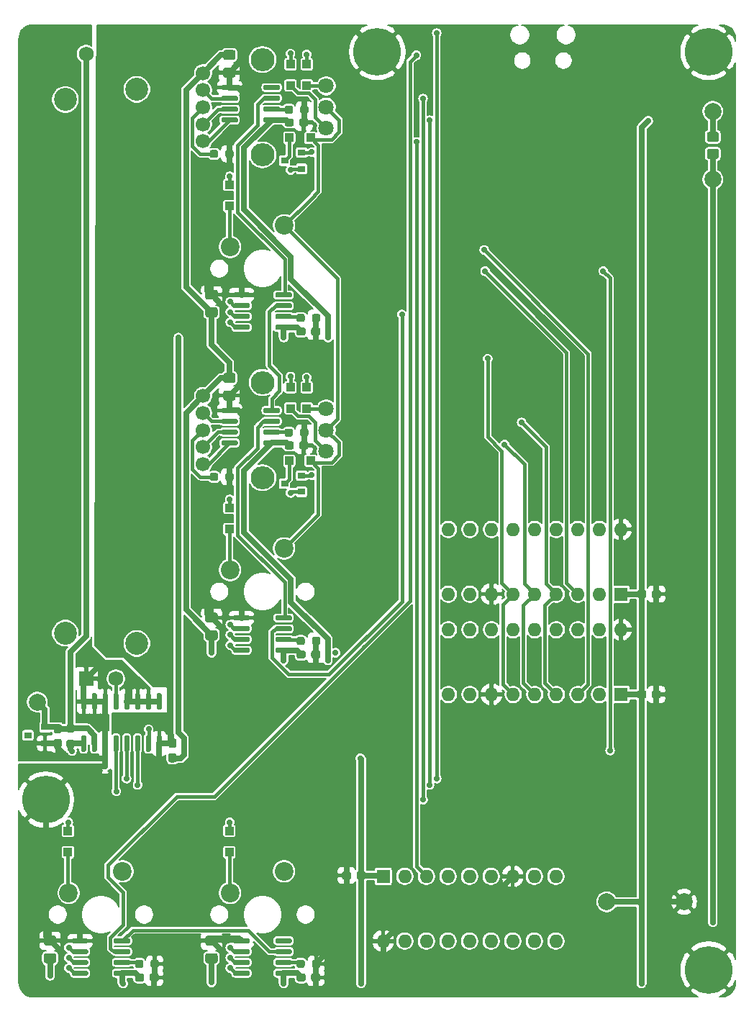
<source format=gbl>
%TF.GenerationSoftware,KiCad,Pcbnew,5.1.9-73d0e3b20d~88~ubuntu20.04.1*%
%TF.CreationDate,2021-03-17T19:49:15+01:00*%
%TF.ProjectId,TestBoard,54657374-426f-4617-9264-2e6b69636164,rev?*%
%TF.SameCoordinates,Original*%
%TF.FileFunction,Copper,L2,Bot*%
%TF.FilePolarity,Positive*%
%FSLAX46Y46*%
G04 Gerber Fmt 4.6, Leading zero omitted, Abs format (unit mm)*
G04 Created by KiCad (PCBNEW 5.1.9-73d0e3b20d~88~ubuntu20.04.1) date 2021-03-17 19:49:15*
%MOMM*%
%LPD*%
G01*
G04 APERTURE LIST*
%TA.AperFunction,EtchedComponent*%
%ADD10C,0.700000*%
%TD*%
%TA.AperFunction,SMDPad,CuDef*%
%ADD11C,0.700000*%
%TD*%
%TA.AperFunction,ComponentPad*%
%ADD12O,1.600000X1.600000*%
%TD*%
%TA.AperFunction,ComponentPad*%
%ADD13R,1.600000X1.600000*%
%TD*%
%TA.AperFunction,ComponentPad*%
%ADD14C,5.600000*%
%TD*%
%TA.AperFunction,SMDPad,CuDef*%
%ADD15R,0.900000X0.800000*%
%TD*%
%TA.AperFunction,ComponentPad*%
%ADD16C,2.000000*%
%TD*%
%TA.AperFunction,ComponentPad*%
%ADD17C,2.200000*%
%TD*%
%TA.AperFunction,WasherPad*%
%ADD18O,2.800000X2.700000*%
%TD*%
%TA.AperFunction,ComponentPad*%
%ADD19C,1.700000*%
%TD*%
%TA.AperFunction,ComponentPad*%
%ADD20C,1.800000*%
%TD*%
%TA.AperFunction,ComponentPad*%
%ADD21C,2.700000*%
%TD*%
%TA.AperFunction,ComponentPad*%
%ADD22C,1.750000*%
%TD*%
%TA.AperFunction,ComponentPad*%
%ADD23R,1.750000X1.750000*%
%TD*%
%TA.AperFunction,SMDPad,CuDef*%
%ADD24R,1.000000X1.000000*%
%TD*%
%TA.AperFunction,ViaPad*%
%ADD25C,0.700000*%
%TD*%
%TA.AperFunction,Conductor*%
%ADD26C,0.700000*%
%TD*%
%TA.AperFunction,Conductor*%
%ADD27C,0.400000*%
%TD*%
%TA.AperFunction,Conductor*%
%ADD28C,0.200000*%
%TD*%
%TA.AperFunction,Conductor*%
%ADD29C,0.100000*%
%TD*%
G04 APERTURE END LIST*
D10*
%TO.C,JP1*%
X75500000Y-157550000D02*
X75500000Y-156650000D01*
%TD*%
D11*
%TO.P,JP1,2*%
%TO.N,GND*%
X75500000Y-157550000D03*
%TO.P,JP1,1*%
%TO.N,GND1*%
X75500000Y-156650000D03*
%TD*%
D12*
%TO.P,U2,18*%
%TO.N,GND*%
X136200000Y-129680000D03*
%TO.P,U2,9*%
%TO.N,/R4*%
X115880000Y-137300000D03*
%TO.P,U2,17*%
%TO.N,N/C*%
X133660000Y-129680000D03*
%TO.P,U2,8*%
X118420000Y-137300000D03*
%TO.P,U2,16*%
%TO.N,/R3*%
X131120000Y-129680000D03*
%TO.P,U2,7*%
%TO.N,GND*%
X120960000Y-137300000D03*
%TO.P,U2,15*%
%TO.N,/QB2*%
X128580000Y-129680000D03*
%TO.P,U2,6*%
%TO.N,/TOP_MISO*%
X123500000Y-137300000D03*
%TO.P,U2,14*%
%TO.N,/QA2*%
X126040000Y-129680000D03*
%TO.P,U2,5*%
%TO.N,/TOP_MOSI*%
X126040000Y-137300000D03*
%TO.P,U2,13*%
%TO.N,/R2*%
X123500000Y-129680000D03*
%TO.P,U2,4*%
%TO.N,/TOP_SCK*%
X128580000Y-137300000D03*
%TO.P,U2,12*%
%TO.N,/R1*%
X120960000Y-129680000D03*
%TO.P,U2,3*%
%TO.N,/~CS_ROW_C*%
X131120000Y-137300000D03*
%TO.P,U2,11*%
%TO.N,/QB1*%
X118420000Y-129680000D03*
%TO.P,U2,2*%
%TO.N,N/C*%
X133660000Y-137300000D03*
%TO.P,U2,10*%
%TO.N,/QA1*%
X115880000Y-129680000D03*
D13*
%TO.P,U2,1*%
%TO.N,+3V3*%
X136200000Y-137300000D03*
%TD*%
D14*
%TO.P,REF\u002A\u002A,1*%
%TO.N,GND*%
X68500000Y-161500000D03*
%TD*%
%TO.P,REF\u002A\u002A,1*%
%TO.N,GND*%
X107500000Y-73500000D03*
%TD*%
%TO.P,REF\u002A\u002A,1*%
%TO.N,GND*%
X146500000Y-181500000D03*
%TD*%
%TO.P,REF\u002A\u002A,1*%
%TO.N,GND*%
X146500000Y-73500000D03*
%TD*%
%TO.P,C17,2*%
%TO.N,GND*%
%TA.AperFunction,SMDPad,CuDef*%
G36*
G01*
X83637500Y-155375000D02*
X83162500Y-155375000D01*
G75*
G02*
X82925000Y-155137500I0J237500D01*
G01*
X82925000Y-154537500D01*
G75*
G02*
X83162500Y-154300000I237500J0D01*
G01*
X83637500Y-154300000D01*
G75*
G02*
X83875000Y-154537500I0J-237500D01*
G01*
X83875000Y-155137500D01*
G75*
G02*
X83637500Y-155375000I-237500J0D01*
G01*
G37*
%TD.AperFunction*%
%TO.P,C17,1*%
%TO.N,+3V3*%
%TA.AperFunction,SMDPad,CuDef*%
G36*
G01*
X83637500Y-157100000D02*
X83162500Y-157100000D01*
G75*
G02*
X82925000Y-156862500I0J237500D01*
G01*
X82925000Y-156262500D01*
G75*
G02*
X83162500Y-156025000I237500J0D01*
G01*
X83637500Y-156025000D01*
G75*
G02*
X83875000Y-156262500I0J-237500D01*
G01*
X83875000Y-156862500D01*
G75*
G02*
X83637500Y-157100000I-237500J0D01*
G01*
G37*
%TD.AperFunction*%
%TD*%
%TO.P,U12,8*%
%TO.N,+3V3*%
%TA.AperFunction,SMDPad,CuDef*%
G36*
G01*
X95500000Y-182055000D02*
X95500000Y-181755000D01*
G75*
G02*
X95650000Y-181605000I150000J0D01*
G01*
X97300000Y-181605000D01*
G75*
G02*
X97450000Y-181755000I0J-150000D01*
G01*
X97450000Y-182055000D01*
G75*
G02*
X97300000Y-182205000I-150000J0D01*
G01*
X95650000Y-182205000D01*
G75*
G02*
X95500000Y-182055000I0J150000D01*
G01*
G37*
%TD.AperFunction*%
%TO.P,U12,7*%
%TO.N,Net-(R10-Pad1)*%
%TA.AperFunction,SMDPad,CuDef*%
G36*
G01*
X95500000Y-180785000D02*
X95500000Y-180485000D01*
G75*
G02*
X95650000Y-180335000I150000J0D01*
G01*
X97300000Y-180335000D01*
G75*
G02*
X97450000Y-180485000I0J-150000D01*
G01*
X97450000Y-180785000D01*
G75*
G02*
X97300000Y-180935000I-150000J0D01*
G01*
X95650000Y-180935000D01*
G75*
G02*
X95500000Y-180785000I0J150000D01*
G01*
G37*
%TD.AperFunction*%
%TO.P,U12,6*%
%TO.N,/sheet607AC642/DI*%
%TA.AperFunction,SMDPad,CuDef*%
G36*
G01*
X95500000Y-179515000D02*
X95500000Y-179215000D01*
G75*
G02*
X95650000Y-179065000I150000J0D01*
G01*
X97300000Y-179065000D01*
G75*
G02*
X97450000Y-179215000I0J-150000D01*
G01*
X97450000Y-179515000D01*
G75*
G02*
X97300000Y-179665000I-150000J0D01*
G01*
X95650000Y-179665000D01*
G75*
G02*
X95500000Y-179515000I0J150000D01*
G01*
G37*
%TD.AperFunction*%
%TO.P,U12,5*%
%TO.N,N/C*%
%TA.AperFunction,SMDPad,CuDef*%
G36*
G01*
X95500000Y-178245000D02*
X95500000Y-177945000D01*
G75*
G02*
X95650000Y-177795000I150000J0D01*
G01*
X97300000Y-177795000D01*
G75*
G02*
X97450000Y-177945000I0J-150000D01*
G01*
X97450000Y-178245000D01*
G75*
G02*
X97300000Y-178395000I-150000J0D01*
G01*
X95650000Y-178395000D01*
G75*
G02*
X95500000Y-178245000I0J150000D01*
G01*
G37*
%TD.AperFunction*%
%TO.P,U12,4*%
%TO.N,GND*%
%TA.AperFunction,SMDPad,CuDef*%
G36*
G01*
X90550000Y-178245000D02*
X90550000Y-177945000D01*
G75*
G02*
X90700000Y-177795000I150000J0D01*
G01*
X92350000Y-177795000D01*
G75*
G02*
X92500000Y-177945000I0J-150000D01*
G01*
X92500000Y-178245000D01*
G75*
G02*
X92350000Y-178395000I-150000J0D01*
G01*
X90700000Y-178395000D01*
G75*
G02*
X90550000Y-178245000I0J150000D01*
G01*
G37*
%TD.AperFunction*%
%TO.P,U12,3*%
%TO.N,Net-(SW6-Pad1)*%
%TA.AperFunction,SMDPad,CuDef*%
G36*
G01*
X90550000Y-179515000D02*
X90550000Y-179215000D01*
G75*
G02*
X90700000Y-179065000I150000J0D01*
G01*
X92350000Y-179065000D01*
G75*
G02*
X92500000Y-179215000I0J-150000D01*
G01*
X92500000Y-179515000D01*
G75*
G02*
X92350000Y-179665000I-150000J0D01*
G01*
X90700000Y-179665000D01*
G75*
G02*
X90550000Y-179515000I0J150000D01*
G01*
G37*
%TD.AperFunction*%
%TO.P,U12,2*%
%TO.N,Net-(SW6-Pad2)*%
%TA.AperFunction,SMDPad,CuDef*%
G36*
G01*
X90550000Y-180785000D02*
X90550000Y-180485000D01*
G75*
G02*
X90700000Y-180335000I150000J0D01*
G01*
X92350000Y-180335000D01*
G75*
G02*
X92500000Y-180485000I0J-150000D01*
G01*
X92500000Y-180785000D01*
G75*
G02*
X92350000Y-180935000I-150000J0D01*
G01*
X90700000Y-180935000D01*
G75*
G02*
X90550000Y-180785000I0J150000D01*
G01*
G37*
%TD.AperFunction*%
%TO.P,U12,1*%
%TO.N,Net-(SW6-Pad4)*%
%TA.AperFunction,SMDPad,CuDef*%
G36*
G01*
X90550000Y-182055000D02*
X90550000Y-181755000D01*
G75*
G02*
X90700000Y-181605000I150000J0D01*
G01*
X92350000Y-181605000D01*
G75*
G02*
X92500000Y-181755000I0J-150000D01*
G01*
X92500000Y-182055000D01*
G75*
G02*
X92350000Y-182205000I-150000J0D01*
G01*
X90700000Y-182205000D01*
G75*
G02*
X90550000Y-182055000I0J150000D01*
G01*
G37*
%TD.AperFunction*%
%TD*%
%TO.P,U11,8*%
%TO.N,+3V3*%
%TA.AperFunction,SMDPad,CuDef*%
G36*
G01*
X76500000Y-182055000D02*
X76500000Y-181755000D01*
G75*
G02*
X76650000Y-181605000I150000J0D01*
G01*
X78300000Y-181605000D01*
G75*
G02*
X78450000Y-181755000I0J-150000D01*
G01*
X78450000Y-182055000D01*
G75*
G02*
X78300000Y-182205000I-150000J0D01*
G01*
X76650000Y-182205000D01*
G75*
G02*
X76500000Y-182055000I0J150000D01*
G01*
G37*
%TD.AperFunction*%
%TO.P,U11,7*%
%TO.N,Net-(R9-Pad1)*%
%TA.AperFunction,SMDPad,CuDef*%
G36*
G01*
X76500000Y-180785000D02*
X76500000Y-180485000D01*
G75*
G02*
X76650000Y-180335000I150000J0D01*
G01*
X78300000Y-180335000D01*
G75*
G02*
X78450000Y-180485000I0J-150000D01*
G01*
X78450000Y-180785000D01*
G75*
G02*
X78300000Y-180935000I-150000J0D01*
G01*
X76650000Y-180935000D01*
G75*
G02*
X76500000Y-180785000I0J150000D01*
G01*
G37*
%TD.AperFunction*%
%TO.P,U11,6*%
%TO.N,/BOT_C_DI*%
%TA.AperFunction,SMDPad,CuDef*%
G36*
G01*
X76500000Y-179515000D02*
X76500000Y-179215000D01*
G75*
G02*
X76650000Y-179065000I150000J0D01*
G01*
X78300000Y-179065000D01*
G75*
G02*
X78450000Y-179215000I0J-150000D01*
G01*
X78450000Y-179515000D01*
G75*
G02*
X78300000Y-179665000I-150000J0D01*
G01*
X76650000Y-179665000D01*
G75*
G02*
X76500000Y-179515000I0J150000D01*
G01*
G37*
%TD.AperFunction*%
%TO.P,U11,5*%
%TO.N,/sheet607AC642/DI*%
%TA.AperFunction,SMDPad,CuDef*%
G36*
G01*
X76500000Y-178245000D02*
X76500000Y-177945000D01*
G75*
G02*
X76650000Y-177795000I150000J0D01*
G01*
X78300000Y-177795000D01*
G75*
G02*
X78450000Y-177945000I0J-150000D01*
G01*
X78450000Y-178245000D01*
G75*
G02*
X78300000Y-178395000I-150000J0D01*
G01*
X76650000Y-178395000D01*
G75*
G02*
X76500000Y-178245000I0J150000D01*
G01*
G37*
%TD.AperFunction*%
%TO.P,U11,4*%
%TO.N,GND*%
%TA.AperFunction,SMDPad,CuDef*%
G36*
G01*
X71550000Y-178245000D02*
X71550000Y-177945000D01*
G75*
G02*
X71700000Y-177795000I150000J0D01*
G01*
X73350000Y-177795000D01*
G75*
G02*
X73500000Y-177945000I0J-150000D01*
G01*
X73500000Y-178245000D01*
G75*
G02*
X73350000Y-178395000I-150000J0D01*
G01*
X71700000Y-178395000D01*
G75*
G02*
X71550000Y-178245000I0J150000D01*
G01*
G37*
%TD.AperFunction*%
%TO.P,U11,3*%
%TO.N,Net-(SW5-Pad1)*%
%TA.AperFunction,SMDPad,CuDef*%
G36*
G01*
X71550000Y-179515000D02*
X71550000Y-179215000D01*
G75*
G02*
X71700000Y-179065000I150000J0D01*
G01*
X73350000Y-179065000D01*
G75*
G02*
X73500000Y-179215000I0J-150000D01*
G01*
X73500000Y-179515000D01*
G75*
G02*
X73350000Y-179665000I-150000J0D01*
G01*
X71700000Y-179665000D01*
G75*
G02*
X71550000Y-179515000I0J150000D01*
G01*
G37*
%TD.AperFunction*%
%TO.P,U11,2*%
%TO.N,Net-(SW5-Pad2)*%
%TA.AperFunction,SMDPad,CuDef*%
G36*
G01*
X71550000Y-180785000D02*
X71550000Y-180485000D01*
G75*
G02*
X71700000Y-180335000I150000J0D01*
G01*
X73350000Y-180335000D01*
G75*
G02*
X73500000Y-180485000I0J-150000D01*
G01*
X73500000Y-180785000D01*
G75*
G02*
X73350000Y-180935000I-150000J0D01*
G01*
X71700000Y-180935000D01*
G75*
G02*
X71550000Y-180785000I0J150000D01*
G01*
G37*
%TD.AperFunction*%
%TO.P,U11,1*%
%TO.N,Net-(SW5-Pad4)*%
%TA.AperFunction,SMDPad,CuDef*%
G36*
G01*
X71550000Y-182055000D02*
X71550000Y-181755000D01*
G75*
G02*
X71700000Y-181605000I150000J0D01*
G01*
X73350000Y-181605000D01*
G75*
G02*
X73500000Y-181755000I0J-150000D01*
G01*
X73500000Y-182055000D01*
G75*
G02*
X73350000Y-182205000I-150000J0D01*
G01*
X71700000Y-182205000D01*
G75*
G02*
X71550000Y-182055000I0J150000D01*
G01*
G37*
%TD.AperFunction*%
%TD*%
%TO.P,U10,8*%
%TO.N,+3V3*%
%TA.AperFunction,SMDPad,CuDef*%
G36*
G01*
X94100000Y-81655000D02*
X94100000Y-81355000D01*
G75*
G02*
X94250000Y-81205000I150000J0D01*
G01*
X95900000Y-81205000D01*
G75*
G02*
X96050000Y-81355000I0J-150000D01*
G01*
X96050000Y-81655000D01*
G75*
G02*
X95900000Y-81805000I-150000J0D01*
G01*
X94250000Y-81805000D01*
G75*
G02*
X94100000Y-81655000I0J150000D01*
G01*
G37*
%TD.AperFunction*%
%TO.P,U10,7*%
%TO.N,Net-(R7-Pad1)*%
%TA.AperFunction,SMDPad,CuDef*%
G36*
G01*
X94100000Y-80385000D02*
X94100000Y-80085000D01*
G75*
G02*
X94250000Y-79935000I150000J0D01*
G01*
X95900000Y-79935000D01*
G75*
G02*
X96050000Y-80085000I0J-150000D01*
G01*
X96050000Y-80385000D01*
G75*
G02*
X95900000Y-80535000I-150000J0D01*
G01*
X94250000Y-80535000D01*
G75*
G02*
X94100000Y-80385000I0J150000D01*
G01*
G37*
%TD.AperFunction*%
%TO.P,U10,6*%
%TO.N,/Sheet60629BEB/DI*%
%TA.AperFunction,SMDPad,CuDef*%
G36*
G01*
X94100000Y-79115000D02*
X94100000Y-78815000D01*
G75*
G02*
X94250000Y-78665000I150000J0D01*
G01*
X95900000Y-78665000D01*
G75*
G02*
X96050000Y-78815000I0J-150000D01*
G01*
X96050000Y-79115000D01*
G75*
G02*
X95900000Y-79265000I-150000J0D01*
G01*
X94250000Y-79265000D01*
G75*
G02*
X94100000Y-79115000I0J150000D01*
G01*
G37*
%TD.AperFunction*%
%TO.P,U10,5*%
%TO.N,N/C*%
%TA.AperFunction,SMDPad,CuDef*%
G36*
G01*
X94100000Y-77845000D02*
X94100000Y-77545000D01*
G75*
G02*
X94250000Y-77395000I150000J0D01*
G01*
X95900000Y-77395000D01*
G75*
G02*
X96050000Y-77545000I0J-150000D01*
G01*
X96050000Y-77845000D01*
G75*
G02*
X95900000Y-77995000I-150000J0D01*
G01*
X94250000Y-77995000D01*
G75*
G02*
X94100000Y-77845000I0J150000D01*
G01*
G37*
%TD.AperFunction*%
%TO.P,U10,4*%
%TO.N,GND*%
%TA.AperFunction,SMDPad,CuDef*%
G36*
G01*
X89150000Y-77845000D02*
X89150000Y-77545000D01*
G75*
G02*
X89300000Y-77395000I150000J0D01*
G01*
X90950000Y-77395000D01*
G75*
G02*
X91100000Y-77545000I0J-150000D01*
G01*
X91100000Y-77845000D01*
G75*
G02*
X90950000Y-77995000I-150000J0D01*
G01*
X89300000Y-77995000D01*
G75*
G02*
X89150000Y-77845000I0J150000D01*
G01*
G37*
%TD.AperFunction*%
%TO.P,U10,3*%
%TO.N,Net-(SW4-Pad4)*%
%TA.AperFunction,SMDPad,CuDef*%
G36*
G01*
X89150000Y-79115000D02*
X89150000Y-78815000D01*
G75*
G02*
X89300000Y-78665000I150000J0D01*
G01*
X90950000Y-78665000D01*
G75*
G02*
X91100000Y-78815000I0J-150000D01*
G01*
X91100000Y-79115000D01*
G75*
G02*
X90950000Y-79265000I-150000J0D01*
G01*
X89300000Y-79265000D01*
G75*
G02*
X89150000Y-79115000I0J150000D01*
G01*
G37*
%TD.AperFunction*%
%TO.P,U10,2*%
%TO.N,Net-(SW4-Pad2)*%
%TA.AperFunction,SMDPad,CuDef*%
G36*
G01*
X89150000Y-80385000D02*
X89150000Y-80085000D01*
G75*
G02*
X89300000Y-79935000I150000J0D01*
G01*
X90950000Y-79935000D01*
G75*
G02*
X91100000Y-80085000I0J-150000D01*
G01*
X91100000Y-80385000D01*
G75*
G02*
X90950000Y-80535000I-150000J0D01*
G01*
X89300000Y-80535000D01*
G75*
G02*
X89150000Y-80385000I0J150000D01*
G01*
G37*
%TD.AperFunction*%
%TO.P,U10,1*%
%TO.N,Net-(SW4-Pad1)*%
%TA.AperFunction,SMDPad,CuDef*%
G36*
G01*
X89150000Y-81655000D02*
X89150000Y-81355000D01*
G75*
G02*
X89300000Y-81205000I150000J0D01*
G01*
X90950000Y-81205000D01*
G75*
G02*
X91100000Y-81355000I0J-150000D01*
G01*
X91100000Y-81655000D01*
G75*
G02*
X90950000Y-81805000I-150000J0D01*
G01*
X89300000Y-81805000D01*
G75*
G02*
X89150000Y-81655000I0J150000D01*
G01*
G37*
%TD.AperFunction*%
%TD*%
%TO.P,U9,8*%
%TO.N,+3V3*%
%TA.AperFunction,SMDPad,CuDef*%
G36*
G01*
X95500000Y-106055000D02*
X95500000Y-105755000D01*
G75*
G02*
X95650000Y-105605000I150000J0D01*
G01*
X97300000Y-105605000D01*
G75*
G02*
X97450000Y-105755000I0J-150000D01*
G01*
X97450000Y-106055000D01*
G75*
G02*
X97300000Y-106205000I-150000J0D01*
G01*
X95650000Y-106205000D01*
G75*
G02*
X95500000Y-106055000I0J150000D01*
G01*
G37*
%TD.AperFunction*%
%TO.P,U9,7*%
%TO.N,Net-(R6-Pad1)*%
%TA.AperFunction,SMDPad,CuDef*%
G36*
G01*
X95500000Y-104785000D02*
X95500000Y-104485000D01*
G75*
G02*
X95650000Y-104335000I150000J0D01*
G01*
X97300000Y-104335000D01*
G75*
G02*
X97450000Y-104485000I0J-150000D01*
G01*
X97450000Y-104785000D01*
G75*
G02*
X97300000Y-104935000I-150000J0D01*
G01*
X95650000Y-104935000D01*
G75*
G02*
X95500000Y-104785000I0J150000D01*
G01*
G37*
%TD.AperFunction*%
%TO.P,U9,6*%
%TO.N,/Sheet60634508/DI*%
%TA.AperFunction,SMDPad,CuDef*%
G36*
G01*
X95500000Y-103515000D02*
X95500000Y-103215000D01*
G75*
G02*
X95650000Y-103065000I150000J0D01*
G01*
X97300000Y-103065000D01*
G75*
G02*
X97450000Y-103215000I0J-150000D01*
G01*
X97450000Y-103515000D01*
G75*
G02*
X97300000Y-103665000I-150000J0D01*
G01*
X95650000Y-103665000D01*
G75*
G02*
X95500000Y-103515000I0J150000D01*
G01*
G37*
%TD.AperFunction*%
%TO.P,U9,5*%
%TO.N,/Sheet60629BEB/DI*%
%TA.AperFunction,SMDPad,CuDef*%
G36*
G01*
X95500000Y-102245000D02*
X95500000Y-101945000D01*
G75*
G02*
X95650000Y-101795000I150000J0D01*
G01*
X97300000Y-101795000D01*
G75*
G02*
X97450000Y-101945000I0J-150000D01*
G01*
X97450000Y-102245000D01*
G75*
G02*
X97300000Y-102395000I-150000J0D01*
G01*
X95650000Y-102395000D01*
G75*
G02*
X95500000Y-102245000I0J150000D01*
G01*
G37*
%TD.AperFunction*%
%TO.P,U9,4*%
%TO.N,GND*%
%TA.AperFunction,SMDPad,CuDef*%
G36*
G01*
X90550000Y-102245000D02*
X90550000Y-101945000D01*
G75*
G02*
X90700000Y-101795000I150000J0D01*
G01*
X92350000Y-101795000D01*
G75*
G02*
X92500000Y-101945000I0J-150000D01*
G01*
X92500000Y-102245000D01*
G75*
G02*
X92350000Y-102395000I-150000J0D01*
G01*
X90700000Y-102395000D01*
G75*
G02*
X90550000Y-102245000I0J150000D01*
G01*
G37*
%TD.AperFunction*%
%TO.P,U9,3*%
%TO.N,Net-(SW3-Pad1)*%
%TA.AperFunction,SMDPad,CuDef*%
G36*
G01*
X90550000Y-103515000D02*
X90550000Y-103215000D01*
G75*
G02*
X90700000Y-103065000I150000J0D01*
G01*
X92350000Y-103065000D01*
G75*
G02*
X92500000Y-103215000I0J-150000D01*
G01*
X92500000Y-103515000D01*
G75*
G02*
X92350000Y-103665000I-150000J0D01*
G01*
X90700000Y-103665000D01*
G75*
G02*
X90550000Y-103515000I0J150000D01*
G01*
G37*
%TD.AperFunction*%
%TO.P,U9,2*%
%TO.N,Net-(SW3-Pad2)*%
%TA.AperFunction,SMDPad,CuDef*%
G36*
G01*
X90550000Y-104785000D02*
X90550000Y-104485000D01*
G75*
G02*
X90700000Y-104335000I150000J0D01*
G01*
X92350000Y-104335000D01*
G75*
G02*
X92500000Y-104485000I0J-150000D01*
G01*
X92500000Y-104785000D01*
G75*
G02*
X92350000Y-104935000I-150000J0D01*
G01*
X90700000Y-104935000D01*
G75*
G02*
X90550000Y-104785000I0J150000D01*
G01*
G37*
%TD.AperFunction*%
%TO.P,U9,1*%
%TO.N,Net-(SW3-Pad4)*%
%TA.AperFunction,SMDPad,CuDef*%
G36*
G01*
X90550000Y-106055000D02*
X90550000Y-105755000D01*
G75*
G02*
X90700000Y-105605000I150000J0D01*
G01*
X92350000Y-105605000D01*
G75*
G02*
X92500000Y-105755000I0J-150000D01*
G01*
X92500000Y-106055000D01*
G75*
G02*
X92350000Y-106205000I-150000J0D01*
G01*
X90700000Y-106205000D01*
G75*
G02*
X90550000Y-106055000I0J150000D01*
G01*
G37*
%TD.AperFunction*%
%TD*%
%TO.P,U8,8*%
%TO.N,+3V3*%
%TA.AperFunction,SMDPad,CuDef*%
G36*
G01*
X94100000Y-119655000D02*
X94100000Y-119355000D01*
G75*
G02*
X94250000Y-119205000I150000J0D01*
G01*
X95900000Y-119205000D01*
G75*
G02*
X96050000Y-119355000I0J-150000D01*
G01*
X96050000Y-119655000D01*
G75*
G02*
X95900000Y-119805000I-150000J0D01*
G01*
X94250000Y-119805000D01*
G75*
G02*
X94100000Y-119655000I0J150000D01*
G01*
G37*
%TD.AperFunction*%
%TO.P,U8,7*%
%TO.N,Net-(R4-Pad1)*%
%TA.AperFunction,SMDPad,CuDef*%
G36*
G01*
X94100000Y-118385000D02*
X94100000Y-118085000D01*
G75*
G02*
X94250000Y-117935000I150000J0D01*
G01*
X95900000Y-117935000D01*
G75*
G02*
X96050000Y-118085000I0J-150000D01*
G01*
X96050000Y-118385000D01*
G75*
G02*
X95900000Y-118535000I-150000J0D01*
G01*
X94250000Y-118535000D01*
G75*
G02*
X94100000Y-118385000I0J150000D01*
G01*
G37*
%TD.AperFunction*%
%TO.P,U8,6*%
%TO.N,/sheet60638B8E/DI*%
%TA.AperFunction,SMDPad,CuDef*%
G36*
G01*
X94100000Y-117115000D02*
X94100000Y-116815000D01*
G75*
G02*
X94250000Y-116665000I150000J0D01*
G01*
X95900000Y-116665000D01*
G75*
G02*
X96050000Y-116815000I0J-150000D01*
G01*
X96050000Y-117115000D01*
G75*
G02*
X95900000Y-117265000I-150000J0D01*
G01*
X94250000Y-117265000D01*
G75*
G02*
X94100000Y-117115000I0J150000D01*
G01*
G37*
%TD.AperFunction*%
%TO.P,U8,5*%
%TO.N,/Sheet60634508/DI*%
%TA.AperFunction,SMDPad,CuDef*%
G36*
G01*
X94100000Y-115845000D02*
X94100000Y-115545000D01*
G75*
G02*
X94250000Y-115395000I150000J0D01*
G01*
X95900000Y-115395000D01*
G75*
G02*
X96050000Y-115545000I0J-150000D01*
G01*
X96050000Y-115845000D01*
G75*
G02*
X95900000Y-115995000I-150000J0D01*
G01*
X94250000Y-115995000D01*
G75*
G02*
X94100000Y-115845000I0J150000D01*
G01*
G37*
%TD.AperFunction*%
%TO.P,U8,4*%
%TO.N,GND*%
%TA.AperFunction,SMDPad,CuDef*%
G36*
G01*
X89150000Y-115845000D02*
X89150000Y-115545000D01*
G75*
G02*
X89300000Y-115395000I150000J0D01*
G01*
X90950000Y-115395000D01*
G75*
G02*
X91100000Y-115545000I0J-150000D01*
G01*
X91100000Y-115845000D01*
G75*
G02*
X90950000Y-115995000I-150000J0D01*
G01*
X89300000Y-115995000D01*
G75*
G02*
X89150000Y-115845000I0J150000D01*
G01*
G37*
%TD.AperFunction*%
%TO.P,U8,3*%
%TO.N,Net-(SW2-Pad4)*%
%TA.AperFunction,SMDPad,CuDef*%
G36*
G01*
X89150000Y-117115000D02*
X89150000Y-116815000D01*
G75*
G02*
X89300000Y-116665000I150000J0D01*
G01*
X90950000Y-116665000D01*
G75*
G02*
X91100000Y-116815000I0J-150000D01*
G01*
X91100000Y-117115000D01*
G75*
G02*
X90950000Y-117265000I-150000J0D01*
G01*
X89300000Y-117265000D01*
G75*
G02*
X89150000Y-117115000I0J150000D01*
G01*
G37*
%TD.AperFunction*%
%TO.P,U8,2*%
%TO.N,Net-(SW2-Pad2)*%
%TA.AperFunction,SMDPad,CuDef*%
G36*
G01*
X89150000Y-118385000D02*
X89150000Y-118085000D01*
G75*
G02*
X89300000Y-117935000I150000J0D01*
G01*
X90950000Y-117935000D01*
G75*
G02*
X91100000Y-118085000I0J-150000D01*
G01*
X91100000Y-118385000D01*
G75*
G02*
X90950000Y-118535000I-150000J0D01*
G01*
X89300000Y-118535000D01*
G75*
G02*
X89150000Y-118385000I0J150000D01*
G01*
G37*
%TD.AperFunction*%
%TO.P,U8,1*%
%TO.N,Net-(SW2-Pad1)*%
%TA.AperFunction,SMDPad,CuDef*%
G36*
G01*
X89150000Y-119655000D02*
X89150000Y-119355000D01*
G75*
G02*
X89300000Y-119205000I150000J0D01*
G01*
X90950000Y-119205000D01*
G75*
G02*
X91100000Y-119355000I0J-150000D01*
G01*
X91100000Y-119655000D01*
G75*
G02*
X90950000Y-119805000I-150000J0D01*
G01*
X89300000Y-119805000D01*
G75*
G02*
X89150000Y-119655000I0J150000D01*
G01*
G37*
%TD.AperFunction*%
%TD*%
%TO.P,U7,8*%
%TO.N,+3V3*%
%TA.AperFunction,SMDPad,CuDef*%
G36*
G01*
X95500000Y-144055000D02*
X95500000Y-143755000D01*
G75*
G02*
X95650000Y-143605000I150000J0D01*
G01*
X97300000Y-143605000D01*
G75*
G02*
X97450000Y-143755000I0J-150000D01*
G01*
X97450000Y-144055000D01*
G75*
G02*
X97300000Y-144205000I-150000J0D01*
G01*
X95650000Y-144205000D01*
G75*
G02*
X95500000Y-144055000I0J150000D01*
G01*
G37*
%TD.AperFunction*%
%TO.P,U7,7*%
%TO.N,Net-(R3-Pad1)*%
%TA.AperFunction,SMDPad,CuDef*%
G36*
G01*
X95500000Y-142785000D02*
X95500000Y-142485000D01*
G75*
G02*
X95650000Y-142335000I150000J0D01*
G01*
X97300000Y-142335000D01*
G75*
G02*
X97450000Y-142485000I0J-150000D01*
G01*
X97450000Y-142785000D01*
G75*
G02*
X97300000Y-142935000I-150000J0D01*
G01*
X95650000Y-142935000D01*
G75*
G02*
X95500000Y-142785000I0J150000D01*
G01*
G37*
%TD.AperFunction*%
%TO.P,U7,6*%
%TO.N,/TOP_C_DI*%
%TA.AperFunction,SMDPad,CuDef*%
G36*
G01*
X95500000Y-141515000D02*
X95500000Y-141215000D01*
G75*
G02*
X95650000Y-141065000I150000J0D01*
G01*
X97300000Y-141065000D01*
G75*
G02*
X97450000Y-141215000I0J-150000D01*
G01*
X97450000Y-141515000D01*
G75*
G02*
X97300000Y-141665000I-150000J0D01*
G01*
X95650000Y-141665000D01*
G75*
G02*
X95500000Y-141515000I0J150000D01*
G01*
G37*
%TD.AperFunction*%
%TO.P,U7,5*%
%TO.N,/sheet60638B8E/DI*%
%TA.AperFunction,SMDPad,CuDef*%
G36*
G01*
X95500000Y-140245000D02*
X95500000Y-139945000D01*
G75*
G02*
X95650000Y-139795000I150000J0D01*
G01*
X97300000Y-139795000D01*
G75*
G02*
X97450000Y-139945000I0J-150000D01*
G01*
X97450000Y-140245000D01*
G75*
G02*
X97300000Y-140395000I-150000J0D01*
G01*
X95650000Y-140395000D01*
G75*
G02*
X95500000Y-140245000I0J150000D01*
G01*
G37*
%TD.AperFunction*%
%TO.P,U7,4*%
%TO.N,GND*%
%TA.AperFunction,SMDPad,CuDef*%
G36*
G01*
X90550000Y-140245000D02*
X90550000Y-139945000D01*
G75*
G02*
X90700000Y-139795000I150000J0D01*
G01*
X92350000Y-139795000D01*
G75*
G02*
X92500000Y-139945000I0J-150000D01*
G01*
X92500000Y-140245000D01*
G75*
G02*
X92350000Y-140395000I-150000J0D01*
G01*
X90700000Y-140395000D01*
G75*
G02*
X90550000Y-140245000I0J150000D01*
G01*
G37*
%TD.AperFunction*%
%TO.P,U7,3*%
%TO.N,Net-(SW1-Pad1)*%
%TA.AperFunction,SMDPad,CuDef*%
G36*
G01*
X90550000Y-141515000D02*
X90550000Y-141215000D01*
G75*
G02*
X90700000Y-141065000I150000J0D01*
G01*
X92350000Y-141065000D01*
G75*
G02*
X92500000Y-141215000I0J-150000D01*
G01*
X92500000Y-141515000D01*
G75*
G02*
X92350000Y-141665000I-150000J0D01*
G01*
X90700000Y-141665000D01*
G75*
G02*
X90550000Y-141515000I0J150000D01*
G01*
G37*
%TD.AperFunction*%
%TO.P,U7,2*%
%TO.N,Net-(SW1-Pad2)*%
%TA.AperFunction,SMDPad,CuDef*%
G36*
G01*
X90550000Y-142785000D02*
X90550000Y-142485000D01*
G75*
G02*
X90700000Y-142335000I150000J0D01*
G01*
X92350000Y-142335000D01*
G75*
G02*
X92500000Y-142485000I0J-150000D01*
G01*
X92500000Y-142785000D01*
G75*
G02*
X92350000Y-142935000I-150000J0D01*
G01*
X90700000Y-142935000D01*
G75*
G02*
X90550000Y-142785000I0J150000D01*
G01*
G37*
%TD.AperFunction*%
%TO.P,U7,1*%
%TO.N,Net-(SW1-Pad4)*%
%TA.AperFunction,SMDPad,CuDef*%
G36*
G01*
X90550000Y-144055000D02*
X90550000Y-143755000D01*
G75*
G02*
X90700000Y-143605000I150000J0D01*
G01*
X92350000Y-143605000D01*
G75*
G02*
X92500000Y-143755000I0J-150000D01*
G01*
X92500000Y-144055000D01*
G75*
G02*
X92350000Y-144205000I-150000J0D01*
G01*
X90700000Y-144205000D01*
G75*
G02*
X90550000Y-144055000I0J150000D01*
G01*
G37*
%TD.AperFunction*%
%TD*%
D12*
%TO.P,U5,18*%
%TO.N,GND*%
X136200000Y-141480000D03*
%TO.P,U5,9*%
%TO.N,N/C*%
X115880000Y-149100000D03*
%TO.P,U5,17*%
X133660000Y-141480000D03*
%TO.P,U5,8*%
X118420000Y-149100000D03*
%TO.P,U5,16*%
X131120000Y-141480000D03*
%TO.P,U5,7*%
%TO.N,GND*%
X120960000Y-149100000D03*
%TO.P,U5,15*%
%TO.N,N/C*%
X128580000Y-141480000D03*
%TO.P,U5,6*%
%TO.N,/TOP_MISO*%
X123500000Y-149100000D03*
%TO.P,U5,14*%
%TO.N,N/C*%
X126040000Y-141480000D03*
%TO.P,U5,5*%
%TO.N,/TOP_MOSI*%
X126040000Y-149100000D03*
%TO.P,U5,13*%
%TO.N,N/C*%
X123500000Y-141480000D03*
%TO.P,U5,4*%
%TO.N,/TOP_SCK*%
X128580000Y-149100000D03*
%TO.P,U5,12*%
%TO.N,N/C*%
X120960000Y-141480000D03*
%TO.P,U5,3*%
%TO.N,/~CS_COL_C*%
X131120000Y-149100000D03*
%TO.P,U5,11*%
%TO.N,N/C*%
X118420000Y-141480000D03*
%TO.P,U5,2*%
X133660000Y-149100000D03*
%TO.P,U5,10*%
%TO.N,/CTOP*%
X115880000Y-141480000D03*
D13*
%TO.P,U5,1*%
%TO.N,+3V3*%
X136200000Y-149100000D03*
%TD*%
%TO.P,U4,16*%
%TO.N,+3V3*%
%TA.AperFunction,SMDPad,CuDef*%
G36*
G01*
X72805000Y-153900000D02*
X73105000Y-153900000D01*
G75*
G02*
X73255000Y-154050000I0J-150000D01*
G01*
X73255000Y-155700000D01*
G75*
G02*
X73105000Y-155850000I-150000J0D01*
G01*
X72805000Y-155850000D01*
G75*
G02*
X72655000Y-155700000I0J150000D01*
G01*
X72655000Y-154050000D01*
G75*
G02*
X72805000Y-153900000I150000J0D01*
G01*
G37*
%TD.AperFunction*%
%TO.P,U4,15*%
%TO.N,VDDA*%
%TA.AperFunction,SMDPad,CuDef*%
G36*
G01*
X74075000Y-153900000D02*
X74375000Y-153900000D01*
G75*
G02*
X74525000Y-154050000I0J-150000D01*
G01*
X74525000Y-155700000D01*
G75*
G02*
X74375000Y-155850000I-150000J0D01*
G01*
X74075000Y-155850000D01*
G75*
G02*
X73925000Y-155700000I0J150000D01*
G01*
X73925000Y-154050000D01*
G75*
G02*
X74075000Y-153900000I150000J0D01*
G01*
G37*
%TD.AperFunction*%
%TO.P,U4,14*%
%TO.N,GND1*%
%TA.AperFunction,SMDPad,CuDef*%
G36*
G01*
X75345000Y-153900000D02*
X75645000Y-153900000D01*
G75*
G02*
X75795000Y-154050000I0J-150000D01*
G01*
X75795000Y-155700000D01*
G75*
G02*
X75645000Y-155850000I-150000J0D01*
G01*
X75345000Y-155850000D01*
G75*
G02*
X75195000Y-155700000I0J150000D01*
G01*
X75195000Y-154050000D01*
G75*
G02*
X75345000Y-153900000I150000J0D01*
G01*
G37*
%TD.AperFunction*%
%TO.P,U4,13*%
%TO.N,/BOT_SCK*%
%TA.AperFunction,SMDPad,CuDef*%
G36*
G01*
X76615000Y-153900000D02*
X76915000Y-153900000D01*
G75*
G02*
X77065000Y-154050000I0J-150000D01*
G01*
X77065000Y-155700000D01*
G75*
G02*
X76915000Y-155850000I-150000J0D01*
G01*
X76615000Y-155850000D01*
G75*
G02*
X76465000Y-155700000I0J150000D01*
G01*
X76465000Y-154050000D01*
G75*
G02*
X76615000Y-153900000I150000J0D01*
G01*
G37*
%TD.AperFunction*%
%TO.P,U4,12*%
%TO.N,/BOT_MISO*%
%TA.AperFunction,SMDPad,CuDef*%
G36*
G01*
X77885000Y-153900000D02*
X78185000Y-153900000D01*
G75*
G02*
X78335000Y-154050000I0J-150000D01*
G01*
X78335000Y-155700000D01*
G75*
G02*
X78185000Y-155850000I-150000J0D01*
G01*
X77885000Y-155850000D01*
G75*
G02*
X77735000Y-155700000I0J150000D01*
G01*
X77735000Y-154050000D01*
G75*
G02*
X77885000Y-153900000I150000J0D01*
G01*
G37*
%TD.AperFunction*%
%TO.P,U4,11*%
%TO.N,/BOT_MOSI*%
%TA.AperFunction,SMDPad,CuDef*%
G36*
G01*
X79155000Y-153900000D02*
X79455000Y-153900000D01*
G75*
G02*
X79605000Y-154050000I0J-150000D01*
G01*
X79605000Y-155700000D01*
G75*
G02*
X79455000Y-155850000I-150000J0D01*
G01*
X79155000Y-155850000D01*
G75*
G02*
X79005000Y-155700000I0J150000D01*
G01*
X79005000Y-154050000D01*
G75*
G02*
X79155000Y-153900000I150000J0D01*
G01*
G37*
%TD.AperFunction*%
%TO.P,U4,10*%
%TO.N,/~CS_ADC_C*%
%TA.AperFunction,SMDPad,CuDef*%
G36*
G01*
X80425000Y-153900000D02*
X80725000Y-153900000D01*
G75*
G02*
X80875000Y-154050000I0J-150000D01*
G01*
X80875000Y-155700000D01*
G75*
G02*
X80725000Y-155850000I-150000J0D01*
G01*
X80425000Y-155850000D01*
G75*
G02*
X80275000Y-155700000I0J150000D01*
G01*
X80275000Y-154050000D01*
G75*
G02*
X80425000Y-153900000I150000J0D01*
G01*
G37*
%TD.AperFunction*%
%TO.P,U4,9*%
%TO.N,GND*%
%TA.AperFunction,SMDPad,CuDef*%
G36*
G01*
X81695000Y-153900000D02*
X81995000Y-153900000D01*
G75*
G02*
X82145000Y-154050000I0J-150000D01*
G01*
X82145000Y-155700000D01*
G75*
G02*
X81995000Y-155850000I-150000J0D01*
G01*
X81695000Y-155850000D01*
G75*
G02*
X81545000Y-155700000I0J150000D01*
G01*
X81545000Y-154050000D01*
G75*
G02*
X81695000Y-153900000I150000J0D01*
G01*
G37*
%TD.AperFunction*%
%TO.P,U4,8*%
%TO.N,GND1*%
%TA.AperFunction,SMDPad,CuDef*%
G36*
G01*
X81695000Y-148950000D02*
X81995000Y-148950000D01*
G75*
G02*
X82145000Y-149100000I0J-150000D01*
G01*
X82145000Y-150750000D01*
G75*
G02*
X81995000Y-150900000I-150000J0D01*
G01*
X81695000Y-150900000D01*
G75*
G02*
X81545000Y-150750000I0J150000D01*
G01*
X81545000Y-149100000D01*
G75*
G02*
X81695000Y-148950000I150000J0D01*
G01*
G37*
%TD.AperFunction*%
%TO.P,U4,7*%
%TA.AperFunction,SMDPad,CuDef*%
G36*
G01*
X80425000Y-148950000D02*
X80725000Y-148950000D01*
G75*
G02*
X80875000Y-149100000I0J-150000D01*
G01*
X80875000Y-150750000D01*
G75*
G02*
X80725000Y-150900000I-150000J0D01*
G01*
X80425000Y-150900000D01*
G75*
G02*
X80275000Y-150750000I0J150000D01*
G01*
X80275000Y-149100000D01*
G75*
G02*
X80425000Y-148950000I150000J0D01*
G01*
G37*
%TD.AperFunction*%
%TO.P,U4,6*%
%TA.AperFunction,SMDPad,CuDef*%
G36*
G01*
X79155000Y-148950000D02*
X79455000Y-148950000D01*
G75*
G02*
X79605000Y-149100000I0J-150000D01*
G01*
X79605000Y-150750000D01*
G75*
G02*
X79455000Y-150900000I-150000J0D01*
G01*
X79155000Y-150900000D01*
G75*
G02*
X79005000Y-150750000I0J150000D01*
G01*
X79005000Y-149100000D01*
G75*
G02*
X79155000Y-148950000I150000J0D01*
G01*
G37*
%TD.AperFunction*%
%TO.P,U4,5*%
%TA.AperFunction,SMDPad,CuDef*%
G36*
G01*
X77885000Y-148950000D02*
X78185000Y-148950000D01*
G75*
G02*
X78335000Y-149100000I0J-150000D01*
G01*
X78335000Y-150750000D01*
G75*
G02*
X78185000Y-150900000I-150000J0D01*
G01*
X77885000Y-150900000D01*
G75*
G02*
X77735000Y-150750000I0J150000D01*
G01*
X77735000Y-149100000D01*
G75*
G02*
X77885000Y-148950000I150000J0D01*
G01*
G37*
%TD.AperFunction*%
%TO.P,U4,4*%
%TO.N,/PT1*%
%TA.AperFunction,SMDPad,CuDef*%
G36*
G01*
X76615000Y-148950000D02*
X76915000Y-148950000D01*
G75*
G02*
X77065000Y-149100000I0J-150000D01*
G01*
X77065000Y-150750000D01*
G75*
G02*
X76915000Y-150900000I-150000J0D01*
G01*
X76615000Y-150900000D01*
G75*
G02*
X76465000Y-150750000I0J150000D01*
G01*
X76465000Y-149100000D01*
G75*
G02*
X76615000Y-148950000I150000J0D01*
G01*
G37*
%TD.AperFunction*%
%TO.P,U4,3*%
%TO.N,GND1*%
%TA.AperFunction,SMDPad,CuDef*%
G36*
G01*
X75345000Y-148950000D02*
X75645000Y-148950000D01*
G75*
G02*
X75795000Y-149100000I0J-150000D01*
G01*
X75795000Y-150750000D01*
G75*
G02*
X75645000Y-150900000I-150000J0D01*
G01*
X75345000Y-150900000D01*
G75*
G02*
X75195000Y-150750000I0J150000D01*
G01*
X75195000Y-149100000D01*
G75*
G02*
X75345000Y-148950000I150000J0D01*
G01*
G37*
%TD.AperFunction*%
%TO.P,U4,2*%
%TA.AperFunction,SMDPad,CuDef*%
G36*
G01*
X74075000Y-148950000D02*
X74375000Y-148950000D01*
G75*
G02*
X74525000Y-149100000I0J-150000D01*
G01*
X74525000Y-150750000D01*
G75*
G02*
X74375000Y-150900000I-150000J0D01*
G01*
X74075000Y-150900000D01*
G75*
G02*
X73925000Y-150750000I0J150000D01*
G01*
X73925000Y-149100000D01*
G75*
G02*
X74075000Y-148950000I150000J0D01*
G01*
G37*
%TD.AperFunction*%
%TO.P,U4,1*%
%TA.AperFunction,SMDPad,CuDef*%
G36*
G01*
X72805000Y-148950000D02*
X73105000Y-148950000D01*
G75*
G02*
X73255000Y-149100000I0J-150000D01*
G01*
X73255000Y-150750000D01*
G75*
G02*
X73105000Y-150900000I-150000J0D01*
G01*
X72805000Y-150900000D01*
G75*
G02*
X72655000Y-150750000I0J150000D01*
G01*
X72655000Y-149100000D01*
G75*
G02*
X72805000Y-148950000I150000J0D01*
G01*
G37*
%TD.AperFunction*%
%TD*%
D12*
%TO.P,U3,18*%
%TO.N,GND*%
X108200000Y-178120000D03*
%TO.P,U3,9*%
%TO.N,/R5*%
X128520000Y-170500000D03*
%TO.P,U3,17*%
%TO.N,N/C*%
X110740000Y-178120000D03*
%TO.P,U3,8*%
X125980000Y-170500000D03*
%TO.P,U3,16*%
X113280000Y-178120000D03*
%TO.P,U3,7*%
%TO.N,GND*%
X123440000Y-170500000D03*
%TO.P,U3,15*%
%TO.N,/CBOT*%
X115820000Y-178120000D03*
%TO.P,U3,6*%
%TO.N,/BOT_MISO*%
X120900000Y-170500000D03*
%TO.P,U3,14*%
%TO.N,N/C*%
X118360000Y-178120000D03*
%TO.P,U3,5*%
%TO.N,/BOT_MOSI*%
X118360000Y-170500000D03*
%TO.P,U3,13*%
%TO.N,N/C*%
X120900000Y-178120000D03*
%TO.P,U3,4*%
%TO.N,/BOT_SCK*%
X115820000Y-170500000D03*
%TO.P,U3,12*%
%TO.N,N/C*%
X123440000Y-178120000D03*
%TO.P,U3,3*%
%TO.N,/~CS_MX_C*%
X113280000Y-170500000D03*
%TO.P,U3,11*%
%TO.N,N/C*%
X125980000Y-178120000D03*
%TO.P,U3,2*%
X110740000Y-170500000D03*
%TO.P,U3,10*%
%TO.N,/R6*%
X128520000Y-178120000D03*
D13*
%TO.P,U3,1*%
%TO.N,+3V3*%
X108200000Y-170500000D03*
%TD*%
D15*
%TO.P,U1,3*%
%TO.N,N/C*%
X66400000Y-153900000D03*
%TO.P,U1,2*%
%TO.N,GND1*%
X68400000Y-154850000D03*
%TO.P,U1,1*%
%TO.N,VDDA*%
X68400000Y-152950000D03*
%TD*%
D16*
%TO.P,TP5,1*%
%TO.N,GND*%
X143600000Y-173500000D03*
%TD*%
%TO.P,TP4,1*%
%TO.N,VLED*%
X147000000Y-88500000D03*
%TD*%
%TO.P,TP3,1*%
%TO.N,VDDA*%
X67500000Y-150000000D03*
%TD*%
%TO.P,TP2,1*%
%TO.N,VBUS*%
X147000000Y-80500000D03*
%TD*%
%TO.P,TP1,1*%
%TO.N,+3V3*%
X134500000Y-173500000D03*
%TD*%
D17*
%TO.P,SW6,6*%
%TO.N,Net-(D10-Pad2)*%
X90190000Y-172460000D03*
%TO.P,SW6,5*%
%TO.N,/CBOT*%
X96540000Y-169920000D03*
%TD*%
%TO.P,SW5,6*%
%TO.N,Net-(D9-Pad2)*%
X71190000Y-172460000D03*
%TO.P,SW5,5*%
%TO.N,/CBOT*%
X77540000Y-169920000D03*
%TD*%
D18*
%TO.P,SW4,*%
%TO.N,*%
X94000000Y-74400000D03*
D19*
%TO.P,SW4,5*%
%TO.N,VLED*%
X87000000Y-76000000D03*
%TO.P,SW4,4*%
%TO.N,Net-(SW4-Pad4)*%
X87000000Y-78000000D03*
%TO.P,SW4,3*%
%TO.N,Net-(Q2-Pad1)*%
X87000000Y-80000000D03*
%TO.P,SW4,2*%
%TO.N,Net-(SW4-Pad2)*%
X87000000Y-82000000D03*
D18*
%TO.P,SW4,*%
%TO.N,*%
X94000000Y-85600000D03*
D20*
%TO.P,SW4,B*%
%TO.N,Net-(D7-Pad2)*%
X101500000Y-77500000D03*
%TO.P,SW4,C*%
%TO.N,/CTOP*%
X101500000Y-80000000D03*
%TO.P,SW4,A*%
%TO.N,Net-(D6-Pad2)*%
X101500000Y-82500000D03*
D19*
%TO.P,SW4,1*%
%TO.N,Net-(SW4-Pad1)*%
X87000000Y-84000000D03*
%TD*%
D17*
%TO.P,SW3,6*%
%TO.N,Net-(D5-Pad2)*%
X90190000Y-96460000D03*
%TO.P,SW3,5*%
%TO.N,/CTOP*%
X96540000Y-93920000D03*
%TD*%
D18*
%TO.P,SW2,*%
%TO.N,*%
X94000000Y-112400000D03*
D19*
%TO.P,SW2,5*%
%TO.N,VLED*%
X87000000Y-114000000D03*
%TO.P,SW2,4*%
%TO.N,Net-(SW2-Pad4)*%
X87000000Y-116000000D03*
%TO.P,SW2,3*%
%TO.N,Net-(Q1-Pad1)*%
X87000000Y-118000000D03*
%TO.P,SW2,2*%
%TO.N,Net-(SW2-Pad2)*%
X87000000Y-120000000D03*
D18*
%TO.P,SW2,*%
%TO.N,*%
X94000000Y-123600000D03*
D20*
%TO.P,SW2,B*%
%TO.N,Net-(D3-Pad2)*%
X101500000Y-115500000D03*
%TO.P,SW2,C*%
%TO.N,/CTOP*%
X101500000Y-118000000D03*
%TO.P,SW2,A*%
%TO.N,Net-(D2-Pad2)*%
X101500000Y-120500000D03*
D19*
%TO.P,SW2,1*%
%TO.N,Net-(SW2-Pad1)*%
X87000000Y-122000000D03*
%TD*%
D17*
%TO.P,SW1,6*%
%TO.N,Net-(D1-Pad2)*%
X90190000Y-134460000D03*
%TO.P,SW1,5*%
%TO.N,/CTOP*%
X96540000Y-131920000D03*
%TD*%
D21*
%TO.P,RV1,MP*%
%TO.N,N/C*%
X79200000Y-77900000D03*
X79200000Y-143100000D03*
X70800000Y-79100000D03*
X70800000Y-141900000D03*
D22*
%TO.P,RV1,3*%
%TO.N,VDDA*%
X73250000Y-73750000D03*
%TO.P,RV1,2*%
%TO.N,/PT1*%
X76750000Y-147250000D03*
D23*
%TO.P,RV1,1*%
%TO.N,GND1*%
X73250000Y-147250000D03*
%TD*%
%TO.P,R10,2*%
%TO.N,GND*%
%TA.AperFunction,SMDPad,CuDef*%
G36*
G01*
X99825000Y-181037500D02*
X99825000Y-180562500D01*
G75*
G02*
X100062500Y-180325000I237500J0D01*
G01*
X100562500Y-180325000D01*
G75*
G02*
X100800000Y-180562500I0J-237500D01*
G01*
X100800000Y-181037500D01*
G75*
G02*
X100562500Y-181275000I-237500J0D01*
G01*
X100062500Y-181275000D01*
G75*
G02*
X99825000Y-181037500I0J237500D01*
G01*
G37*
%TD.AperFunction*%
%TO.P,R10,1*%
%TO.N,Net-(R10-Pad1)*%
%TA.AperFunction,SMDPad,CuDef*%
G36*
G01*
X98000000Y-181037500D02*
X98000000Y-180562500D01*
G75*
G02*
X98237500Y-180325000I237500J0D01*
G01*
X98737500Y-180325000D01*
G75*
G02*
X98975000Y-180562500I0J-237500D01*
G01*
X98975000Y-181037500D01*
G75*
G02*
X98737500Y-181275000I-237500J0D01*
G01*
X98237500Y-181275000D01*
G75*
G02*
X98000000Y-181037500I0J237500D01*
G01*
G37*
%TD.AperFunction*%
%TD*%
%TO.P,R9,2*%
%TO.N,GND*%
%TA.AperFunction,SMDPad,CuDef*%
G36*
G01*
X80825000Y-181037500D02*
X80825000Y-180562500D01*
G75*
G02*
X81062500Y-180325000I237500J0D01*
G01*
X81562500Y-180325000D01*
G75*
G02*
X81800000Y-180562500I0J-237500D01*
G01*
X81800000Y-181037500D01*
G75*
G02*
X81562500Y-181275000I-237500J0D01*
G01*
X81062500Y-181275000D01*
G75*
G02*
X80825000Y-181037500I0J237500D01*
G01*
G37*
%TD.AperFunction*%
%TO.P,R9,1*%
%TO.N,Net-(R9-Pad1)*%
%TA.AperFunction,SMDPad,CuDef*%
G36*
G01*
X79000000Y-181037500D02*
X79000000Y-180562500D01*
G75*
G02*
X79237500Y-180325000I237500J0D01*
G01*
X79737500Y-180325000D01*
G75*
G02*
X79975000Y-180562500I0J-237500D01*
G01*
X79975000Y-181037500D01*
G75*
G02*
X79737500Y-181275000I-237500J0D01*
G01*
X79237500Y-181275000D01*
G75*
G02*
X79000000Y-181037500I0J237500D01*
G01*
G37*
%TD.AperFunction*%
%TD*%
%TO.P,R8,2*%
%TO.N,GND*%
%TA.AperFunction,SMDPad,CuDef*%
G36*
G01*
X89625000Y-85737500D02*
X89625000Y-85262500D01*
G75*
G02*
X89862500Y-85025000I237500J0D01*
G01*
X90362500Y-85025000D01*
G75*
G02*
X90600000Y-85262500I0J-237500D01*
G01*
X90600000Y-85737500D01*
G75*
G02*
X90362500Y-85975000I-237500J0D01*
G01*
X89862500Y-85975000D01*
G75*
G02*
X89625000Y-85737500I0J237500D01*
G01*
G37*
%TD.AperFunction*%
%TO.P,R8,1*%
%TO.N,Net-(Q2-Pad1)*%
%TA.AperFunction,SMDPad,CuDef*%
G36*
G01*
X87800000Y-85737500D02*
X87800000Y-85262500D01*
G75*
G02*
X88037500Y-85025000I237500J0D01*
G01*
X88537500Y-85025000D01*
G75*
G02*
X88775000Y-85262500I0J-237500D01*
G01*
X88775000Y-85737500D01*
G75*
G02*
X88537500Y-85975000I-237500J0D01*
G01*
X88037500Y-85975000D01*
G75*
G02*
X87800000Y-85737500I0J237500D01*
G01*
G37*
%TD.AperFunction*%
%TD*%
%TO.P,R7,2*%
%TO.N,GND*%
%TA.AperFunction,SMDPad,CuDef*%
G36*
G01*
X98425000Y-80537500D02*
X98425000Y-80062500D01*
G75*
G02*
X98662500Y-79825000I237500J0D01*
G01*
X99162500Y-79825000D01*
G75*
G02*
X99400000Y-80062500I0J-237500D01*
G01*
X99400000Y-80537500D01*
G75*
G02*
X99162500Y-80775000I-237500J0D01*
G01*
X98662500Y-80775000D01*
G75*
G02*
X98425000Y-80537500I0J237500D01*
G01*
G37*
%TD.AperFunction*%
%TO.P,R7,1*%
%TO.N,Net-(R7-Pad1)*%
%TA.AperFunction,SMDPad,CuDef*%
G36*
G01*
X96600000Y-80537500D02*
X96600000Y-80062500D01*
G75*
G02*
X96837500Y-79825000I237500J0D01*
G01*
X97337500Y-79825000D01*
G75*
G02*
X97575000Y-80062500I0J-237500D01*
G01*
X97575000Y-80537500D01*
G75*
G02*
X97337500Y-80775000I-237500J0D01*
G01*
X96837500Y-80775000D01*
G75*
G02*
X96600000Y-80537500I0J237500D01*
G01*
G37*
%TD.AperFunction*%
%TD*%
%TO.P,R6,2*%
%TO.N,GND*%
%TA.AperFunction,SMDPad,CuDef*%
G36*
G01*
X99825000Y-105037500D02*
X99825000Y-104562500D01*
G75*
G02*
X100062500Y-104325000I237500J0D01*
G01*
X100562500Y-104325000D01*
G75*
G02*
X100800000Y-104562500I0J-237500D01*
G01*
X100800000Y-105037500D01*
G75*
G02*
X100562500Y-105275000I-237500J0D01*
G01*
X100062500Y-105275000D01*
G75*
G02*
X99825000Y-105037500I0J237500D01*
G01*
G37*
%TD.AperFunction*%
%TO.P,R6,1*%
%TO.N,Net-(R6-Pad1)*%
%TA.AperFunction,SMDPad,CuDef*%
G36*
G01*
X98000000Y-105037500D02*
X98000000Y-104562500D01*
G75*
G02*
X98237500Y-104325000I237500J0D01*
G01*
X98737500Y-104325000D01*
G75*
G02*
X98975000Y-104562500I0J-237500D01*
G01*
X98975000Y-105037500D01*
G75*
G02*
X98737500Y-105275000I-237500J0D01*
G01*
X98237500Y-105275000D01*
G75*
G02*
X98000000Y-105037500I0J237500D01*
G01*
G37*
%TD.AperFunction*%
%TD*%
%TO.P,R5,2*%
%TO.N,GND*%
%TA.AperFunction,SMDPad,CuDef*%
G36*
G01*
X89625000Y-123737500D02*
X89625000Y-123262500D01*
G75*
G02*
X89862500Y-123025000I237500J0D01*
G01*
X90362500Y-123025000D01*
G75*
G02*
X90600000Y-123262500I0J-237500D01*
G01*
X90600000Y-123737500D01*
G75*
G02*
X90362500Y-123975000I-237500J0D01*
G01*
X89862500Y-123975000D01*
G75*
G02*
X89625000Y-123737500I0J237500D01*
G01*
G37*
%TD.AperFunction*%
%TO.P,R5,1*%
%TO.N,Net-(Q1-Pad1)*%
%TA.AperFunction,SMDPad,CuDef*%
G36*
G01*
X87800000Y-123737500D02*
X87800000Y-123262500D01*
G75*
G02*
X88037500Y-123025000I237500J0D01*
G01*
X88537500Y-123025000D01*
G75*
G02*
X88775000Y-123262500I0J-237500D01*
G01*
X88775000Y-123737500D01*
G75*
G02*
X88537500Y-123975000I-237500J0D01*
G01*
X88037500Y-123975000D01*
G75*
G02*
X87800000Y-123737500I0J237500D01*
G01*
G37*
%TD.AperFunction*%
%TD*%
%TO.P,R4,2*%
%TO.N,GND*%
%TA.AperFunction,SMDPad,CuDef*%
G36*
G01*
X98425000Y-118537500D02*
X98425000Y-118062500D01*
G75*
G02*
X98662500Y-117825000I237500J0D01*
G01*
X99162500Y-117825000D01*
G75*
G02*
X99400000Y-118062500I0J-237500D01*
G01*
X99400000Y-118537500D01*
G75*
G02*
X99162500Y-118775000I-237500J0D01*
G01*
X98662500Y-118775000D01*
G75*
G02*
X98425000Y-118537500I0J237500D01*
G01*
G37*
%TD.AperFunction*%
%TO.P,R4,1*%
%TO.N,Net-(R4-Pad1)*%
%TA.AperFunction,SMDPad,CuDef*%
G36*
G01*
X96600000Y-118537500D02*
X96600000Y-118062500D01*
G75*
G02*
X96837500Y-117825000I237500J0D01*
G01*
X97337500Y-117825000D01*
G75*
G02*
X97575000Y-118062500I0J-237500D01*
G01*
X97575000Y-118537500D01*
G75*
G02*
X97337500Y-118775000I-237500J0D01*
G01*
X96837500Y-118775000D01*
G75*
G02*
X96600000Y-118537500I0J237500D01*
G01*
G37*
%TD.AperFunction*%
%TD*%
%TO.P,R3,2*%
%TO.N,GND*%
%TA.AperFunction,SMDPad,CuDef*%
G36*
G01*
X99825000Y-143037500D02*
X99825000Y-142562500D01*
G75*
G02*
X100062500Y-142325000I237500J0D01*
G01*
X100562500Y-142325000D01*
G75*
G02*
X100800000Y-142562500I0J-237500D01*
G01*
X100800000Y-143037500D01*
G75*
G02*
X100562500Y-143275000I-237500J0D01*
G01*
X100062500Y-143275000D01*
G75*
G02*
X99825000Y-143037500I0J237500D01*
G01*
G37*
%TD.AperFunction*%
%TO.P,R3,1*%
%TO.N,Net-(R3-Pad1)*%
%TA.AperFunction,SMDPad,CuDef*%
G36*
G01*
X98000000Y-143037500D02*
X98000000Y-142562500D01*
G75*
G02*
X98237500Y-142325000I237500J0D01*
G01*
X98737500Y-142325000D01*
G75*
G02*
X98975000Y-142562500I0J-237500D01*
G01*
X98975000Y-143037500D01*
G75*
G02*
X98737500Y-143275000I-237500J0D01*
G01*
X98237500Y-143275000D01*
G75*
G02*
X98000000Y-143037500I0J237500D01*
G01*
G37*
%TD.AperFunction*%
%TD*%
%TO.P,R2,2*%
%TO.N,VBUS*%
%TA.AperFunction,SMDPad,CuDef*%
G36*
G01*
X147450001Y-84100000D02*
X146549999Y-84100000D01*
G75*
G02*
X146300000Y-83850001I0J249999D01*
G01*
X146300000Y-83149999D01*
G75*
G02*
X146549999Y-82900000I249999J0D01*
G01*
X147450001Y-82900000D01*
G75*
G02*
X147700000Y-83149999I0J-249999D01*
G01*
X147700000Y-83850001D01*
G75*
G02*
X147450001Y-84100000I-249999J0D01*
G01*
G37*
%TD.AperFunction*%
%TO.P,R2,1*%
%TO.N,VLED*%
%TA.AperFunction,SMDPad,CuDef*%
G36*
G01*
X147450001Y-86100000D02*
X146549999Y-86100000D01*
G75*
G02*
X146300000Y-85850001I0J249999D01*
G01*
X146300000Y-85149999D01*
G75*
G02*
X146549999Y-84900000I249999J0D01*
G01*
X147450001Y-84900000D01*
G75*
G02*
X147700000Y-85149999I0J-249999D01*
G01*
X147700000Y-85850001D01*
G75*
G02*
X147450001Y-86100000I-249999J0D01*
G01*
G37*
%TD.AperFunction*%
%TD*%
%TO.P,R1,2*%
%TO.N,VDDA*%
%TA.AperFunction,SMDPad,CuDef*%
G36*
G01*
X71637500Y-153575000D02*
X71162500Y-153575000D01*
G75*
G02*
X70925000Y-153337500I0J237500D01*
G01*
X70925000Y-152837500D01*
G75*
G02*
X71162500Y-152600000I237500J0D01*
G01*
X71637500Y-152600000D01*
G75*
G02*
X71875000Y-152837500I0J-237500D01*
G01*
X71875000Y-153337500D01*
G75*
G02*
X71637500Y-153575000I-237500J0D01*
G01*
G37*
%TD.AperFunction*%
%TO.P,R1,1*%
%TO.N,+3V3*%
%TA.AperFunction,SMDPad,CuDef*%
G36*
G01*
X71637500Y-155400000D02*
X71162500Y-155400000D01*
G75*
G02*
X70925000Y-155162500I0J237500D01*
G01*
X70925000Y-154662500D01*
G75*
G02*
X71162500Y-154425000I237500J0D01*
G01*
X71637500Y-154425000D01*
G75*
G02*
X71875000Y-154662500I0J-237500D01*
G01*
X71875000Y-155162500D01*
G75*
G02*
X71637500Y-155400000I-237500J0D01*
G01*
G37*
%TD.AperFunction*%
%TD*%
D15*
%TO.P,Q2,3*%
%TO.N,Net-(D8-Pad1)*%
X96600000Y-86300000D03*
%TO.P,Q2,2*%
%TO.N,/R1*%
X98600000Y-87250000D03*
%TO.P,Q2,1*%
%TO.N,Net-(Q2-Pad1)*%
X98600000Y-85350000D03*
%TD*%
%TO.P,Q1,3*%
%TO.N,Net-(D4-Pad1)*%
X96600000Y-124300000D03*
%TO.P,Q1,2*%
%TO.N,/R3*%
X98600000Y-125250000D03*
%TO.P,Q1,1*%
%TO.N,Net-(Q1-Pad1)*%
X98600000Y-123350000D03*
%TD*%
D24*
%TO.P,D10,2*%
%TO.N,Net-(D10-Pad2)*%
X90100000Y-167650000D03*
%TO.P,D10,1*%
%TO.N,/R6*%
X90100000Y-165150000D03*
%TD*%
%TO.P,D9,2*%
%TO.N,Net-(D9-Pad2)*%
X71100000Y-167650000D03*
%TO.P,D9,1*%
%TO.N,/R5*%
X71100000Y-165150000D03*
%TD*%
%TO.P,D8,2*%
%TO.N,/CTOP*%
X99650000Y-83600000D03*
%TO.P,D8,1*%
%TO.N,Net-(D8-Pad1)*%
X97150000Y-83600000D03*
%TD*%
%TO.P,D7,2*%
%TO.N,Net-(D7-Pad2)*%
X99200000Y-77450000D03*
%TO.P,D7,1*%
%TO.N,/QB1*%
X99200000Y-74950000D03*
%TD*%
%TO.P,D6,2*%
%TO.N,Net-(D6-Pad2)*%
X97300000Y-77450000D03*
%TO.P,D6,1*%
%TO.N,/QA1*%
X97300000Y-74950000D03*
%TD*%
%TO.P,D5,2*%
%TO.N,Net-(D5-Pad2)*%
X90100000Y-91650000D03*
%TO.P,D5,1*%
%TO.N,/R2*%
X90100000Y-89150000D03*
%TD*%
%TO.P,D4,2*%
%TO.N,/CTOP*%
X99650000Y-121600000D03*
%TO.P,D4,1*%
%TO.N,Net-(D4-Pad1)*%
X97150000Y-121600000D03*
%TD*%
%TO.P,D3,2*%
%TO.N,Net-(D3-Pad2)*%
X99200000Y-115450000D03*
%TO.P,D3,1*%
%TO.N,/QB2*%
X99200000Y-112950000D03*
%TD*%
%TO.P,D2,2*%
%TO.N,Net-(D2-Pad2)*%
X97300000Y-115450000D03*
%TO.P,D2,1*%
%TO.N,/QA2*%
X97300000Y-112950000D03*
%TD*%
%TO.P,D1,2*%
%TO.N,Net-(D1-Pad2)*%
X90100000Y-129650000D03*
%TO.P,D1,1*%
%TO.N,/R4*%
X90100000Y-127150000D03*
%TD*%
%TO.P,C16,2*%
%TO.N,GND*%
%TA.AperFunction,SMDPad,CuDef*%
G36*
G01*
X88475000Y-178650000D02*
X87525000Y-178650000D01*
G75*
G02*
X87275000Y-178400000I0J250000D01*
G01*
X87275000Y-177725000D01*
G75*
G02*
X87525000Y-177475000I250000J0D01*
G01*
X88475000Y-177475000D01*
G75*
G02*
X88725000Y-177725000I0J-250000D01*
G01*
X88725000Y-178400000D01*
G75*
G02*
X88475000Y-178650000I-250000J0D01*
G01*
G37*
%TD.AperFunction*%
%TO.P,C16,1*%
%TO.N,VLED*%
%TA.AperFunction,SMDPad,CuDef*%
G36*
G01*
X88475000Y-180725000D02*
X87525000Y-180725000D01*
G75*
G02*
X87275000Y-180475000I0J250000D01*
G01*
X87275000Y-179800000D01*
G75*
G02*
X87525000Y-179550000I250000J0D01*
G01*
X88475000Y-179550000D01*
G75*
G02*
X88725000Y-179800000I0J-250000D01*
G01*
X88725000Y-180475000D01*
G75*
G02*
X88475000Y-180725000I-250000J0D01*
G01*
G37*
%TD.AperFunction*%
%TD*%
%TO.P,C15,2*%
%TO.N,GND*%
%TA.AperFunction,SMDPad,CuDef*%
G36*
G01*
X99725000Y-182637500D02*
X99725000Y-182162500D01*
G75*
G02*
X99962500Y-181925000I237500J0D01*
G01*
X100562500Y-181925000D01*
G75*
G02*
X100800000Y-182162500I0J-237500D01*
G01*
X100800000Y-182637500D01*
G75*
G02*
X100562500Y-182875000I-237500J0D01*
G01*
X99962500Y-182875000D01*
G75*
G02*
X99725000Y-182637500I0J237500D01*
G01*
G37*
%TD.AperFunction*%
%TO.P,C15,1*%
%TO.N,+3V3*%
%TA.AperFunction,SMDPad,CuDef*%
G36*
G01*
X98000000Y-182637500D02*
X98000000Y-182162500D01*
G75*
G02*
X98237500Y-181925000I237500J0D01*
G01*
X98837500Y-181925000D01*
G75*
G02*
X99075000Y-182162500I0J-237500D01*
G01*
X99075000Y-182637500D01*
G75*
G02*
X98837500Y-182875000I-237500J0D01*
G01*
X98237500Y-182875000D01*
G75*
G02*
X98000000Y-182637500I0J237500D01*
G01*
G37*
%TD.AperFunction*%
%TD*%
%TO.P,C14,2*%
%TO.N,GND*%
%TA.AperFunction,SMDPad,CuDef*%
G36*
G01*
X69475000Y-178650000D02*
X68525000Y-178650000D01*
G75*
G02*
X68275000Y-178400000I0J250000D01*
G01*
X68275000Y-177725000D01*
G75*
G02*
X68525000Y-177475000I250000J0D01*
G01*
X69475000Y-177475000D01*
G75*
G02*
X69725000Y-177725000I0J-250000D01*
G01*
X69725000Y-178400000D01*
G75*
G02*
X69475000Y-178650000I-250000J0D01*
G01*
G37*
%TD.AperFunction*%
%TO.P,C14,1*%
%TO.N,VLED*%
%TA.AperFunction,SMDPad,CuDef*%
G36*
G01*
X69475000Y-180725000D02*
X68525000Y-180725000D01*
G75*
G02*
X68275000Y-180475000I0J250000D01*
G01*
X68275000Y-179800000D01*
G75*
G02*
X68525000Y-179550000I250000J0D01*
G01*
X69475000Y-179550000D01*
G75*
G02*
X69725000Y-179800000I0J-250000D01*
G01*
X69725000Y-180475000D01*
G75*
G02*
X69475000Y-180725000I-250000J0D01*
G01*
G37*
%TD.AperFunction*%
%TD*%
%TO.P,C13,2*%
%TO.N,GND*%
%TA.AperFunction,SMDPad,CuDef*%
G36*
G01*
X80725000Y-182637500D02*
X80725000Y-182162500D01*
G75*
G02*
X80962500Y-181925000I237500J0D01*
G01*
X81562500Y-181925000D01*
G75*
G02*
X81800000Y-182162500I0J-237500D01*
G01*
X81800000Y-182637500D01*
G75*
G02*
X81562500Y-182875000I-237500J0D01*
G01*
X80962500Y-182875000D01*
G75*
G02*
X80725000Y-182637500I0J237500D01*
G01*
G37*
%TD.AperFunction*%
%TO.P,C13,1*%
%TO.N,+3V3*%
%TA.AperFunction,SMDPad,CuDef*%
G36*
G01*
X79000000Y-182637500D02*
X79000000Y-182162500D01*
G75*
G02*
X79237500Y-181925000I237500J0D01*
G01*
X79837500Y-181925000D01*
G75*
G02*
X80075000Y-182162500I0J-237500D01*
G01*
X80075000Y-182637500D01*
G75*
G02*
X79837500Y-182875000I-237500J0D01*
G01*
X79237500Y-182875000D01*
G75*
G02*
X79000000Y-182637500I0J237500D01*
G01*
G37*
%TD.AperFunction*%
%TD*%
%TO.P,C12,2*%
%TO.N,GND*%
%TA.AperFunction,SMDPad,CuDef*%
G36*
G01*
X89625000Y-75350000D02*
X90575000Y-75350000D01*
G75*
G02*
X90825000Y-75600000I0J-250000D01*
G01*
X90825000Y-76275000D01*
G75*
G02*
X90575000Y-76525000I-250000J0D01*
G01*
X89625000Y-76525000D01*
G75*
G02*
X89375000Y-76275000I0J250000D01*
G01*
X89375000Y-75600000D01*
G75*
G02*
X89625000Y-75350000I250000J0D01*
G01*
G37*
%TD.AperFunction*%
%TO.P,C12,1*%
%TO.N,VLED*%
%TA.AperFunction,SMDPad,CuDef*%
G36*
G01*
X89625000Y-73275000D02*
X90575000Y-73275000D01*
G75*
G02*
X90825000Y-73525000I0J-250000D01*
G01*
X90825000Y-74200000D01*
G75*
G02*
X90575000Y-74450000I-250000J0D01*
G01*
X89625000Y-74450000D01*
G75*
G02*
X89375000Y-74200000I0J250000D01*
G01*
X89375000Y-73525000D01*
G75*
G02*
X89625000Y-73275000I250000J0D01*
G01*
G37*
%TD.AperFunction*%
%TD*%
%TO.P,C11,2*%
%TO.N,GND*%
%TA.AperFunction,SMDPad,CuDef*%
G36*
G01*
X98325000Y-82037500D02*
X98325000Y-81562500D01*
G75*
G02*
X98562500Y-81325000I237500J0D01*
G01*
X99162500Y-81325000D01*
G75*
G02*
X99400000Y-81562500I0J-237500D01*
G01*
X99400000Y-82037500D01*
G75*
G02*
X99162500Y-82275000I-237500J0D01*
G01*
X98562500Y-82275000D01*
G75*
G02*
X98325000Y-82037500I0J237500D01*
G01*
G37*
%TD.AperFunction*%
%TO.P,C11,1*%
%TO.N,+3V3*%
%TA.AperFunction,SMDPad,CuDef*%
G36*
G01*
X96600000Y-82037500D02*
X96600000Y-81562500D01*
G75*
G02*
X96837500Y-81325000I237500J0D01*
G01*
X97437500Y-81325000D01*
G75*
G02*
X97675000Y-81562500I0J-237500D01*
G01*
X97675000Y-82037500D01*
G75*
G02*
X97437500Y-82275000I-237500J0D01*
G01*
X96837500Y-82275000D01*
G75*
G02*
X96600000Y-82037500I0J237500D01*
G01*
G37*
%TD.AperFunction*%
%TD*%
%TO.P,C10,2*%
%TO.N,GND*%
%TA.AperFunction,SMDPad,CuDef*%
G36*
G01*
X88475000Y-102650000D02*
X87525000Y-102650000D01*
G75*
G02*
X87275000Y-102400000I0J250000D01*
G01*
X87275000Y-101725000D01*
G75*
G02*
X87525000Y-101475000I250000J0D01*
G01*
X88475000Y-101475000D01*
G75*
G02*
X88725000Y-101725000I0J-250000D01*
G01*
X88725000Y-102400000D01*
G75*
G02*
X88475000Y-102650000I-250000J0D01*
G01*
G37*
%TD.AperFunction*%
%TO.P,C10,1*%
%TO.N,VLED*%
%TA.AperFunction,SMDPad,CuDef*%
G36*
G01*
X88475000Y-104725000D02*
X87525000Y-104725000D01*
G75*
G02*
X87275000Y-104475000I0J250000D01*
G01*
X87275000Y-103800000D01*
G75*
G02*
X87525000Y-103550000I250000J0D01*
G01*
X88475000Y-103550000D01*
G75*
G02*
X88725000Y-103800000I0J-250000D01*
G01*
X88725000Y-104475000D01*
G75*
G02*
X88475000Y-104725000I-250000J0D01*
G01*
G37*
%TD.AperFunction*%
%TD*%
%TO.P,C9,2*%
%TO.N,GND*%
%TA.AperFunction,SMDPad,CuDef*%
G36*
G01*
X99725000Y-106637500D02*
X99725000Y-106162500D01*
G75*
G02*
X99962500Y-105925000I237500J0D01*
G01*
X100562500Y-105925000D01*
G75*
G02*
X100800000Y-106162500I0J-237500D01*
G01*
X100800000Y-106637500D01*
G75*
G02*
X100562500Y-106875000I-237500J0D01*
G01*
X99962500Y-106875000D01*
G75*
G02*
X99725000Y-106637500I0J237500D01*
G01*
G37*
%TD.AperFunction*%
%TO.P,C9,1*%
%TO.N,+3V3*%
%TA.AperFunction,SMDPad,CuDef*%
G36*
G01*
X98000000Y-106637500D02*
X98000000Y-106162500D01*
G75*
G02*
X98237500Y-105925000I237500J0D01*
G01*
X98837500Y-105925000D01*
G75*
G02*
X99075000Y-106162500I0J-237500D01*
G01*
X99075000Y-106637500D01*
G75*
G02*
X98837500Y-106875000I-237500J0D01*
G01*
X98237500Y-106875000D01*
G75*
G02*
X98000000Y-106637500I0J237500D01*
G01*
G37*
%TD.AperFunction*%
%TD*%
%TO.P,C8,2*%
%TO.N,GND*%
%TA.AperFunction,SMDPad,CuDef*%
G36*
G01*
X89625000Y-113350000D02*
X90575000Y-113350000D01*
G75*
G02*
X90825000Y-113600000I0J-250000D01*
G01*
X90825000Y-114275000D01*
G75*
G02*
X90575000Y-114525000I-250000J0D01*
G01*
X89625000Y-114525000D01*
G75*
G02*
X89375000Y-114275000I0J250000D01*
G01*
X89375000Y-113600000D01*
G75*
G02*
X89625000Y-113350000I250000J0D01*
G01*
G37*
%TD.AperFunction*%
%TO.P,C8,1*%
%TO.N,VLED*%
%TA.AperFunction,SMDPad,CuDef*%
G36*
G01*
X89625000Y-111275000D02*
X90575000Y-111275000D01*
G75*
G02*
X90825000Y-111525000I0J-250000D01*
G01*
X90825000Y-112200000D01*
G75*
G02*
X90575000Y-112450000I-250000J0D01*
G01*
X89625000Y-112450000D01*
G75*
G02*
X89375000Y-112200000I0J250000D01*
G01*
X89375000Y-111525000D01*
G75*
G02*
X89625000Y-111275000I250000J0D01*
G01*
G37*
%TD.AperFunction*%
%TD*%
%TO.P,C7,2*%
%TO.N,GND*%
%TA.AperFunction,SMDPad,CuDef*%
G36*
G01*
X98325000Y-120037500D02*
X98325000Y-119562500D01*
G75*
G02*
X98562500Y-119325000I237500J0D01*
G01*
X99162500Y-119325000D01*
G75*
G02*
X99400000Y-119562500I0J-237500D01*
G01*
X99400000Y-120037500D01*
G75*
G02*
X99162500Y-120275000I-237500J0D01*
G01*
X98562500Y-120275000D01*
G75*
G02*
X98325000Y-120037500I0J237500D01*
G01*
G37*
%TD.AperFunction*%
%TO.P,C7,1*%
%TO.N,+3V3*%
%TA.AperFunction,SMDPad,CuDef*%
G36*
G01*
X96600000Y-120037500D02*
X96600000Y-119562500D01*
G75*
G02*
X96837500Y-119325000I237500J0D01*
G01*
X97437500Y-119325000D01*
G75*
G02*
X97675000Y-119562500I0J-237500D01*
G01*
X97675000Y-120037500D01*
G75*
G02*
X97437500Y-120275000I-237500J0D01*
G01*
X96837500Y-120275000D01*
G75*
G02*
X96600000Y-120037500I0J237500D01*
G01*
G37*
%TD.AperFunction*%
%TD*%
%TO.P,C6,2*%
%TO.N,GND*%
%TA.AperFunction,SMDPad,CuDef*%
G36*
G01*
X88475000Y-140650000D02*
X87525000Y-140650000D01*
G75*
G02*
X87275000Y-140400000I0J250000D01*
G01*
X87275000Y-139725000D01*
G75*
G02*
X87525000Y-139475000I250000J0D01*
G01*
X88475000Y-139475000D01*
G75*
G02*
X88725000Y-139725000I0J-250000D01*
G01*
X88725000Y-140400000D01*
G75*
G02*
X88475000Y-140650000I-250000J0D01*
G01*
G37*
%TD.AperFunction*%
%TO.P,C6,1*%
%TO.N,VLED*%
%TA.AperFunction,SMDPad,CuDef*%
G36*
G01*
X88475000Y-142725000D02*
X87525000Y-142725000D01*
G75*
G02*
X87275000Y-142475000I0J250000D01*
G01*
X87275000Y-141800000D01*
G75*
G02*
X87525000Y-141550000I250000J0D01*
G01*
X88475000Y-141550000D01*
G75*
G02*
X88725000Y-141800000I0J-250000D01*
G01*
X88725000Y-142475000D01*
G75*
G02*
X88475000Y-142725000I-250000J0D01*
G01*
G37*
%TD.AperFunction*%
%TD*%
%TO.P,C5,2*%
%TO.N,GND*%
%TA.AperFunction,SMDPad,CuDef*%
G36*
G01*
X99725000Y-144637500D02*
X99725000Y-144162500D01*
G75*
G02*
X99962500Y-143925000I237500J0D01*
G01*
X100562500Y-143925000D01*
G75*
G02*
X100800000Y-144162500I0J-237500D01*
G01*
X100800000Y-144637500D01*
G75*
G02*
X100562500Y-144875000I-237500J0D01*
G01*
X99962500Y-144875000D01*
G75*
G02*
X99725000Y-144637500I0J237500D01*
G01*
G37*
%TD.AperFunction*%
%TO.P,C5,1*%
%TO.N,+3V3*%
%TA.AperFunction,SMDPad,CuDef*%
G36*
G01*
X98000000Y-144637500D02*
X98000000Y-144162500D01*
G75*
G02*
X98237500Y-143925000I237500J0D01*
G01*
X98837500Y-143925000D01*
G75*
G02*
X99075000Y-144162500I0J-237500D01*
G01*
X99075000Y-144637500D01*
G75*
G02*
X98837500Y-144875000I-237500J0D01*
G01*
X98237500Y-144875000D01*
G75*
G02*
X98000000Y-144637500I0J237500D01*
G01*
G37*
%TD.AperFunction*%
%TD*%
%TO.P,C4,2*%
%TO.N,GND*%
%TA.AperFunction,SMDPad,CuDef*%
G36*
G01*
X139825000Y-137537500D02*
X139825000Y-137062500D01*
G75*
G02*
X140062500Y-136825000I237500J0D01*
G01*
X140662500Y-136825000D01*
G75*
G02*
X140900000Y-137062500I0J-237500D01*
G01*
X140900000Y-137537500D01*
G75*
G02*
X140662500Y-137775000I-237500J0D01*
G01*
X140062500Y-137775000D01*
G75*
G02*
X139825000Y-137537500I0J237500D01*
G01*
G37*
%TD.AperFunction*%
%TO.P,C4,1*%
%TO.N,+3V3*%
%TA.AperFunction,SMDPad,CuDef*%
G36*
G01*
X138100000Y-137537500D02*
X138100000Y-137062500D01*
G75*
G02*
X138337500Y-136825000I237500J0D01*
G01*
X138937500Y-136825000D01*
G75*
G02*
X139175000Y-137062500I0J-237500D01*
G01*
X139175000Y-137537500D01*
G75*
G02*
X138937500Y-137775000I-237500J0D01*
G01*
X138337500Y-137775000D01*
G75*
G02*
X138100000Y-137537500I0J237500D01*
G01*
G37*
%TD.AperFunction*%
%TD*%
%TO.P,C3,2*%
%TO.N,GND*%
%TA.AperFunction,SMDPad,CuDef*%
G36*
G01*
X104425000Y-170162500D02*
X104425000Y-170637500D01*
G75*
G02*
X104187500Y-170875000I-237500J0D01*
G01*
X103587500Y-170875000D01*
G75*
G02*
X103350000Y-170637500I0J237500D01*
G01*
X103350000Y-170162500D01*
G75*
G02*
X103587500Y-169925000I237500J0D01*
G01*
X104187500Y-169925000D01*
G75*
G02*
X104425000Y-170162500I0J-237500D01*
G01*
G37*
%TD.AperFunction*%
%TO.P,C3,1*%
%TO.N,+3V3*%
%TA.AperFunction,SMDPad,CuDef*%
G36*
G01*
X106150000Y-170162500D02*
X106150000Y-170637500D01*
G75*
G02*
X105912500Y-170875000I-237500J0D01*
G01*
X105312500Y-170875000D01*
G75*
G02*
X105075000Y-170637500I0J237500D01*
G01*
X105075000Y-170162500D01*
G75*
G02*
X105312500Y-169925000I237500J0D01*
G01*
X105912500Y-169925000D01*
G75*
G02*
X106150000Y-170162500I0J-237500D01*
G01*
G37*
%TD.AperFunction*%
%TD*%
%TO.P,C2,2*%
%TO.N,GND1*%
%TA.AperFunction,SMDPad,CuDef*%
G36*
G01*
X69662500Y-154325000D02*
X70137500Y-154325000D01*
G75*
G02*
X70375000Y-154562500I0J-237500D01*
G01*
X70375000Y-155162500D01*
G75*
G02*
X70137500Y-155400000I-237500J0D01*
G01*
X69662500Y-155400000D01*
G75*
G02*
X69425000Y-155162500I0J237500D01*
G01*
X69425000Y-154562500D01*
G75*
G02*
X69662500Y-154325000I237500J0D01*
G01*
G37*
%TD.AperFunction*%
%TO.P,C2,1*%
%TO.N,VDDA*%
%TA.AperFunction,SMDPad,CuDef*%
G36*
G01*
X69662500Y-152600000D02*
X70137500Y-152600000D01*
G75*
G02*
X70375000Y-152837500I0J-237500D01*
G01*
X70375000Y-153437500D01*
G75*
G02*
X70137500Y-153675000I-237500J0D01*
G01*
X69662500Y-153675000D01*
G75*
G02*
X69425000Y-153437500I0J237500D01*
G01*
X69425000Y-152837500D01*
G75*
G02*
X69662500Y-152600000I237500J0D01*
G01*
G37*
%TD.AperFunction*%
%TD*%
%TO.P,C1,2*%
%TO.N,GND*%
%TA.AperFunction,SMDPad,CuDef*%
G36*
G01*
X139825000Y-149337500D02*
X139825000Y-148862500D01*
G75*
G02*
X140062500Y-148625000I237500J0D01*
G01*
X140662500Y-148625000D01*
G75*
G02*
X140900000Y-148862500I0J-237500D01*
G01*
X140900000Y-149337500D01*
G75*
G02*
X140662500Y-149575000I-237500J0D01*
G01*
X140062500Y-149575000D01*
G75*
G02*
X139825000Y-149337500I0J237500D01*
G01*
G37*
%TD.AperFunction*%
%TO.P,C1,1*%
%TO.N,+3V3*%
%TA.AperFunction,SMDPad,CuDef*%
G36*
G01*
X138100000Y-149337500D02*
X138100000Y-148862500D01*
G75*
G02*
X138337500Y-148625000I237500J0D01*
G01*
X138937500Y-148625000D01*
G75*
G02*
X139175000Y-148862500I0J-237500D01*
G01*
X139175000Y-149337500D01*
G75*
G02*
X138937500Y-149575000I-237500J0D01*
G01*
X138337500Y-149575000D01*
G75*
G02*
X138100000Y-149337500I0J237500D01*
G01*
G37*
%TD.AperFunction*%
%TD*%
D25*
%TO.N,GND*%
X100200000Y-108000000D03*
X83199980Y-108000000D03*
X100200000Y-146000000D03*
X81200000Y-184000000D03*
X100200000Y-184000000D03*
X83199980Y-146000000D03*
X89300000Y-146000000D03*
X89300000Y-108000000D03*
X98900000Y-79300000D03*
X91650010Y-79250010D03*
X98900000Y-117200000D03*
X91650010Y-117150010D03*
X70300000Y-184000000D03*
X89100000Y-184000000D03*
X81900000Y-157600000D03*
X108200000Y-184000000D03*
X140362500Y-141437500D03*
X140450000Y-114550000D03*
X140362500Y-129662500D03*
X140362500Y-150462500D03*
X103800000Y-157600000D03*
%TO.N,+3V3*%
X101700000Y-107100000D03*
X84100000Y-107100000D03*
X101700000Y-145100000D03*
X84100000Y-145100000D03*
X96500000Y-107100000D03*
X96500000Y-145100000D03*
X77600000Y-183100000D03*
X96500000Y-183100000D03*
X71586397Y-155750000D03*
X84400000Y-156600000D03*
X105600000Y-183100000D03*
X138600000Y-183100000D03*
X139400000Y-81600000D03*
X138637500Y-156537500D03*
X105500000Y-156600000D03*
%TO.N,VLED*%
X88000000Y-106200000D03*
X88000000Y-144200000D03*
X69000000Y-182200000D03*
X88000000Y-182200000D03*
X102600000Y-144200000D03*
X147000000Y-144200000D03*
X147000000Y-175900000D03*
%TO.N,/R4*%
X90150001Y-126150001D03*
%TO.N,/QA2*%
X97300000Y-111700000D03*
%TO.N,/QB2*%
X99200000Y-111800000D03*
%TO.N,/R2*%
X90150001Y-88150001D03*
%TO.N,/QA1*%
X97300000Y-73700000D03*
%TO.N,/QB1*%
X99200000Y-73800000D03*
%TO.N,/R5*%
X71150001Y-164150001D03*
%TO.N,/R6*%
X90150001Y-164150001D03*
%TO.N,/R3*%
X97300000Y-125400000D03*
%TO.N,Net-(Q1-Pad1)*%
X99800000Y-123300000D03*
%TO.N,/R1*%
X97300000Y-87400000D03*
%TO.N,Net-(Q2-Pad1)*%
X99800000Y-85300000D03*
%TO.N,Net-(SW1-Pad4)*%
X90200000Y-143300000D03*
%TO.N,Net-(SW1-Pad2)*%
X90200000Y-142100000D03*
%TO.N,Net-(SW1-Pad1)*%
X90200000Y-140900000D03*
%TO.N,Net-(SW3-Pad4)*%
X90200000Y-105300000D03*
%TO.N,Net-(SW3-Pad2)*%
X90200000Y-104100000D03*
%TO.N,Net-(SW3-Pad1)*%
X90200000Y-102900000D03*
%TO.N,Net-(SW5-Pad4)*%
X71200000Y-181300000D03*
%TO.N,Net-(SW5-Pad2)*%
X71200000Y-180100000D03*
%TO.N,Net-(SW5-Pad1)*%
X71200000Y-178900000D03*
%TO.N,Net-(SW6-Pad4)*%
X90200000Y-181300000D03*
%TO.N,Net-(SW6-Pad2)*%
X90200000Y-180100000D03*
%TO.N,Net-(SW6-Pad1)*%
X90200000Y-178900000D03*
%TO.N,/TOP_MISO*%
X120500000Y-109600000D03*
%TO.N,/TOP_MOSI*%
X122500000Y-119700000D03*
%TO.N,/TOP_SCK*%
X124500000Y-117100000D03*
%TO.N,/~CS_ROW_C*%
X120200000Y-99300000D03*
%TO.N,/BOT_MISO*%
X78000000Y-159000000D03*
X114500000Y-71300000D03*
X114500019Y-158999981D03*
%TO.N,/BOT_MOSI*%
X79300000Y-159749981D03*
X113670000Y-81530000D03*
X113649981Y-159749981D03*
%TO.N,/BOT_SCK*%
X76800000Y-160500001D03*
X112900000Y-161500000D03*
X112890000Y-78990000D03*
%TO.N,/~CS_MX_C*%
X112100000Y-84100000D03*
%TO.N,/~CS_COL_C*%
X120100000Y-96800000D03*
%TO.N,/TOP_C_DI*%
X110400000Y-104400000D03*
%TO.N,/BOT_C_DI*%
X112100000Y-73900000D03*
%TO.N,/~CS_ADC_C*%
X134100000Y-99300000D03*
X134900000Y-155700000D03*
X80600000Y-153200000D03*
%TD*%
D26*
%TO.N,GND*%
X98912500Y-81750000D02*
X98862500Y-81800000D01*
X98912500Y-80300000D02*
X98912500Y-81750000D01*
X90100000Y-77670000D02*
X90125000Y-77695000D01*
X90100000Y-75937500D02*
X90100000Y-77670000D01*
X100312500Y-106350000D02*
X100262500Y-106400000D01*
X100312500Y-104800000D02*
X100312500Y-106350000D01*
X87519999Y-101582499D02*
X88000000Y-102062500D01*
X87519999Y-89180001D02*
X87532499Y-89180001D01*
X90125000Y-77695000D02*
X91100000Y-77695000D01*
X91100000Y-77695000D02*
X91650010Y-78245010D01*
X91650010Y-82808642D02*
X90112500Y-84346152D01*
X90112500Y-84346152D02*
X90112500Y-85500000D01*
X98912500Y-119750000D02*
X98862500Y-119800000D01*
X98912500Y-118300000D02*
X98912500Y-119750000D01*
X90100000Y-115670000D02*
X90125000Y-115695000D01*
X90100000Y-113937500D02*
X90100000Y-115670000D01*
X90125000Y-115695000D02*
X91100000Y-115695000D01*
X91100000Y-115695000D02*
X91650010Y-116245010D01*
X91650010Y-120808642D02*
X90112500Y-122346152D01*
X90112500Y-122346152D02*
X90112500Y-123500000D01*
X90112500Y-86587500D02*
X87519999Y-89180001D01*
X90112500Y-85500000D02*
X90112500Y-86587500D01*
X91375010Y-112662490D02*
X90100000Y-113937500D01*
X91525000Y-102095000D02*
X91525000Y-100825000D01*
X91419999Y-100719999D02*
X87519999Y-100719999D01*
X91525000Y-100825000D02*
X91419999Y-100719999D01*
X87519999Y-100719999D02*
X87519999Y-101582499D01*
X87519999Y-89180001D02*
X87519999Y-100719999D01*
X100262500Y-107937500D02*
X100200000Y-108000000D01*
X100262500Y-106400000D02*
X100262500Y-107937500D01*
X100312500Y-144350000D02*
X100262500Y-144400000D01*
X100312500Y-142800000D02*
X100312500Y-144350000D01*
X87519999Y-139582499D02*
X88000000Y-140062500D01*
X87519999Y-127180001D02*
X87532499Y-127180001D01*
X90112500Y-124587500D02*
X87519999Y-127180001D01*
X91525000Y-140095000D02*
X91525000Y-138825000D01*
X91419999Y-138719999D02*
X87519999Y-138719999D01*
X91525000Y-138825000D02*
X91419999Y-138719999D01*
X87519999Y-138719999D02*
X87519999Y-139582499D01*
X87519999Y-127180001D02*
X87519999Y-138719999D01*
X100262500Y-145937500D02*
X100200000Y-146000000D01*
X100262500Y-144400000D02*
X100262500Y-145937500D01*
X81312500Y-182350000D02*
X81262500Y-182400000D01*
X81312500Y-180800000D02*
X81312500Y-182350000D01*
X68519999Y-177582499D02*
X69000000Y-178062500D01*
X72525000Y-178095000D02*
X72525000Y-176825000D01*
X72419999Y-176719999D02*
X68519999Y-176719999D01*
X72525000Y-176825000D02*
X72419999Y-176719999D01*
X68519999Y-176719999D02*
X68519999Y-177582499D01*
X81262500Y-183937500D02*
X81200000Y-184000000D01*
X81262500Y-182400000D02*
X81262500Y-183937500D01*
X100312500Y-182350000D02*
X100262500Y-182400000D01*
X100312500Y-180800000D02*
X100312500Y-182350000D01*
X88000000Y-178062500D02*
X89275010Y-179337510D01*
X100262500Y-183937500D02*
X100200000Y-184000000D01*
X100262500Y-182400000D02*
X100262500Y-183937500D01*
X83199980Y-108000000D02*
X83199980Y-146000000D01*
X89299999Y-145999999D02*
X89300000Y-146000000D01*
X89275010Y-141675010D02*
X89299999Y-141699999D01*
X89275010Y-141337510D02*
X89275010Y-141675010D01*
X89299999Y-141699999D02*
X89299999Y-145999999D01*
X88000000Y-140062500D02*
X89275010Y-141337510D01*
X89299999Y-107999999D02*
X89300000Y-108000000D01*
X89299999Y-103699999D02*
X89299999Y-107999999D01*
X89275010Y-103675010D02*
X89299999Y-103699999D01*
X88000000Y-102062500D02*
X89275010Y-103337510D01*
X89275010Y-103337510D02*
X89275010Y-103675010D01*
X91375010Y-110075010D02*
X91375010Y-112662490D01*
X89300000Y-108000000D02*
X91375010Y-110075010D01*
X90112500Y-123500000D02*
X90112500Y-124587500D01*
X98912500Y-79312500D02*
X98900000Y-79300000D01*
X98912500Y-80300000D02*
X98912500Y-79312500D01*
X91650010Y-79250010D02*
X91650010Y-82808642D01*
X91650010Y-78245010D02*
X91650010Y-79250010D01*
X98912500Y-117212500D02*
X98900000Y-117200000D01*
X98912500Y-118300000D02*
X98912500Y-117212500D01*
X91650010Y-117150010D02*
X91650010Y-120808642D01*
X91650010Y-116245010D02*
X91650010Y-117150010D01*
X70299999Y-183999999D02*
X70300000Y-184000000D01*
X70299999Y-179699999D02*
X70299999Y-183999999D01*
X70275010Y-179337510D02*
X70275010Y-179675010D01*
X69000000Y-178062500D02*
X70275010Y-179337510D01*
X70275010Y-179675010D02*
X70299999Y-179699999D01*
X89275010Y-183824990D02*
X89100000Y-184000000D01*
X89275010Y-179337510D02*
X89275010Y-183824990D01*
X88267500Y-177795000D02*
X88000000Y-178062500D01*
X91225000Y-177795000D02*
X88267500Y-177795000D01*
X91525000Y-178095000D02*
X91225000Y-177795000D01*
X68519999Y-161519999D02*
X68500000Y-161500000D01*
X68519999Y-176719999D02*
X68519999Y-161519999D01*
X72450000Y-157550000D02*
X68500000Y-161500000D01*
X81882500Y-154837500D02*
X81845000Y-154875000D01*
X83400000Y-154837500D02*
X81882500Y-154837500D01*
X81845000Y-157545000D02*
X81900000Y-157600000D01*
X81845000Y-154875000D02*
X81845000Y-157545000D01*
X83199980Y-154637480D02*
X83400000Y-154837500D01*
X83199980Y-146000000D02*
X83199980Y-154637480D01*
X103887500Y-177225000D02*
X103887500Y-170400000D01*
X100312500Y-180800000D02*
X103887500Y-177225000D01*
X114469999Y-171850001D02*
X108200000Y-178120000D01*
X122089999Y-171850001D02*
X114469999Y-171850001D01*
X123440000Y-170500000D02*
X122089999Y-171850001D01*
X108200000Y-184000000D02*
X108200000Y-178120000D01*
X90100000Y-75937500D02*
X91600000Y-74437500D01*
X91600000Y-71800000D02*
X92824990Y-70575010D01*
X91600000Y-74437500D02*
X91600000Y-71800000D01*
X104575010Y-70575010D02*
X107500000Y-73500000D01*
X92824990Y-70575010D02*
X104575010Y-70575010D01*
X140362500Y-141437500D02*
X140362500Y-149100000D01*
X140362500Y-175362500D02*
X146500000Y-181500000D01*
X140725000Y-173500000D02*
X140362500Y-173137500D01*
X143600000Y-173500000D02*
X140725000Y-173500000D01*
X140362500Y-173137500D02*
X140362500Y-175362500D01*
X140362500Y-137300000D02*
X140362500Y-141437500D01*
X140362500Y-114637500D02*
X140450000Y-114550000D01*
X140362500Y-129662500D02*
X140362500Y-114637500D01*
X140362500Y-137300000D02*
X140362500Y-129662500D01*
X140362500Y-150462500D02*
X140362500Y-173137500D01*
X140362500Y-149100000D02*
X140362500Y-150462500D01*
X103887500Y-157687500D02*
X103800000Y-157600000D01*
X103887500Y-170400000D02*
X103887500Y-157687500D01*
X75500000Y-157550000D02*
X72450000Y-157550000D01*
%TO.N,+3V3*%
X96842500Y-81505000D02*
X97137500Y-81800000D01*
X95075000Y-81505000D02*
X96842500Y-81505000D01*
X98042500Y-105905000D02*
X98537500Y-106400000D01*
X96475000Y-105905000D02*
X98042500Y-105905000D01*
X96842500Y-119505000D02*
X97137500Y-119800000D01*
X95075000Y-119505000D02*
X96842500Y-119505000D01*
X91800000Y-92039326D02*
X97350010Y-97589336D01*
X97350010Y-97589336D02*
X97350010Y-100236302D01*
X91800000Y-84780000D02*
X91800000Y-92039326D01*
X95075000Y-81505000D02*
X91800000Y-84780000D01*
X95075000Y-119505000D02*
X91800000Y-122780000D01*
X96500000Y-105930000D02*
X96475000Y-105905000D01*
X101700000Y-104586292D02*
X101700000Y-107100000D01*
X97350010Y-100236302D02*
X101700000Y-104586292D01*
X98042500Y-143905000D02*
X98537500Y-144400000D01*
X96475000Y-143905000D02*
X98042500Y-143905000D01*
X91800000Y-130039326D02*
X97350010Y-135589336D01*
X97350010Y-135589336D02*
X97350010Y-138236302D01*
X91800000Y-122780000D02*
X91800000Y-130039326D01*
X96500000Y-143930000D02*
X96475000Y-143905000D01*
X101700000Y-142586292D02*
X101700000Y-145100000D01*
X97350010Y-138236302D02*
X101700000Y-142586292D01*
X84099980Y-145100020D02*
X84100000Y-145100000D01*
X79042500Y-181905000D02*
X79537500Y-182400000D01*
X77475000Y-181905000D02*
X79042500Y-181905000D01*
X77500000Y-181930000D02*
X77475000Y-181905000D01*
X98042500Y-181905000D02*
X98537500Y-182400000D01*
X96475000Y-181905000D02*
X98042500Y-181905000D01*
X96500000Y-181930000D02*
X96475000Y-181905000D01*
X84099980Y-145099980D02*
X84100000Y-145100000D01*
X84099980Y-107100020D02*
X84099980Y-145099980D01*
X84100000Y-107100000D02*
X84099980Y-107100020D01*
X96475000Y-105905000D02*
X96475000Y-107075000D01*
X96475000Y-107075000D02*
X96500000Y-107100000D01*
X96475000Y-145075000D02*
X96500000Y-145100000D01*
X96475000Y-143905000D02*
X96475000Y-145075000D01*
X77475000Y-182975000D02*
X77600000Y-183100000D01*
X77475000Y-181905000D02*
X77475000Y-182975000D01*
X96475000Y-183075000D02*
X96500000Y-183100000D01*
X96475000Y-181905000D02*
X96475000Y-183075000D01*
X71437500Y-154875000D02*
X71400000Y-154912500D01*
X72955000Y-154875000D02*
X71437500Y-154875000D01*
X71400000Y-155563603D02*
X71586397Y-155750000D01*
X71400000Y-154912500D02*
X71400000Y-155563603D01*
X83437500Y-156600000D02*
X83400000Y-156562500D01*
X84400000Y-156600000D02*
X83437500Y-156600000D01*
X84100000Y-145100000D02*
X84100000Y-153600000D01*
X84749999Y-156250001D02*
X84400000Y-156600000D01*
X84749999Y-154249999D02*
X84749999Y-156250001D01*
X84100000Y-153600000D02*
X84749999Y-154249999D01*
X108100000Y-170400000D02*
X108200000Y-170500000D01*
X105612500Y-170400000D02*
X108100000Y-170400000D01*
X105612500Y-183087500D02*
X105600000Y-183100000D01*
X105612500Y-170400000D02*
X105612500Y-183087500D01*
X136200000Y-149100000D02*
X138637500Y-149100000D01*
X138637500Y-137300000D02*
X136200000Y-137300000D01*
X138637500Y-183062500D02*
X138600000Y-183100000D01*
X138275000Y-173500000D02*
X138637500Y-173862500D01*
X134500000Y-173500000D02*
X138275000Y-173500000D01*
X138637500Y-173862500D02*
X138637500Y-183062500D01*
X138637500Y-137300000D02*
X138637500Y-149100000D01*
X138637500Y-82362500D02*
X139400000Y-81600000D01*
X138637500Y-137300000D02*
X138637500Y-82362500D01*
X138637500Y-156537500D02*
X138637500Y-173862500D01*
X138637500Y-149100000D02*
X138637500Y-156537500D01*
X105612500Y-156712500D02*
X105500000Y-156600000D01*
X105612500Y-170400000D02*
X105612500Y-156712500D01*
%TO.N,GND1*%
X69887500Y-154850000D02*
X69900000Y-154862500D01*
X68400000Y-154850000D02*
X69887500Y-154850000D01*
X69900000Y-155400000D02*
X71150000Y-156650000D01*
X69900000Y-154862500D02*
X69900000Y-155400000D01*
X75495000Y-154875000D02*
X75495000Y-149925000D01*
X72955000Y-149925000D02*
X74225000Y-149925000D01*
X74225000Y-149925000D02*
X75495000Y-149925000D01*
X72955000Y-147545000D02*
X73250000Y-147250000D01*
X72955000Y-149925000D02*
X72955000Y-147545000D01*
X74675001Y-145824999D02*
X73250000Y-147250000D01*
X77434001Y-145824999D02*
X74675001Y-145824999D01*
X78335000Y-146725998D02*
X77434001Y-145824999D01*
X78335000Y-149625000D02*
X78335000Y-146725998D01*
X78035000Y-149925000D02*
X78335000Y-149625000D01*
X78035000Y-149925000D02*
X79305000Y-149925000D01*
X79305000Y-149925000D02*
X80575000Y-149925000D01*
X80575000Y-149925000D02*
X81845000Y-149925000D01*
X75500000Y-154880000D02*
X75495000Y-154875000D01*
X75500000Y-156650000D02*
X75500000Y-154880000D01*
X72077194Y-156650000D02*
X75500000Y-156650000D01*
X71150000Y-156650000D02*
X72077194Y-156650000D01*
%TO.N,VDDA*%
X74225000Y-153900000D02*
X74225000Y-154875000D01*
X73412500Y-153087500D02*
X74225000Y-153900000D01*
X71400000Y-153087500D02*
X73412500Y-153087500D01*
X69712500Y-152950000D02*
X69900000Y-153137500D01*
X68400000Y-152950000D02*
X69712500Y-152950000D01*
X71350000Y-153137500D02*
X71400000Y-153087500D01*
X69900000Y-153137500D02*
X71350000Y-153137500D01*
X71400000Y-144112002D02*
X71400000Y-153087500D01*
X73250000Y-142262002D02*
X71400000Y-144112002D01*
X73250000Y-73750000D02*
X73250000Y-142262002D01*
X68400000Y-150900000D02*
X67500000Y-150000000D01*
X68400000Y-152950000D02*
X68400000Y-150900000D01*
%TO.N,VLED*%
X89137500Y-73862500D02*
X87000000Y-76000000D01*
X90100000Y-73862500D02*
X89137500Y-73862500D01*
X84999989Y-101137489D02*
X88000000Y-104137500D01*
X84999990Y-78000010D02*
X84999989Y-101137489D01*
X87000000Y-76000000D02*
X84999990Y-78000010D01*
X89137500Y-111862500D02*
X87000000Y-114000000D01*
X90100000Y-111862500D02*
X89137500Y-111862500D01*
X87000000Y-114000000D02*
X84999990Y-116000010D01*
X88000000Y-104137500D02*
X88000000Y-106200000D01*
X84999989Y-139137489D02*
X88000000Y-142137500D01*
X84999990Y-116000010D02*
X84999989Y-139137489D01*
X88000000Y-142137500D02*
X88000000Y-144200000D01*
X69000000Y-180137500D02*
X69000000Y-182200000D01*
X88000000Y-182200000D02*
X88000000Y-183000000D01*
X88000000Y-180137500D02*
X88000000Y-182200000D01*
X90100000Y-110072806D02*
X90100000Y-111862500D01*
X88000000Y-107972806D02*
X90100000Y-110072806D01*
X88000000Y-106200000D02*
X88000000Y-107972806D01*
X147000000Y-85500000D02*
X147000000Y-88500000D01*
X147000000Y-144200000D02*
X147000000Y-153600000D01*
X147000000Y-88500000D02*
X147000000Y-144200000D01*
X147000000Y-153600000D02*
X147000000Y-175900000D01*
D27*
%TO.N,Net-(D1-Pad2)*%
X90500000Y-134150000D02*
X90190000Y-134460000D01*
X90100000Y-134370000D02*
X90190000Y-134460000D01*
X90100000Y-129650000D02*
X90100000Y-134370000D01*
%TO.N,/R4*%
X90100000Y-126200002D02*
X90150001Y-126150001D01*
X90100000Y-127150000D02*
X90100000Y-126200002D01*
%TO.N,Net-(D2-Pad2)*%
X97300000Y-115450000D02*
X98200001Y-116350001D01*
X98200001Y-116350001D02*
X99450001Y-116350001D01*
X100199999Y-119199999D02*
X101500000Y-120500000D01*
X100199999Y-117099999D02*
X100199999Y-119199999D01*
X99450001Y-116350001D02*
X100199999Y-117099999D01*
%TO.N,/QA2*%
X97300000Y-112950000D02*
X97300000Y-111700000D01*
%TO.N,Net-(D3-Pad2)*%
X101450000Y-115450000D02*
X101500000Y-115500000D01*
X99200000Y-115450000D02*
X101450000Y-115450000D01*
%TO.N,/QB2*%
X99200000Y-112950000D02*
X99200000Y-111800000D01*
%TO.N,/CTOP*%
X101500000Y-80000000D02*
X103000000Y-81500000D01*
X99850001Y-83800001D02*
X99650000Y-83600000D01*
X102124001Y-83800001D02*
X99850001Y-83800001D01*
X103000000Y-82924002D02*
X102124001Y-83800001D01*
X103000000Y-81500000D02*
X103000000Y-82924002D01*
X99650000Y-90810000D02*
X96540000Y-93920000D01*
X100550001Y-89909999D02*
X99650000Y-90810000D01*
X100550001Y-84500001D02*
X100550001Y-89909999D01*
X99650000Y-83600000D02*
X100550001Y-84500001D01*
X101500000Y-118000000D02*
X103000000Y-119500000D01*
X99850001Y-121800001D02*
X99650000Y-121600000D01*
X102124001Y-121800001D02*
X99850001Y-121800001D01*
X103000000Y-120924002D02*
X102124001Y-121800001D01*
X99650000Y-121600000D02*
X100550001Y-122500001D01*
X103000000Y-119500000D02*
X103000000Y-120924002D01*
X99650000Y-128810000D02*
X96540000Y-131920000D01*
X100550001Y-127909999D02*
X99650000Y-128810000D01*
X100550001Y-122500001D02*
X100550001Y-127909999D01*
X102800001Y-116699999D02*
X102800001Y-100180001D01*
X102800001Y-100180001D02*
X96540000Y-93920000D01*
X101500000Y-118000000D02*
X102800001Y-116699999D01*
%TO.N,Net-(D4-Pad1)*%
X97150000Y-123750000D02*
X96600000Y-124300000D01*
X97150000Y-121600000D02*
X97150000Y-123750000D01*
%TO.N,Net-(D5-Pad2)*%
X90500000Y-96150000D02*
X90190000Y-96460000D01*
X90100000Y-96370000D02*
X90190000Y-96460000D01*
X90100000Y-91650000D02*
X90100000Y-96370000D01*
%TO.N,/R2*%
X90100000Y-89150000D02*
X90100000Y-88200002D01*
X90100000Y-88200002D02*
X90150001Y-88150001D01*
%TO.N,Net-(D6-Pad2)*%
X97300000Y-77450000D02*
X98200001Y-78350001D01*
X98200001Y-78350001D02*
X99450001Y-78350001D01*
X100199999Y-81199999D02*
X101500000Y-82500000D01*
X100199999Y-79099999D02*
X100199999Y-81199999D01*
X99450001Y-78350001D02*
X100199999Y-79099999D01*
%TO.N,/QA1*%
X97300000Y-74950000D02*
X97300000Y-73700000D01*
%TO.N,Net-(D7-Pad2)*%
X101450000Y-77450000D02*
X101500000Y-77500000D01*
X99200000Y-77450000D02*
X101450000Y-77450000D01*
%TO.N,/QB1*%
X99200000Y-74950000D02*
X99200000Y-73800000D01*
%TO.N,Net-(D8-Pad1)*%
X97150000Y-85750000D02*
X96600000Y-86300000D01*
X97150000Y-83600000D02*
X97150000Y-85750000D01*
%TO.N,Net-(D9-Pad2)*%
X71500000Y-172150000D02*
X71190000Y-172460000D01*
X71100000Y-172370000D02*
X71190000Y-172460000D01*
X71100000Y-167650000D02*
X71100000Y-172370000D01*
%TO.N,/R5*%
X71100000Y-164200002D02*
X71150001Y-164150001D01*
X71100000Y-165150000D02*
X71100000Y-164200002D01*
%TO.N,Net-(D10-Pad2)*%
X90500000Y-172150000D02*
X90190000Y-172460000D01*
X90100000Y-172370000D02*
X90190000Y-172460000D01*
X90100000Y-167650000D02*
X90100000Y-172370000D01*
%TO.N,/R6*%
X90100000Y-164200002D02*
X90150001Y-164150001D01*
X90100000Y-165150000D02*
X90100000Y-164200002D01*
%TO.N,/R3*%
X97450000Y-125250000D02*
X97300000Y-125400000D01*
X98600000Y-125250000D02*
X97450000Y-125250000D01*
%TO.N,Net-(Q1-Pad1)*%
X85749999Y-122600001D02*
X86649998Y-123500000D01*
X85749999Y-119250001D02*
X85749999Y-122600001D01*
X87000000Y-118000000D02*
X85749999Y-119250001D01*
X99750000Y-123350000D02*
X99800000Y-123300000D01*
X98600000Y-123350000D02*
X99750000Y-123350000D01*
X86649998Y-123500000D02*
X88287500Y-123500000D01*
%TO.N,/R1*%
X97450000Y-87250000D02*
X97300000Y-87400000D01*
X98600000Y-87250000D02*
X97450000Y-87250000D01*
%TO.N,Net-(Q2-Pad1)*%
X85749999Y-84600001D02*
X86649998Y-85500000D01*
X85749999Y-81250001D02*
X85749999Y-84600001D01*
X87000000Y-80000000D02*
X85749999Y-81250001D01*
X99750000Y-85350000D02*
X99800000Y-85300000D01*
X98600000Y-85350000D02*
X99750000Y-85350000D01*
X86649998Y-85500000D02*
X88287500Y-85500000D01*
D26*
%TO.N,VBUS*%
X147000000Y-83500000D02*
X147000000Y-80500000D01*
D27*
%TO.N,Net-(R3-Pad1)*%
X98322500Y-142635000D02*
X98487500Y-142800000D01*
X96475000Y-142635000D02*
X98322500Y-142635000D01*
%TO.N,Net-(R4-Pad1)*%
X97022500Y-118235000D02*
X97087500Y-118300000D01*
X95075000Y-118235000D02*
X97022500Y-118235000D01*
%TO.N,Net-(R6-Pad1)*%
X98322500Y-104635000D02*
X98487500Y-104800000D01*
X96475000Y-104635000D02*
X98322500Y-104635000D01*
%TO.N,Net-(R7-Pad1)*%
X97022500Y-80235000D02*
X97087500Y-80300000D01*
X95075000Y-80235000D02*
X97022500Y-80235000D01*
%TO.N,Net-(R9-Pad1)*%
X79322500Y-180635000D02*
X79487500Y-180800000D01*
X77475000Y-180635000D02*
X79322500Y-180635000D01*
%TO.N,Net-(R10-Pad1)*%
X98322500Y-180635000D02*
X98487500Y-180800000D01*
X96475000Y-180635000D02*
X98322500Y-180635000D01*
%TO.N,/PT1*%
X76750000Y-149910000D02*
X76765000Y-149925000D01*
X76750000Y-147250000D02*
X76750000Y-149910000D01*
%TO.N,Net-(SW1-Pad4)*%
X90805000Y-143905000D02*
X90200000Y-143300000D01*
X91525000Y-143905000D02*
X90805000Y-143905000D01*
%TO.N,Net-(SW1-Pad2)*%
X90735000Y-142635000D02*
X90200000Y-142100000D01*
X91525000Y-142635000D02*
X90735000Y-142635000D01*
%TO.N,Net-(SW1-Pad1)*%
X90665000Y-141365000D02*
X90200000Y-140900000D01*
X91525000Y-141365000D02*
X90665000Y-141365000D01*
%TO.N,Net-(SW2-Pad4)*%
X87965000Y-116965000D02*
X87000000Y-116000000D01*
X90125000Y-116965000D02*
X87965000Y-116965000D01*
%TO.N,Net-(SW2-Pad2)*%
X88765000Y-118235000D02*
X87000000Y-120000000D01*
X90125000Y-118235000D02*
X88765000Y-118235000D01*
%TO.N,Net-(SW2-Pad1)*%
X87630000Y-122000000D02*
X87000000Y-122000000D01*
X90125000Y-119505000D02*
X87630000Y-122000000D01*
%TO.N,Net-(SW3-Pad4)*%
X90805000Y-105905000D02*
X90200000Y-105300000D01*
X91525000Y-105905000D02*
X90805000Y-105905000D01*
%TO.N,Net-(SW3-Pad2)*%
X90735000Y-104635000D02*
X90200000Y-104100000D01*
X91525000Y-104635000D02*
X90735000Y-104635000D01*
%TO.N,Net-(SW3-Pad1)*%
X90665000Y-103365000D02*
X90200000Y-102900000D01*
X91525000Y-103365000D02*
X90665000Y-103365000D01*
%TO.N,Net-(SW4-Pad4)*%
X87965000Y-78965000D02*
X87000000Y-78000000D01*
X90125000Y-78965000D02*
X87965000Y-78965000D01*
%TO.N,Net-(SW4-Pad2)*%
X88765000Y-80235000D02*
X87000000Y-82000000D01*
X90125000Y-80235000D02*
X88765000Y-80235000D01*
%TO.N,Net-(SW4-Pad1)*%
X87630000Y-84000000D02*
X87000000Y-84000000D01*
X90125000Y-81505000D02*
X87630000Y-84000000D01*
%TO.N,Net-(SW5-Pad4)*%
X71805000Y-181905000D02*
X71200000Y-181300000D01*
X72525000Y-181905000D02*
X71805000Y-181905000D01*
%TO.N,Net-(SW5-Pad2)*%
X71735000Y-180635000D02*
X71200000Y-180100000D01*
X72525000Y-180635000D02*
X71735000Y-180635000D01*
%TO.N,Net-(SW5-Pad1)*%
X71665000Y-179365000D02*
X71200000Y-178900000D01*
X72525000Y-179365000D02*
X71665000Y-179365000D01*
%TO.N,Net-(SW6-Pad4)*%
X90805000Y-181905000D02*
X90200000Y-181300000D01*
X91525000Y-181905000D02*
X90805000Y-181905000D01*
%TO.N,Net-(SW6-Pad2)*%
X90735000Y-180635000D02*
X90200000Y-180100000D01*
X91525000Y-180635000D02*
X90735000Y-180635000D01*
%TO.N,Net-(SW6-Pad1)*%
X90665000Y-179365000D02*
X90200000Y-178900000D01*
X91525000Y-179365000D02*
X90665000Y-179365000D01*
%TO.N,/TOP_MISO*%
X122299999Y-138500001D02*
X122299999Y-147899999D01*
X122299999Y-147899999D02*
X123500000Y-149100000D01*
X123500000Y-137300000D02*
X122299999Y-138500001D01*
X122160001Y-120450001D02*
X120500000Y-118790000D01*
X122160001Y-135960001D02*
X122160001Y-120450001D01*
X123500000Y-137300000D02*
X122160001Y-135960001D01*
X120500000Y-118790000D02*
X120500000Y-109600000D01*
%TO.N,/TOP_MOSI*%
X124700001Y-147760001D02*
X126040000Y-149100000D01*
X124700001Y-138639999D02*
X124700001Y-147760001D01*
X126040000Y-137300000D02*
X124700001Y-138639999D01*
X124839999Y-122039999D02*
X122500000Y-119700000D01*
X124839999Y-136099999D02*
X124839999Y-122039999D01*
X126040000Y-137300000D02*
X124839999Y-136099999D01*
%TO.N,/TOP_SCK*%
X127240001Y-147760001D02*
X128580000Y-149100000D01*
X127240001Y-138639999D02*
X127240001Y-147760001D01*
X128580000Y-137300000D02*
X127240001Y-138639999D01*
X127379999Y-119979999D02*
X124500000Y-117100000D01*
X127379999Y-136099999D02*
X127379999Y-119979999D01*
X128580000Y-137300000D02*
X127379999Y-136099999D01*
%TO.N,/~CS_ROW_C*%
X129780001Y-135960001D02*
X129780001Y-109780001D01*
X131120000Y-137300000D02*
X129780001Y-135960001D01*
X129780001Y-108880001D02*
X120200000Y-99300000D01*
X129780001Y-109780001D02*
X129780001Y-108880001D01*
%TO.N,/BOT_MISO*%
X78035000Y-158965000D02*
X78000000Y-159000000D01*
X78035000Y-154875000D02*
X78035000Y-158965000D01*
X114500000Y-158999962D02*
X114500019Y-158999981D01*
X114500000Y-71300000D02*
X114500000Y-158999962D01*
%TO.N,/BOT_MOSI*%
X79305000Y-159744981D02*
X79300000Y-159749981D01*
X79305000Y-154875000D02*
X79305000Y-159744981D01*
X113670000Y-159729962D02*
X113649981Y-159749981D01*
X113670000Y-81530000D02*
X113670000Y-159729962D01*
%TO.N,/BOT_SCK*%
X76765000Y-160465001D02*
X76800000Y-160500001D01*
X76765000Y-154875000D02*
X76765000Y-160465001D01*
X112900000Y-79000000D02*
X112890000Y-78990000D01*
X112900000Y-84430010D02*
X112900000Y-79000000D01*
X112899980Y-84430030D02*
X112900000Y-84430010D01*
X112899980Y-161499980D02*
X112899980Y-84430030D01*
X112900000Y-161500000D02*
X112899980Y-161499980D01*
%TO.N,/~CS_MX_C*%
X112100000Y-169320000D02*
X113280000Y-170500000D01*
X112100000Y-84100000D02*
X112100000Y-169320000D01*
%TO.N,/~CS_COL_C*%
X132320001Y-109020001D02*
X120100000Y-96800000D01*
X132320001Y-147899999D02*
X132320001Y-109020001D01*
X131120000Y-149100000D02*
X132320001Y-147899999D01*
%TO.N,/TOP_C_DI*%
X97089327Y-146750001D02*
X101801457Y-146750001D01*
X95099990Y-144760664D02*
X97089327Y-146750001D01*
X95099990Y-141765010D02*
X95099990Y-144760664D01*
X95500000Y-141365000D02*
X95099990Y-141765010D01*
X96475000Y-141365000D02*
X95500000Y-141365000D01*
X110400000Y-138151458D02*
X110400000Y-104400000D01*
X101801457Y-146750001D02*
X110400000Y-138151458D01*
%TO.N,/sheet60638B8E/DI*%
X93400000Y-120119326D02*
X91049990Y-122469336D01*
X93400000Y-117665000D02*
X93400000Y-120119326D01*
X94100000Y-116965000D02*
X93400000Y-117665000D01*
X95075000Y-116965000D02*
X94100000Y-116965000D01*
X96600000Y-139970000D02*
X96475000Y-140095000D01*
X96600000Y-135900000D02*
X96600000Y-139970000D01*
X91049990Y-130349990D02*
X96600000Y-135900000D01*
X91049990Y-122469336D02*
X91049990Y-130349990D01*
%TO.N,/Sheet60634508/DI*%
X95500000Y-103365000D02*
X94800000Y-104065000D01*
X96475000Y-103365000D02*
X95500000Y-103365000D01*
X94800000Y-104065000D02*
X94800000Y-110400000D01*
X94800000Y-110400000D02*
X96000000Y-111600000D01*
X96000000Y-111600000D02*
X96000000Y-113400000D01*
X95075000Y-114325000D02*
X95075000Y-115695000D01*
X96000000Y-113400000D02*
X95075000Y-114325000D01*
%TO.N,/Sheet60629BEB/DI*%
X96600000Y-101970000D02*
X96475000Y-102095000D01*
X96600000Y-97900000D02*
X96600000Y-101970000D01*
X91049990Y-92349990D02*
X96600000Y-97900000D01*
X93400000Y-82119326D02*
X91049990Y-84469336D01*
X94100000Y-78965000D02*
X93400000Y-79665000D01*
X91049990Y-84469336D02*
X91049990Y-92349990D01*
X93400000Y-79665000D02*
X93400000Y-82119326D01*
X95075000Y-78965000D02*
X94100000Y-78965000D01*
%TO.N,/BOT_C_DI*%
X76099990Y-177717176D02*
X76099990Y-178964990D01*
X77600000Y-176217166D02*
X76099990Y-177717176D01*
X75800000Y-170600000D02*
X77600000Y-172400000D01*
X76500000Y-179365000D02*
X77475000Y-179365000D01*
X76099990Y-178964990D02*
X76500000Y-179365000D01*
X77600000Y-172400000D02*
X77600000Y-176217166D01*
X75800000Y-169200000D02*
X75800000Y-170600000D01*
X83900000Y-161100000D02*
X75800000Y-169200000D01*
X88300000Y-161100000D02*
X83900000Y-161100000D01*
X111349999Y-138050001D02*
X105750000Y-143650000D01*
X111349999Y-74650001D02*
X111349999Y-138050001D01*
X112100000Y-73900000D02*
X111349999Y-74650001D01*
X105750000Y-143650000D02*
X88300000Y-161100000D01*
X105963999Y-143436001D02*
X105750000Y-143650000D01*
%TO.N,/sheet607AC642/DI*%
X94812998Y-179365000D02*
X96475000Y-179365000D01*
X92280488Y-176832490D02*
X94812998Y-179365000D01*
X78737510Y-176832490D02*
X92280488Y-176832490D01*
X77475000Y-178095000D02*
X78737510Y-176832490D01*
%TO.N,/~CS_ADC_C*%
X134900000Y-100100000D02*
X134900000Y-155700000D01*
X134100000Y-99300000D02*
X134900000Y-100100000D01*
X80600000Y-154850000D02*
X80575000Y-154875000D01*
X80600000Y-153200000D02*
X80600000Y-154850000D01*
%TD*%
D28*
%TO.N,GND1*%
X73900000Y-72771156D02*
X73806571Y-72708729D01*
X73592735Y-72620155D01*
X73365727Y-72575000D01*
X73134273Y-72575000D01*
X72907265Y-72620155D01*
X72693429Y-72708729D01*
X72500981Y-72837318D01*
X72337318Y-73000981D01*
X72208729Y-73193429D01*
X72120155Y-73407265D01*
X72075000Y-73634273D01*
X72075000Y-73865727D01*
X72120155Y-74092735D01*
X72208729Y-74306571D01*
X72337318Y-74499019D01*
X72500981Y-74662682D01*
X72600000Y-74728844D01*
X72600001Y-141992762D01*
X72430073Y-142162690D01*
X72450000Y-142062511D01*
X72450000Y-141737489D01*
X72386592Y-141418713D01*
X72262211Y-141118432D01*
X72081639Y-140848186D01*
X71851814Y-140618361D01*
X71581568Y-140437789D01*
X71281287Y-140313408D01*
X70962511Y-140250000D01*
X70637489Y-140250000D01*
X70318713Y-140313408D01*
X70018432Y-140437789D01*
X69748186Y-140618361D01*
X69518361Y-140848186D01*
X69337789Y-141118432D01*
X69213408Y-141418713D01*
X69150000Y-141737489D01*
X69150000Y-142062511D01*
X69213408Y-142381287D01*
X69337789Y-142681568D01*
X69518361Y-142951814D01*
X69748186Y-143181639D01*
X70018432Y-143362211D01*
X70318713Y-143486592D01*
X70637489Y-143550000D01*
X70962511Y-143550000D01*
X71062691Y-143530073D01*
X70962962Y-143629802D01*
X70938157Y-143650159D01*
X70917802Y-143674962D01*
X70856930Y-143749134D01*
X70796574Y-143862054D01*
X70796573Y-143862055D01*
X70759405Y-143984581D01*
X70750000Y-144080071D01*
X70750000Y-144080081D01*
X70746856Y-144112002D01*
X70750000Y-144143924D01*
X70750001Y-152487500D01*
X70544116Y-152487500D01*
X70518596Y-152456404D01*
X70436925Y-152389379D01*
X70343748Y-152339574D01*
X70242644Y-152308905D01*
X70137500Y-152298549D01*
X69729689Y-152298549D01*
X69712500Y-152296856D01*
X69695311Y-152298549D01*
X69662500Y-152298549D01*
X69647768Y-152300000D01*
X69050000Y-152300000D01*
X69050000Y-150931920D01*
X69053144Y-150899999D01*
X69050000Y-150868078D01*
X69050000Y-150868068D01*
X69040595Y-150772578D01*
X69003427Y-150650052D01*
X68943070Y-150537132D01*
X68861843Y-150438157D01*
X68837043Y-150417804D01*
X68758071Y-150338832D01*
X68800000Y-150128039D01*
X68800000Y-149871961D01*
X68750042Y-149620804D01*
X68652045Y-149384219D01*
X68509776Y-149171298D01*
X68328702Y-148990224D01*
X68115781Y-148847955D01*
X67879196Y-148749958D01*
X67628039Y-148700000D01*
X67371961Y-148700000D01*
X67120804Y-148749958D01*
X66884219Y-148847955D01*
X66671298Y-148990224D01*
X66490224Y-149171298D01*
X66347955Y-149384219D01*
X66249958Y-149620804D01*
X66200000Y-149871961D01*
X66200000Y-150128039D01*
X66249958Y-150379196D01*
X66347955Y-150615781D01*
X66490224Y-150828702D01*
X66671298Y-151009776D01*
X66884219Y-151152045D01*
X67120804Y-151250042D01*
X67371961Y-151300000D01*
X67628039Y-151300000D01*
X67750001Y-151275740D01*
X67750000Y-152326043D01*
X67736842Y-152336842D01*
X67699353Y-152382523D01*
X67671496Y-152434640D01*
X67654341Y-152491190D01*
X67648549Y-152550000D01*
X67648549Y-153350000D01*
X67654341Y-153408810D01*
X67671496Y-153465360D01*
X67699353Y-153517477D01*
X67736842Y-153563158D01*
X67782523Y-153600647D01*
X67834640Y-153628504D01*
X67891190Y-153645659D01*
X67950000Y-153651451D01*
X68850000Y-153651451D01*
X68908810Y-153645659D01*
X68965360Y-153628504D01*
X69017477Y-153600647D01*
X69018265Y-153600000D01*
X69151303Y-153600000D01*
X69164574Y-153643748D01*
X69214379Y-153736925D01*
X69230785Y-153756916D01*
X69194279Y-153767990D01*
X69090045Y-153823704D01*
X69025888Y-153876357D01*
X68967621Y-153858682D01*
X68850000Y-153847097D01*
X68700000Y-153850000D01*
X68550000Y-154000000D01*
X68550000Y-154700000D01*
X68962500Y-154700000D01*
X68975000Y-154712500D01*
X69750000Y-154712500D01*
X69750000Y-154692500D01*
X70050000Y-154692500D01*
X70050000Y-154712500D01*
X70070000Y-154712500D01*
X70070000Y-155012500D01*
X70050000Y-155012500D01*
X70050000Y-155850000D01*
X70200000Y-156000000D01*
X70375000Y-156002903D01*
X70492621Y-155991318D01*
X70605721Y-155957010D01*
X70709955Y-155901296D01*
X70801317Y-155826317D01*
X70802577Y-155824782D01*
X70856930Y-155926471D01*
X70917802Y-156000643D01*
X70917805Y-156000646D01*
X70938158Y-156025446D01*
X70962958Y-156045799D01*
X71081507Y-156164348D01*
X71081509Y-156164351D01*
X71172046Y-156254888D01*
X71198732Y-156272719D01*
X71223529Y-156293069D01*
X71251823Y-156308193D01*
X71278507Y-156326022D01*
X71308154Y-156338303D01*
X71336450Y-156353427D01*
X71367149Y-156362739D01*
X71396799Y-156375021D01*
X71428278Y-156381282D01*
X71458974Y-156390594D01*
X71490898Y-156393738D01*
X71522378Y-156400000D01*
X71554475Y-156400000D01*
X71586396Y-156403144D01*
X71618317Y-156400000D01*
X71650416Y-156400000D01*
X71681898Y-156393738D01*
X71713818Y-156390594D01*
X71744512Y-156381283D01*
X71775995Y-156375021D01*
X71805646Y-156362739D01*
X71836344Y-156353427D01*
X71864638Y-156338303D01*
X71894287Y-156326022D01*
X71920974Y-156308191D01*
X71949264Y-156293069D01*
X71974058Y-156272721D01*
X72000748Y-156254888D01*
X72023443Y-156232193D01*
X72048240Y-156211843D01*
X72068590Y-156187046D01*
X72091285Y-156164351D01*
X72109118Y-156137661D01*
X72129466Y-156112867D01*
X72144588Y-156084577D01*
X72162419Y-156057890D01*
X72174700Y-156028241D01*
X72189824Y-155999947D01*
X72199136Y-155969249D01*
X72211418Y-155939598D01*
X72217680Y-155908115D01*
X72226991Y-155877421D01*
X72230135Y-155845501D01*
X72236397Y-155814019D01*
X72236397Y-155781920D01*
X72239541Y-155749999D01*
X72236397Y-155718078D01*
X72236397Y-155685981D01*
X72230135Y-155654501D01*
X72226991Y-155622577D01*
X72217679Y-155591881D01*
X72211418Y-155560402D01*
X72199136Y-155530752D01*
X72197392Y-155525000D01*
X72353549Y-155525000D01*
X72353549Y-155700000D01*
X72362224Y-155788074D01*
X72387914Y-155872763D01*
X72429632Y-155950813D01*
X72485776Y-156019224D01*
X72554187Y-156075368D01*
X72632237Y-156117086D01*
X72716926Y-156142776D01*
X72805000Y-156151451D01*
X73105000Y-156151451D01*
X73193074Y-156142776D01*
X73277763Y-156117086D01*
X73355813Y-156075368D01*
X73424224Y-156019224D01*
X73480368Y-155950813D01*
X73522086Y-155872763D01*
X73547776Y-155788074D01*
X73556451Y-155700000D01*
X73556451Y-155128645D01*
X73558427Y-155124948D01*
X73590001Y-155020865D01*
X73621574Y-155124948D01*
X73623549Y-155128643D01*
X73623549Y-155700000D01*
X73632224Y-155788074D01*
X73657914Y-155872763D01*
X73699632Y-155950813D01*
X73755776Y-156019224D01*
X73824187Y-156075368D01*
X73902237Y-156117086D01*
X73986926Y-156142776D01*
X74075000Y-156151451D01*
X74375000Y-156151451D01*
X74463074Y-156142776D01*
X74547763Y-156117086D01*
X74625813Y-156075368D01*
X74634263Y-156068433D01*
X74637990Y-156080721D01*
X74693704Y-156184955D01*
X74714389Y-156210160D01*
X74649141Y-156217225D01*
X74581060Y-156391535D01*
X74548293Y-156575777D01*
X74552100Y-156762872D01*
X74582289Y-156900000D01*
X72481924Y-156900000D01*
X72450000Y-156896856D01*
X72418076Y-156900000D01*
X65325000Y-156900000D01*
X65325000Y-155250000D01*
X67347097Y-155250000D01*
X67358682Y-155367621D01*
X67392990Y-155480721D01*
X67448704Y-155584955D01*
X67523683Y-155676317D01*
X67615045Y-155751296D01*
X67719279Y-155807010D01*
X67832379Y-155841318D01*
X67950000Y-155852903D01*
X68100000Y-155850000D01*
X68250000Y-155700000D01*
X68250000Y-155000000D01*
X68550000Y-155000000D01*
X68550000Y-155700000D01*
X68700000Y-155850000D01*
X68850000Y-155852903D01*
X68967621Y-155841318D01*
X69003646Y-155830390D01*
X69090045Y-155901296D01*
X69194279Y-155957010D01*
X69307379Y-155991318D01*
X69425000Y-156002903D01*
X69600000Y-156000000D01*
X69750000Y-155850000D01*
X69750000Y-155012500D01*
X69312500Y-155012500D01*
X69300000Y-155000000D01*
X68550000Y-155000000D01*
X68250000Y-155000000D01*
X67500000Y-155000000D01*
X67350000Y-155150000D01*
X67347097Y-155250000D01*
X65325000Y-155250000D01*
X65325000Y-153500000D01*
X65648549Y-153500000D01*
X65648549Y-154300000D01*
X65654341Y-154358810D01*
X65671496Y-154415360D01*
X65699353Y-154467477D01*
X65736842Y-154513158D01*
X65782523Y-154550647D01*
X65834640Y-154578504D01*
X65891190Y-154595659D01*
X65950000Y-154601451D01*
X66850000Y-154601451D01*
X66908810Y-154595659D01*
X66965360Y-154578504D01*
X67017477Y-154550647D01*
X67063158Y-154513158D01*
X67100647Y-154467477D01*
X67109988Y-154450000D01*
X67347097Y-154450000D01*
X67350000Y-154550000D01*
X67500000Y-154700000D01*
X68250000Y-154700000D01*
X68250000Y-154000000D01*
X68100000Y-153850000D01*
X67950000Y-153847097D01*
X67832379Y-153858682D01*
X67719279Y-153892990D01*
X67615045Y-153948704D01*
X67523683Y-154023683D01*
X67448704Y-154115045D01*
X67392990Y-154219279D01*
X67358682Y-154332379D01*
X67347097Y-154450000D01*
X67109988Y-154450000D01*
X67128504Y-154415360D01*
X67145659Y-154358810D01*
X67151451Y-154300000D01*
X67151451Y-153500000D01*
X67145659Y-153441190D01*
X67128504Y-153384640D01*
X67100647Y-153332523D01*
X67063158Y-153286842D01*
X67017477Y-153249353D01*
X66965360Y-153221496D01*
X66908810Y-153204341D01*
X66850000Y-153198549D01*
X65950000Y-153198549D01*
X65891190Y-153204341D01*
X65834640Y-153221496D01*
X65782523Y-153249353D01*
X65736842Y-153286842D01*
X65699353Y-153332523D01*
X65671496Y-153384640D01*
X65654341Y-153441190D01*
X65648549Y-153500000D01*
X65325000Y-153500000D01*
X65325000Y-78937489D01*
X69150000Y-78937489D01*
X69150000Y-79262511D01*
X69213408Y-79581287D01*
X69337789Y-79881568D01*
X69518361Y-80151814D01*
X69748186Y-80381639D01*
X70018432Y-80562211D01*
X70318713Y-80686592D01*
X70637489Y-80750000D01*
X70962511Y-80750000D01*
X71281287Y-80686592D01*
X71581568Y-80562211D01*
X71851814Y-80381639D01*
X72081639Y-80151814D01*
X72262211Y-79881568D01*
X72386592Y-79581287D01*
X72450000Y-79262511D01*
X72450000Y-78937489D01*
X72386592Y-78618713D01*
X72262211Y-78318432D01*
X72081639Y-78048186D01*
X71851814Y-77818361D01*
X71581568Y-77637789D01*
X71281287Y-77513408D01*
X70962511Y-77450000D01*
X70637489Y-77450000D01*
X70318713Y-77513408D01*
X70018432Y-77637789D01*
X69748186Y-77818361D01*
X69518361Y-78048186D01*
X69337789Y-78318432D01*
X69213408Y-78618713D01*
X69150000Y-78937489D01*
X65325000Y-78937489D01*
X65325000Y-72015897D01*
X65358429Y-71674960D01*
X65452827Y-71362301D01*
X65606156Y-71073932D01*
X65812578Y-70820833D01*
X66064223Y-70612655D01*
X66351518Y-70457315D01*
X66663508Y-70360739D01*
X67003540Y-70325000D01*
X73900000Y-70325000D01*
X73900000Y-72771156D01*
%TA.AperFunction,Conductor*%
D29*
G36*
X73900000Y-72771156D02*
G01*
X73806571Y-72708729D01*
X73592735Y-72620155D01*
X73365727Y-72575000D01*
X73134273Y-72575000D01*
X72907265Y-72620155D01*
X72693429Y-72708729D01*
X72500981Y-72837318D01*
X72337318Y-73000981D01*
X72208729Y-73193429D01*
X72120155Y-73407265D01*
X72075000Y-73634273D01*
X72075000Y-73865727D01*
X72120155Y-74092735D01*
X72208729Y-74306571D01*
X72337318Y-74499019D01*
X72500981Y-74662682D01*
X72600000Y-74728844D01*
X72600001Y-141992762D01*
X72430073Y-142162690D01*
X72450000Y-142062511D01*
X72450000Y-141737489D01*
X72386592Y-141418713D01*
X72262211Y-141118432D01*
X72081639Y-140848186D01*
X71851814Y-140618361D01*
X71581568Y-140437789D01*
X71281287Y-140313408D01*
X70962511Y-140250000D01*
X70637489Y-140250000D01*
X70318713Y-140313408D01*
X70018432Y-140437789D01*
X69748186Y-140618361D01*
X69518361Y-140848186D01*
X69337789Y-141118432D01*
X69213408Y-141418713D01*
X69150000Y-141737489D01*
X69150000Y-142062511D01*
X69213408Y-142381287D01*
X69337789Y-142681568D01*
X69518361Y-142951814D01*
X69748186Y-143181639D01*
X70018432Y-143362211D01*
X70318713Y-143486592D01*
X70637489Y-143550000D01*
X70962511Y-143550000D01*
X71062691Y-143530073D01*
X70962962Y-143629802D01*
X70938157Y-143650159D01*
X70917802Y-143674962D01*
X70856930Y-143749134D01*
X70796574Y-143862054D01*
X70796573Y-143862055D01*
X70759405Y-143984581D01*
X70750000Y-144080071D01*
X70750000Y-144080081D01*
X70746856Y-144112002D01*
X70750000Y-144143924D01*
X70750001Y-152487500D01*
X70544116Y-152487500D01*
X70518596Y-152456404D01*
X70436925Y-152389379D01*
X70343748Y-152339574D01*
X70242644Y-152308905D01*
X70137500Y-152298549D01*
X69729689Y-152298549D01*
X69712500Y-152296856D01*
X69695311Y-152298549D01*
X69662500Y-152298549D01*
X69647768Y-152300000D01*
X69050000Y-152300000D01*
X69050000Y-150931920D01*
X69053144Y-150899999D01*
X69050000Y-150868078D01*
X69050000Y-150868068D01*
X69040595Y-150772578D01*
X69003427Y-150650052D01*
X68943070Y-150537132D01*
X68861843Y-150438157D01*
X68837043Y-150417804D01*
X68758071Y-150338832D01*
X68800000Y-150128039D01*
X68800000Y-149871961D01*
X68750042Y-149620804D01*
X68652045Y-149384219D01*
X68509776Y-149171298D01*
X68328702Y-148990224D01*
X68115781Y-148847955D01*
X67879196Y-148749958D01*
X67628039Y-148700000D01*
X67371961Y-148700000D01*
X67120804Y-148749958D01*
X66884219Y-148847955D01*
X66671298Y-148990224D01*
X66490224Y-149171298D01*
X66347955Y-149384219D01*
X66249958Y-149620804D01*
X66200000Y-149871961D01*
X66200000Y-150128039D01*
X66249958Y-150379196D01*
X66347955Y-150615781D01*
X66490224Y-150828702D01*
X66671298Y-151009776D01*
X66884219Y-151152045D01*
X67120804Y-151250042D01*
X67371961Y-151300000D01*
X67628039Y-151300000D01*
X67750001Y-151275740D01*
X67750000Y-152326043D01*
X67736842Y-152336842D01*
X67699353Y-152382523D01*
X67671496Y-152434640D01*
X67654341Y-152491190D01*
X67648549Y-152550000D01*
X67648549Y-153350000D01*
X67654341Y-153408810D01*
X67671496Y-153465360D01*
X67699353Y-153517477D01*
X67736842Y-153563158D01*
X67782523Y-153600647D01*
X67834640Y-153628504D01*
X67891190Y-153645659D01*
X67950000Y-153651451D01*
X68850000Y-153651451D01*
X68908810Y-153645659D01*
X68965360Y-153628504D01*
X69017477Y-153600647D01*
X69018265Y-153600000D01*
X69151303Y-153600000D01*
X69164574Y-153643748D01*
X69214379Y-153736925D01*
X69230785Y-153756916D01*
X69194279Y-153767990D01*
X69090045Y-153823704D01*
X69025888Y-153876357D01*
X68967621Y-153858682D01*
X68850000Y-153847097D01*
X68700000Y-153850000D01*
X68550000Y-154000000D01*
X68550000Y-154700000D01*
X68962500Y-154700000D01*
X68975000Y-154712500D01*
X69750000Y-154712500D01*
X69750000Y-154692500D01*
X70050000Y-154692500D01*
X70050000Y-154712500D01*
X70070000Y-154712500D01*
X70070000Y-155012500D01*
X70050000Y-155012500D01*
X70050000Y-155850000D01*
X70200000Y-156000000D01*
X70375000Y-156002903D01*
X70492621Y-155991318D01*
X70605721Y-155957010D01*
X70709955Y-155901296D01*
X70801317Y-155826317D01*
X70802577Y-155824782D01*
X70856930Y-155926471D01*
X70917802Y-156000643D01*
X70917805Y-156000646D01*
X70938158Y-156025446D01*
X70962958Y-156045799D01*
X71081507Y-156164348D01*
X71081509Y-156164351D01*
X71172046Y-156254888D01*
X71198732Y-156272719D01*
X71223529Y-156293069D01*
X71251823Y-156308193D01*
X71278507Y-156326022D01*
X71308154Y-156338303D01*
X71336450Y-156353427D01*
X71367149Y-156362739D01*
X71396799Y-156375021D01*
X71428278Y-156381282D01*
X71458974Y-156390594D01*
X71490898Y-156393738D01*
X71522378Y-156400000D01*
X71554475Y-156400000D01*
X71586396Y-156403144D01*
X71618317Y-156400000D01*
X71650416Y-156400000D01*
X71681898Y-156393738D01*
X71713818Y-156390594D01*
X71744512Y-156381283D01*
X71775995Y-156375021D01*
X71805646Y-156362739D01*
X71836344Y-156353427D01*
X71864638Y-156338303D01*
X71894287Y-156326022D01*
X71920974Y-156308191D01*
X71949264Y-156293069D01*
X71974058Y-156272721D01*
X72000748Y-156254888D01*
X72023443Y-156232193D01*
X72048240Y-156211843D01*
X72068590Y-156187046D01*
X72091285Y-156164351D01*
X72109118Y-156137661D01*
X72129466Y-156112867D01*
X72144588Y-156084577D01*
X72162419Y-156057890D01*
X72174700Y-156028241D01*
X72189824Y-155999947D01*
X72199136Y-155969249D01*
X72211418Y-155939598D01*
X72217680Y-155908115D01*
X72226991Y-155877421D01*
X72230135Y-155845501D01*
X72236397Y-155814019D01*
X72236397Y-155781920D01*
X72239541Y-155749999D01*
X72236397Y-155718078D01*
X72236397Y-155685981D01*
X72230135Y-155654501D01*
X72226991Y-155622577D01*
X72217679Y-155591881D01*
X72211418Y-155560402D01*
X72199136Y-155530752D01*
X72197392Y-155525000D01*
X72353549Y-155525000D01*
X72353549Y-155700000D01*
X72362224Y-155788074D01*
X72387914Y-155872763D01*
X72429632Y-155950813D01*
X72485776Y-156019224D01*
X72554187Y-156075368D01*
X72632237Y-156117086D01*
X72716926Y-156142776D01*
X72805000Y-156151451D01*
X73105000Y-156151451D01*
X73193074Y-156142776D01*
X73277763Y-156117086D01*
X73355813Y-156075368D01*
X73424224Y-156019224D01*
X73480368Y-155950813D01*
X73522086Y-155872763D01*
X73547776Y-155788074D01*
X73556451Y-155700000D01*
X73556451Y-155128645D01*
X73558427Y-155124948D01*
X73590001Y-155020865D01*
X73621574Y-155124948D01*
X73623549Y-155128643D01*
X73623549Y-155700000D01*
X73632224Y-155788074D01*
X73657914Y-155872763D01*
X73699632Y-155950813D01*
X73755776Y-156019224D01*
X73824187Y-156075368D01*
X73902237Y-156117086D01*
X73986926Y-156142776D01*
X74075000Y-156151451D01*
X74375000Y-156151451D01*
X74463074Y-156142776D01*
X74547763Y-156117086D01*
X74625813Y-156075368D01*
X74634263Y-156068433D01*
X74637990Y-156080721D01*
X74693704Y-156184955D01*
X74714389Y-156210160D01*
X74649141Y-156217225D01*
X74581060Y-156391535D01*
X74548293Y-156575777D01*
X74552100Y-156762872D01*
X74582289Y-156900000D01*
X72481924Y-156900000D01*
X72450000Y-156896856D01*
X72418076Y-156900000D01*
X65325000Y-156900000D01*
X65325000Y-155250000D01*
X67347097Y-155250000D01*
X67358682Y-155367621D01*
X67392990Y-155480721D01*
X67448704Y-155584955D01*
X67523683Y-155676317D01*
X67615045Y-155751296D01*
X67719279Y-155807010D01*
X67832379Y-155841318D01*
X67950000Y-155852903D01*
X68100000Y-155850000D01*
X68250000Y-155700000D01*
X68250000Y-155000000D01*
X68550000Y-155000000D01*
X68550000Y-155700000D01*
X68700000Y-155850000D01*
X68850000Y-155852903D01*
X68967621Y-155841318D01*
X69003646Y-155830390D01*
X69090045Y-155901296D01*
X69194279Y-155957010D01*
X69307379Y-155991318D01*
X69425000Y-156002903D01*
X69600000Y-156000000D01*
X69750000Y-155850000D01*
X69750000Y-155012500D01*
X69312500Y-155012500D01*
X69300000Y-155000000D01*
X68550000Y-155000000D01*
X68250000Y-155000000D01*
X67500000Y-155000000D01*
X67350000Y-155150000D01*
X67347097Y-155250000D01*
X65325000Y-155250000D01*
X65325000Y-153500000D01*
X65648549Y-153500000D01*
X65648549Y-154300000D01*
X65654341Y-154358810D01*
X65671496Y-154415360D01*
X65699353Y-154467477D01*
X65736842Y-154513158D01*
X65782523Y-154550647D01*
X65834640Y-154578504D01*
X65891190Y-154595659D01*
X65950000Y-154601451D01*
X66850000Y-154601451D01*
X66908810Y-154595659D01*
X66965360Y-154578504D01*
X67017477Y-154550647D01*
X67063158Y-154513158D01*
X67100647Y-154467477D01*
X67109988Y-154450000D01*
X67347097Y-154450000D01*
X67350000Y-154550000D01*
X67500000Y-154700000D01*
X68250000Y-154700000D01*
X68250000Y-154000000D01*
X68100000Y-153850000D01*
X67950000Y-153847097D01*
X67832379Y-153858682D01*
X67719279Y-153892990D01*
X67615045Y-153948704D01*
X67523683Y-154023683D01*
X67448704Y-154115045D01*
X67392990Y-154219279D01*
X67358682Y-154332379D01*
X67347097Y-154450000D01*
X67109988Y-154450000D01*
X67128504Y-154415360D01*
X67145659Y-154358810D01*
X67151451Y-154300000D01*
X67151451Y-153500000D01*
X67145659Y-153441190D01*
X67128504Y-153384640D01*
X67100647Y-153332523D01*
X67063158Y-153286842D01*
X67017477Y-153249353D01*
X66965360Y-153221496D01*
X66908810Y-153204341D01*
X66850000Y-153198549D01*
X65950000Y-153198549D01*
X65891190Y-153204341D01*
X65834640Y-153221496D01*
X65782523Y-153249353D01*
X65736842Y-153286842D01*
X65699353Y-153332523D01*
X65671496Y-153384640D01*
X65654341Y-153441190D01*
X65648549Y-153500000D01*
X65325000Y-153500000D01*
X65325000Y-78937489D01*
X69150000Y-78937489D01*
X69150000Y-79262511D01*
X69213408Y-79581287D01*
X69337789Y-79881568D01*
X69518361Y-80151814D01*
X69748186Y-80381639D01*
X70018432Y-80562211D01*
X70318713Y-80686592D01*
X70637489Y-80750000D01*
X70962511Y-80750000D01*
X71281287Y-80686592D01*
X71581568Y-80562211D01*
X71851814Y-80381639D01*
X72081639Y-80151814D01*
X72262211Y-79881568D01*
X72386592Y-79581287D01*
X72450000Y-79262511D01*
X72450000Y-78937489D01*
X72386592Y-78618713D01*
X72262211Y-78318432D01*
X72081639Y-78048186D01*
X71851814Y-77818361D01*
X71581568Y-77637789D01*
X71281287Y-77513408D01*
X70962511Y-77450000D01*
X70637489Y-77450000D01*
X70318713Y-77513408D01*
X70018432Y-77637789D01*
X69748186Y-77818361D01*
X69518361Y-78048186D01*
X69337789Y-78318432D01*
X69213408Y-78618713D01*
X69150000Y-78937489D01*
X65325000Y-78937489D01*
X65325000Y-72015897D01*
X65358429Y-71674960D01*
X65452827Y-71362301D01*
X65606156Y-71073932D01*
X65812578Y-70820833D01*
X66064223Y-70612655D01*
X66351518Y-70457315D01*
X66663508Y-70360739D01*
X67003540Y-70325000D01*
X73900000Y-70325000D01*
X73900000Y-72771156D01*
G37*
%TD.AperFunction*%
D28*
X73900000Y-143500000D02*
X73901921Y-143519509D01*
X73907612Y-143538268D01*
X73916853Y-143555557D01*
X73929289Y-143570711D01*
X75429289Y-145070711D01*
X75444443Y-145083147D01*
X75461732Y-145092388D01*
X75480491Y-145098079D01*
X75500000Y-145100000D01*
X77458578Y-145100000D01*
X80791789Y-148433211D01*
X80725000Y-148500000D01*
X80725000Y-149775000D01*
X81695000Y-149775000D01*
X81695000Y-149755000D01*
X81995000Y-149755000D01*
X81995000Y-149775000D01*
X82015000Y-149775000D01*
X82015000Y-150075000D01*
X81995000Y-150075000D01*
X81995000Y-150095000D01*
X81695000Y-150095000D01*
X81695000Y-150075000D01*
X80725000Y-150075000D01*
X80725000Y-150095000D01*
X80425000Y-150095000D01*
X80425000Y-150075000D01*
X79455000Y-150075000D01*
X79455000Y-150095000D01*
X79155000Y-150095000D01*
X79155000Y-150075000D01*
X78185000Y-150075000D01*
X78185000Y-150095000D01*
X77885000Y-150095000D01*
X77885000Y-150075000D01*
X77865000Y-150075000D01*
X77865000Y-149775000D01*
X77885000Y-149775000D01*
X77885000Y-148500000D01*
X78185000Y-148500000D01*
X78185000Y-149775000D01*
X79155000Y-149775000D01*
X79155000Y-148500000D01*
X79455000Y-148500000D01*
X79455000Y-149775000D01*
X80425000Y-149775000D01*
X80425000Y-148500000D01*
X80275000Y-148350000D01*
X80275000Y-148347097D01*
X80157379Y-148358682D01*
X80044279Y-148392990D01*
X79940045Y-148448704D01*
X79940000Y-148448741D01*
X79939955Y-148448704D01*
X79835721Y-148392990D01*
X79722621Y-148358682D01*
X79605000Y-148347097D01*
X79605000Y-148350000D01*
X79455000Y-148500000D01*
X79155000Y-148500000D01*
X79005000Y-148350000D01*
X79005000Y-148347097D01*
X78887379Y-148358682D01*
X78774279Y-148392990D01*
X78670045Y-148448704D01*
X78670000Y-148448741D01*
X78669955Y-148448704D01*
X78565721Y-148392990D01*
X78452621Y-148358682D01*
X78335000Y-148347097D01*
X78335000Y-148350000D01*
X78185000Y-148500000D01*
X77885000Y-148500000D01*
X77735000Y-148350000D01*
X77735000Y-148347097D01*
X77617379Y-148358682D01*
X77504279Y-148392990D01*
X77400045Y-148448704D01*
X77308683Y-148523683D01*
X77250000Y-148595188D01*
X77250000Y-148314704D01*
X77306571Y-148291271D01*
X77499019Y-148162682D01*
X77662682Y-147999019D01*
X77791271Y-147806571D01*
X77879845Y-147592735D01*
X77925000Y-147365727D01*
X77925000Y-147134273D01*
X77879845Y-146907265D01*
X77791271Y-146693429D01*
X77662682Y-146500981D01*
X77499019Y-146337318D01*
X77306571Y-146208729D01*
X77092735Y-146120155D01*
X76865727Y-146075000D01*
X76634273Y-146075000D01*
X76407265Y-146120155D01*
X76193429Y-146208729D01*
X76000981Y-146337318D01*
X75837318Y-146500981D01*
X75708729Y-146693429D01*
X75620155Y-146907265D01*
X75575000Y-147134273D01*
X75575000Y-147365727D01*
X75620155Y-147592735D01*
X75708729Y-147806571D01*
X75837318Y-147999019D01*
X76000981Y-148162682D01*
X76193429Y-148291271D01*
X76250000Y-148314704D01*
X76250000Y-148558634D01*
X76221317Y-148523683D01*
X76129955Y-148448704D01*
X76025721Y-148392990D01*
X75912621Y-148358682D01*
X75795000Y-148347097D01*
X75795000Y-148350000D01*
X75645000Y-148500000D01*
X75645000Y-149775000D01*
X75665000Y-149775000D01*
X75665000Y-150075000D01*
X75645000Y-150075000D01*
X75645000Y-151350000D01*
X75795000Y-151500000D01*
X75795000Y-151502903D01*
X75900000Y-151492561D01*
X75900000Y-153307439D01*
X75795000Y-153297097D01*
X75795000Y-153300000D01*
X75645000Y-153450000D01*
X75645000Y-154725000D01*
X75665000Y-154725000D01*
X75665000Y-155025000D01*
X75645000Y-155025000D01*
X75645000Y-155045000D01*
X75345000Y-155045000D01*
X75345000Y-155025000D01*
X75325000Y-155025000D01*
X75325000Y-154725000D01*
X75345000Y-154725000D01*
X75345000Y-153450000D01*
X75195000Y-153300000D01*
X75195000Y-153297097D01*
X75077379Y-153308682D01*
X74964279Y-153342990D01*
X74860045Y-153398704D01*
X74768683Y-153473683D01*
X74742341Y-153505781D01*
X74707199Y-153462960D01*
X74707196Y-153462957D01*
X74686843Y-153438157D01*
X74662044Y-153417805D01*
X73894700Y-152650462D01*
X73874343Y-152625657D01*
X73775368Y-152544430D01*
X73662448Y-152484073D01*
X73539922Y-152446905D01*
X73444432Y-152437500D01*
X73444421Y-152437500D01*
X73412500Y-152434356D01*
X73380579Y-152437500D01*
X72050000Y-152437500D01*
X72050000Y-150900000D01*
X72052097Y-150900000D01*
X72063682Y-151017621D01*
X72097990Y-151130721D01*
X72153704Y-151234955D01*
X72228683Y-151326317D01*
X72320045Y-151401296D01*
X72424279Y-151457010D01*
X72537379Y-151491318D01*
X72655000Y-151502903D01*
X72655000Y-151500000D01*
X72805000Y-151350000D01*
X72805000Y-150075000D01*
X73105000Y-150075000D01*
X73105000Y-151350000D01*
X73255000Y-151500000D01*
X73255000Y-151502903D01*
X73372621Y-151491318D01*
X73485721Y-151457010D01*
X73589955Y-151401296D01*
X73590000Y-151401259D01*
X73590045Y-151401296D01*
X73694279Y-151457010D01*
X73807379Y-151491318D01*
X73925000Y-151502903D01*
X73925000Y-151500000D01*
X74075000Y-151350000D01*
X74075000Y-150075000D01*
X74375000Y-150075000D01*
X74375000Y-151350000D01*
X74525000Y-151500000D01*
X74525000Y-151502903D01*
X74642621Y-151491318D01*
X74755721Y-151457010D01*
X74859955Y-151401296D01*
X74860000Y-151401259D01*
X74860045Y-151401296D01*
X74964279Y-151457010D01*
X75077379Y-151491318D01*
X75195000Y-151502903D01*
X75195000Y-151500000D01*
X75345000Y-151350000D01*
X75345000Y-150075000D01*
X74375000Y-150075000D01*
X74075000Y-150075000D01*
X73105000Y-150075000D01*
X72805000Y-150075000D01*
X72205000Y-150075000D01*
X72055000Y-150225000D01*
X72052097Y-150900000D01*
X72050000Y-150900000D01*
X72050000Y-148631617D01*
X72123770Y-148671048D01*
X72097990Y-148719279D01*
X72063682Y-148832379D01*
X72052097Y-148950000D01*
X72055000Y-149625000D01*
X72205000Y-149775000D01*
X72805000Y-149775000D01*
X72805000Y-149755000D01*
X73105000Y-149755000D01*
X73105000Y-149775000D01*
X74075000Y-149775000D01*
X74075000Y-149755000D01*
X74375000Y-149755000D01*
X74375000Y-149775000D01*
X75345000Y-149775000D01*
X75345000Y-148500000D01*
X75195000Y-148350000D01*
X75195000Y-148347097D01*
X75077379Y-148358682D01*
X74964279Y-148392990D01*
X74860045Y-148448704D01*
X74860000Y-148448741D01*
X74859955Y-148448704D01*
X74755721Y-148392990D01*
X74675153Y-148368550D01*
X74682010Y-148355721D01*
X74716318Y-148242621D01*
X74727903Y-148125000D01*
X74725000Y-147550000D01*
X74575000Y-147400000D01*
X73400000Y-147400000D01*
X73400000Y-147420000D01*
X73100000Y-147420000D01*
X73100000Y-147400000D01*
X73080000Y-147400000D01*
X73080000Y-147100000D01*
X73100000Y-147100000D01*
X73100000Y-145925000D01*
X73400000Y-145925000D01*
X73400000Y-147100000D01*
X74575000Y-147100000D01*
X74725000Y-146950000D01*
X74727903Y-146375000D01*
X74716318Y-146257379D01*
X74682010Y-146144279D01*
X74626296Y-146040045D01*
X74551317Y-145948683D01*
X74459955Y-145873704D01*
X74355721Y-145817990D01*
X74242621Y-145783682D01*
X74125000Y-145772097D01*
X73550000Y-145775000D01*
X73400000Y-145925000D01*
X73100000Y-145925000D01*
X72950000Y-145775000D01*
X72375000Y-145772097D01*
X72257379Y-145783682D01*
X72144279Y-145817990D01*
X72050000Y-145868383D01*
X72050000Y-144381240D01*
X73687043Y-142744198D01*
X73711843Y-142723845D01*
X73793070Y-142624870D01*
X73853427Y-142511950D01*
X73890595Y-142389424D01*
X73900000Y-142293934D01*
X73900000Y-143500000D01*
%TA.AperFunction,Conductor*%
D29*
G36*
X73900000Y-143500000D02*
G01*
X73901921Y-143519509D01*
X73907612Y-143538268D01*
X73916853Y-143555557D01*
X73929289Y-143570711D01*
X75429289Y-145070711D01*
X75444443Y-145083147D01*
X75461732Y-145092388D01*
X75480491Y-145098079D01*
X75500000Y-145100000D01*
X77458578Y-145100000D01*
X80791789Y-148433211D01*
X80725000Y-148500000D01*
X80725000Y-149775000D01*
X81695000Y-149775000D01*
X81695000Y-149755000D01*
X81995000Y-149755000D01*
X81995000Y-149775000D01*
X82015000Y-149775000D01*
X82015000Y-150075000D01*
X81995000Y-150075000D01*
X81995000Y-150095000D01*
X81695000Y-150095000D01*
X81695000Y-150075000D01*
X80725000Y-150075000D01*
X80725000Y-150095000D01*
X80425000Y-150095000D01*
X80425000Y-150075000D01*
X79455000Y-150075000D01*
X79455000Y-150095000D01*
X79155000Y-150095000D01*
X79155000Y-150075000D01*
X78185000Y-150075000D01*
X78185000Y-150095000D01*
X77885000Y-150095000D01*
X77885000Y-150075000D01*
X77865000Y-150075000D01*
X77865000Y-149775000D01*
X77885000Y-149775000D01*
X77885000Y-148500000D01*
X78185000Y-148500000D01*
X78185000Y-149775000D01*
X79155000Y-149775000D01*
X79155000Y-148500000D01*
X79455000Y-148500000D01*
X79455000Y-149775000D01*
X80425000Y-149775000D01*
X80425000Y-148500000D01*
X80275000Y-148350000D01*
X80275000Y-148347097D01*
X80157379Y-148358682D01*
X80044279Y-148392990D01*
X79940045Y-148448704D01*
X79940000Y-148448741D01*
X79939955Y-148448704D01*
X79835721Y-148392990D01*
X79722621Y-148358682D01*
X79605000Y-148347097D01*
X79605000Y-148350000D01*
X79455000Y-148500000D01*
X79155000Y-148500000D01*
X79005000Y-148350000D01*
X79005000Y-148347097D01*
X78887379Y-148358682D01*
X78774279Y-148392990D01*
X78670045Y-148448704D01*
X78670000Y-148448741D01*
X78669955Y-148448704D01*
X78565721Y-148392990D01*
X78452621Y-148358682D01*
X78335000Y-148347097D01*
X78335000Y-148350000D01*
X78185000Y-148500000D01*
X77885000Y-148500000D01*
X77735000Y-148350000D01*
X77735000Y-148347097D01*
X77617379Y-148358682D01*
X77504279Y-148392990D01*
X77400045Y-148448704D01*
X77308683Y-148523683D01*
X77250000Y-148595188D01*
X77250000Y-148314704D01*
X77306571Y-148291271D01*
X77499019Y-148162682D01*
X77662682Y-147999019D01*
X77791271Y-147806571D01*
X77879845Y-147592735D01*
X77925000Y-147365727D01*
X77925000Y-147134273D01*
X77879845Y-146907265D01*
X77791271Y-146693429D01*
X77662682Y-146500981D01*
X77499019Y-146337318D01*
X77306571Y-146208729D01*
X77092735Y-146120155D01*
X76865727Y-146075000D01*
X76634273Y-146075000D01*
X76407265Y-146120155D01*
X76193429Y-146208729D01*
X76000981Y-146337318D01*
X75837318Y-146500981D01*
X75708729Y-146693429D01*
X75620155Y-146907265D01*
X75575000Y-147134273D01*
X75575000Y-147365727D01*
X75620155Y-147592735D01*
X75708729Y-147806571D01*
X75837318Y-147999019D01*
X76000981Y-148162682D01*
X76193429Y-148291271D01*
X76250000Y-148314704D01*
X76250000Y-148558634D01*
X76221317Y-148523683D01*
X76129955Y-148448704D01*
X76025721Y-148392990D01*
X75912621Y-148358682D01*
X75795000Y-148347097D01*
X75795000Y-148350000D01*
X75645000Y-148500000D01*
X75645000Y-149775000D01*
X75665000Y-149775000D01*
X75665000Y-150075000D01*
X75645000Y-150075000D01*
X75645000Y-151350000D01*
X75795000Y-151500000D01*
X75795000Y-151502903D01*
X75900000Y-151492561D01*
X75900000Y-153307439D01*
X75795000Y-153297097D01*
X75795000Y-153300000D01*
X75645000Y-153450000D01*
X75645000Y-154725000D01*
X75665000Y-154725000D01*
X75665000Y-155025000D01*
X75645000Y-155025000D01*
X75645000Y-155045000D01*
X75345000Y-155045000D01*
X75345000Y-155025000D01*
X75325000Y-155025000D01*
X75325000Y-154725000D01*
X75345000Y-154725000D01*
X75345000Y-153450000D01*
X75195000Y-153300000D01*
X75195000Y-153297097D01*
X75077379Y-153308682D01*
X74964279Y-153342990D01*
X74860045Y-153398704D01*
X74768683Y-153473683D01*
X74742341Y-153505781D01*
X74707199Y-153462960D01*
X74707196Y-153462957D01*
X74686843Y-153438157D01*
X74662044Y-153417805D01*
X73894700Y-152650462D01*
X73874343Y-152625657D01*
X73775368Y-152544430D01*
X73662448Y-152484073D01*
X73539922Y-152446905D01*
X73444432Y-152437500D01*
X73444421Y-152437500D01*
X73412500Y-152434356D01*
X73380579Y-152437500D01*
X72050000Y-152437500D01*
X72050000Y-150900000D01*
X72052097Y-150900000D01*
X72063682Y-151017621D01*
X72097990Y-151130721D01*
X72153704Y-151234955D01*
X72228683Y-151326317D01*
X72320045Y-151401296D01*
X72424279Y-151457010D01*
X72537379Y-151491318D01*
X72655000Y-151502903D01*
X72655000Y-151500000D01*
X72805000Y-151350000D01*
X72805000Y-150075000D01*
X73105000Y-150075000D01*
X73105000Y-151350000D01*
X73255000Y-151500000D01*
X73255000Y-151502903D01*
X73372621Y-151491318D01*
X73485721Y-151457010D01*
X73589955Y-151401296D01*
X73590000Y-151401259D01*
X73590045Y-151401296D01*
X73694279Y-151457010D01*
X73807379Y-151491318D01*
X73925000Y-151502903D01*
X73925000Y-151500000D01*
X74075000Y-151350000D01*
X74075000Y-150075000D01*
X74375000Y-150075000D01*
X74375000Y-151350000D01*
X74525000Y-151500000D01*
X74525000Y-151502903D01*
X74642621Y-151491318D01*
X74755721Y-151457010D01*
X74859955Y-151401296D01*
X74860000Y-151401259D01*
X74860045Y-151401296D01*
X74964279Y-151457010D01*
X75077379Y-151491318D01*
X75195000Y-151502903D01*
X75195000Y-151500000D01*
X75345000Y-151350000D01*
X75345000Y-150075000D01*
X74375000Y-150075000D01*
X74075000Y-150075000D01*
X73105000Y-150075000D01*
X72805000Y-150075000D01*
X72205000Y-150075000D01*
X72055000Y-150225000D01*
X72052097Y-150900000D01*
X72050000Y-150900000D01*
X72050000Y-148631617D01*
X72123770Y-148671048D01*
X72097990Y-148719279D01*
X72063682Y-148832379D01*
X72052097Y-148950000D01*
X72055000Y-149625000D01*
X72205000Y-149775000D01*
X72805000Y-149775000D01*
X72805000Y-149755000D01*
X73105000Y-149755000D01*
X73105000Y-149775000D01*
X74075000Y-149775000D01*
X74075000Y-149755000D01*
X74375000Y-149755000D01*
X74375000Y-149775000D01*
X75345000Y-149775000D01*
X75345000Y-148500000D01*
X75195000Y-148350000D01*
X75195000Y-148347097D01*
X75077379Y-148358682D01*
X74964279Y-148392990D01*
X74860045Y-148448704D01*
X74860000Y-148448741D01*
X74859955Y-148448704D01*
X74755721Y-148392990D01*
X74675153Y-148368550D01*
X74682010Y-148355721D01*
X74716318Y-148242621D01*
X74727903Y-148125000D01*
X74725000Y-147550000D01*
X74575000Y-147400000D01*
X73400000Y-147400000D01*
X73400000Y-147420000D01*
X73100000Y-147420000D01*
X73100000Y-147400000D01*
X73080000Y-147400000D01*
X73080000Y-147100000D01*
X73100000Y-147100000D01*
X73100000Y-145925000D01*
X73400000Y-145925000D01*
X73400000Y-147100000D01*
X74575000Y-147100000D01*
X74725000Y-146950000D01*
X74727903Y-146375000D01*
X74716318Y-146257379D01*
X74682010Y-146144279D01*
X74626296Y-146040045D01*
X74551317Y-145948683D01*
X74459955Y-145873704D01*
X74355721Y-145817990D01*
X74242621Y-145783682D01*
X74125000Y-145772097D01*
X73550000Y-145775000D01*
X73400000Y-145925000D01*
X73100000Y-145925000D01*
X72950000Y-145775000D01*
X72375000Y-145772097D01*
X72257379Y-145783682D01*
X72144279Y-145817990D01*
X72050000Y-145868383D01*
X72050000Y-144381240D01*
X73687043Y-142744198D01*
X73711843Y-142723845D01*
X73793070Y-142624870D01*
X73853427Y-142511950D01*
X73890595Y-142389424D01*
X73900000Y-142293934D01*
X73900000Y-143500000D01*
G37*
%TD.AperFunction*%
%TD*%
D28*
%TO.N,GND*%
X106177919Y-70349724D02*
X105615150Y-70650530D01*
X105298773Y-71086641D01*
X107500000Y-73287868D01*
X109701227Y-71086641D01*
X109384850Y-70650530D01*
X108792729Y-70337566D01*
X108750600Y-70325000D01*
X124031129Y-70325000D01*
X123924973Y-70346116D01*
X123706587Y-70436574D01*
X123510045Y-70567899D01*
X123342899Y-70735045D01*
X123211574Y-70931587D01*
X123121116Y-71149973D01*
X123075000Y-71381810D01*
X123075000Y-71618190D01*
X123121116Y-71850027D01*
X123211574Y-72068413D01*
X123342899Y-72264955D01*
X123510045Y-72432101D01*
X123706587Y-72563426D01*
X123924973Y-72653884D01*
X124156810Y-72700000D01*
X124393190Y-72700000D01*
X124625027Y-72653884D01*
X124843413Y-72563426D01*
X125039955Y-72432101D01*
X125207101Y-72264955D01*
X125338426Y-72068413D01*
X125428884Y-71850027D01*
X125475000Y-71618190D01*
X125475000Y-71381810D01*
X125428884Y-71149973D01*
X125338426Y-70931587D01*
X125207101Y-70735045D01*
X125039955Y-70567899D01*
X124843413Y-70436574D01*
X124625027Y-70346116D01*
X124518871Y-70325000D01*
X129481129Y-70325000D01*
X129374973Y-70346116D01*
X129156587Y-70436574D01*
X128960045Y-70567899D01*
X128792899Y-70735045D01*
X128661574Y-70931587D01*
X128571116Y-71149973D01*
X128525000Y-71381810D01*
X128525000Y-71618190D01*
X128571116Y-71850027D01*
X128661574Y-72068413D01*
X128792899Y-72264955D01*
X128960045Y-72432101D01*
X129156587Y-72563426D01*
X129374973Y-72653884D01*
X129606810Y-72700000D01*
X129843190Y-72700000D01*
X130075027Y-72653884D01*
X130293413Y-72563426D01*
X130489955Y-72432101D01*
X130657101Y-72264955D01*
X130788426Y-72068413D01*
X130878884Y-71850027D01*
X130925000Y-71618190D01*
X130925000Y-71381810D01*
X130878884Y-71149973D01*
X130788426Y-70931587D01*
X130657101Y-70735045D01*
X130489955Y-70567899D01*
X130293413Y-70436574D01*
X130075027Y-70346116D01*
X129968871Y-70325000D01*
X145258079Y-70325000D01*
X145177919Y-70349724D01*
X144615150Y-70650530D01*
X144298773Y-71086641D01*
X146500000Y-73287868D01*
X148701227Y-71086641D01*
X148384850Y-70650530D01*
X147792729Y-70337566D01*
X147750600Y-70325000D01*
X147984103Y-70325000D01*
X148325040Y-70358429D01*
X148637699Y-70452827D01*
X148926068Y-70606156D01*
X149179167Y-70812578D01*
X149387345Y-71064223D01*
X149542685Y-71351518D01*
X149639261Y-71663508D01*
X149675001Y-72003549D01*
X149675001Y-72258083D01*
X149650276Y-72177919D01*
X149349470Y-71615150D01*
X148913359Y-71298773D01*
X146712132Y-73500000D01*
X148913359Y-75701227D01*
X149349470Y-75384850D01*
X149662434Y-74792729D01*
X149675001Y-74750597D01*
X149675000Y-180258079D01*
X149650276Y-180177919D01*
X149349470Y-179615150D01*
X148913359Y-179298773D01*
X146712132Y-181500000D01*
X148913359Y-183701227D01*
X149349470Y-183384850D01*
X149662434Y-182792729D01*
X149675000Y-182750600D01*
X149675000Y-182984103D01*
X149641571Y-183325041D01*
X149547173Y-183637700D01*
X149393843Y-183926070D01*
X149187422Y-184179167D01*
X148935780Y-184387344D01*
X148648481Y-184542685D01*
X148336497Y-184639260D01*
X147996460Y-184675000D01*
X147741921Y-184675000D01*
X147822081Y-184650276D01*
X148384850Y-184349470D01*
X148701227Y-183913359D01*
X146500000Y-181712132D01*
X144298773Y-183913359D01*
X144615150Y-184349470D01*
X145207271Y-184662434D01*
X145249400Y-184675000D01*
X67015897Y-184675000D01*
X66674959Y-184641571D01*
X66362300Y-184547173D01*
X66073930Y-184393843D01*
X65820833Y-184187422D01*
X65612656Y-183935780D01*
X65457315Y-183648481D01*
X65360740Y-183336497D01*
X65325000Y-182996460D01*
X65325000Y-178650000D01*
X67672097Y-178650000D01*
X67683682Y-178767621D01*
X67717990Y-178880721D01*
X67773704Y-178984955D01*
X67848683Y-179076317D01*
X67940045Y-179151296D01*
X68044279Y-179207010D01*
X68157379Y-179241318D01*
X68275000Y-179252903D01*
X68496129Y-179251393D01*
X68417417Y-179259145D01*
X68313969Y-179290526D01*
X68218630Y-179341485D01*
X68135065Y-179410065D01*
X68066485Y-179493630D01*
X68015526Y-179588969D01*
X67984145Y-179692417D01*
X67973549Y-179800000D01*
X67973549Y-180475000D01*
X67984145Y-180582583D01*
X68015526Y-180686031D01*
X68066485Y-180781370D01*
X68135065Y-180864935D01*
X68218630Y-180933515D01*
X68313969Y-180984474D01*
X68350000Y-180995404D01*
X68350001Y-182135976D01*
X68350000Y-182135981D01*
X68350000Y-182264019D01*
X68356262Y-182295500D01*
X68359406Y-182327422D01*
X68368717Y-182358115D01*
X68374979Y-182389598D01*
X68387263Y-182419253D01*
X68396574Y-182449948D01*
X68411696Y-182478240D01*
X68423978Y-182507890D01*
X68441808Y-182534575D01*
X68456931Y-182562868D01*
X68477280Y-182587664D01*
X68495112Y-182614351D01*
X68517810Y-182637049D01*
X68538158Y-182661843D01*
X68562952Y-182682191D01*
X68585649Y-182704888D01*
X68612335Y-182722719D01*
X68637133Y-182743070D01*
X68665429Y-182758194D01*
X68692110Y-182776022D01*
X68721756Y-182788302D01*
X68750053Y-182803427D01*
X68780753Y-182812740D01*
X68810402Y-182825021D01*
X68841878Y-182831282D01*
X68872579Y-182840595D01*
X68904509Y-182843740D01*
X68935981Y-182850000D01*
X68968069Y-182850000D01*
X69000000Y-182853145D01*
X69031932Y-182850000D01*
X69064019Y-182850000D01*
X69095490Y-182843740D01*
X69127422Y-182840595D01*
X69158125Y-182831281D01*
X69189598Y-182825021D01*
X69219244Y-182812741D01*
X69249948Y-182803427D01*
X69278248Y-182788300D01*
X69307890Y-182776022D01*
X69334567Y-182758197D01*
X69362868Y-182743070D01*
X69387670Y-182722715D01*
X69414351Y-182704888D01*
X69437043Y-182682196D01*
X69461843Y-182661843D01*
X69482196Y-182637043D01*
X69504888Y-182614351D01*
X69522715Y-182587670D01*
X69543070Y-182562868D01*
X69558197Y-182534567D01*
X69576022Y-182507890D01*
X69588300Y-182478248D01*
X69603427Y-182449948D01*
X69612741Y-182419244D01*
X69625021Y-182389598D01*
X69631281Y-182358125D01*
X69640595Y-182327422D01*
X69643740Y-182295490D01*
X69650000Y-182264019D01*
X69650000Y-180995404D01*
X69686031Y-180984474D01*
X69781370Y-180933515D01*
X69864935Y-180864935D01*
X69933515Y-180781370D01*
X69984474Y-180686031D01*
X70015855Y-180582583D01*
X70026451Y-180475000D01*
X70026451Y-179800000D01*
X70015855Y-179692417D01*
X69984474Y-179588969D01*
X69933515Y-179493630D01*
X69864935Y-179410065D01*
X69781370Y-179341485D01*
X69686031Y-179290526D01*
X69582583Y-179259145D01*
X69503871Y-179251393D01*
X69725000Y-179252903D01*
X69842621Y-179241318D01*
X69955721Y-179207010D01*
X70059955Y-179151296D01*
X70151317Y-179076317D01*
X70226296Y-178984955D01*
X70282010Y-178880721D01*
X70295581Y-178835981D01*
X70550000Y-178835981D01*
X70550000Y-178964019D01*
X70574979Y-179089598D01*
X70623978Y-179207890D01*
X70695112Y-179314351D01*
X70785649Y-179404888D01*
X70892110Y-179476022D01*
X70949997Y-179500000D01*
X70892110Y-179523978D01*
X70785649Y-179595112D01*
X70695112Y-179685649D01*
X70623978Y-179792110D01*
X70574979Y-179910402D01*
X70550000Y-180035981D01*
X70550000Y-180164019D01*
X70574979Y-180289598D01*
X70623978Y-180407890D01*
X70695112Y-180514351D01*
X70785649Y-180604888D01*
X70892110Y-180676022D01*
X70949997Y-180700000D01*
X70892110Y-180723978D01*
X70785649Y-180795112D01*
X70695112Y-180885649D01*
X70623978Y-180992110D01*
X70574979Y-181110402D01*
X70550000Y-181235981D01*
X70550000Y-181364019D01*
X70574979Y-181489598D01*
X70623978Y-181607890D01*
X70695112Y-181714351D01*
X70785649Y-181804888D01*
X70892110Y-181876022D01*
X71010402Y-181925021D01*
X71135981Y-181950000D01*
X71142895Y-181950000D01*
X71248621Y-182055726D01*
X71257224Y-182143074D01*
X71282914Y-182227763D01*
X71324632Y-182305813D01*
X71380776Y-182374224D01*
X71449187Y-182430368D01*
X71527237Y-182472086D01*
X71611926Y-182497776D01*
X71700000Y-182506451D01*
X73350000Y-182506451D01*
X73438074Y-182497776D01*
X73522763Y-182472086D01*
X73600813Y-182430368D01*
X73669224Y-182374224D01*
X73725368Y-182305813D01*
X73767086Y-182227763D01*
X73792776Y-182143074D01*
X73801451Y-182055000D01*
X73801451Y-181755000D01*
X73792776Y-181666926D01*
X73767086Y-181582237D01*
X73725368Y-181504187D01*
X73669224Y-181435776D01*
X73600813Y-181379632D01*
X73522763Y-181337914D01*
X73438074Y-181312224D01*
X73350000Y-181303549D01*
X71910655Y-181303549D01*
X71850000Y-181242895D01*
X71850000Y-181236451D01*
X73350000Y-181236451D01*
X73438074Y-181227776D01*
X73522763Y-181202086D01*
X73600813Y-181160368D01*
X73669224Y-181104224D01*
X73725368Y-181035813D01*
X73767086Y-180957763D01*
X73792776Y-180873074D01*
X73801451Y-180785000D01*
X73801451Y-180485000D01*
X76198549Y-180485000D01*
X76198549Y-180785000D01*
X76207224Y-180873074D01*
X76232914Y-180957763D01*
X76274632Y-181035813D01*
X76330776Y-181104224D01*
X76399187Y-181160368D01*
X76477237Y-181202086D01*
X76561926Y-181227776D01*
X76650000Y-181236451D01*
X78300000Y-181236451D01*
X78388074Y-181227776D01*
X78472763Y-181202086D01*
X78550813Y-181160368D01*
X78581724Y-181135000D01*
X78708152Y-181135000D01*
X78708905Y-181142644D01*
X78739574Y-181243748D01*
X78745588Y-181255000D01*
X77506931Y-181255000D01*
X77475000Y-181251855D01*
X77443068Y-181255000D01*
X77347578Y-181264405D01*
X77225052Y-181301573D01*
X77221355Y-181303549D01*
X76650000Y-181303549D01*
X76561926Y-181312224D01*
X76477237Y-181337914D01*
X76399187Y-181379632D01*
X76330776Y-181435776D01*
X76274632Y-181504187D01*
X76232914Y-181582237D01*
X76207224Y-181666926D01*
X76198549Y-181755000D01*
X76198549Y-182055000D01*
X76207224Y-182143074D01*
X76232914Y-182227763D01*
X76274632Y-182305813D01*
X76330776Y-182374224D01*
X76399187Y-182430368D01*
X76477237Y-182472086D01*
X76561926Y-182497776D01*
X76650000Y-182506451D01*
X76825001Y-182506451D01*
X76825001Y-182943069D01*
X76821856Y-182975000D01*
X76834406Y-183102422D01*
X76871573Y-183224947D01*
X76931930Y-183337868D01*
X76992802Y-183412040D01*
X76992805Y-183412043D01*
X77013158Y-183436843D01*
X77037959Y-183457197D01*
X77095109Y-183514346D01*
X77095112Y-183514351D01*
X77185649Y-183604888D01*
X77212336Y-183622720D01*
X77237133Y-183643070D01*
X77265429Y-183658194D01*
X77292110Y-183676022D01*
X77321756Y-183688302D01*
X77350053Y-183703427D01*
X77380753Y-183712740D01*
X77410402Y-183725021D01*
X77441878Y-183731282D01*
X77472579Y-183740595D01*
X77504506Y-183743739D01*
X77535981Y-183750000D01*
X77568076Y-183750000D01*
X77600000Y-183753144D01*
X77631924Y-183750000D01*
X77664019Y-183750000D01*
X77695493Y-183743739D01*
X77727422Y-183740595D01*
X77758124Y-183731281D01*
X77789598Y-183725021D01*
X77819246Y-183712740D01*
X77849947Y-183703427D01*
X77878245Y-183688302D01*
X77907890Y-183676022D01*
X77934568Y-183658196D01*
X77962868Y-183643070D01*
X77987670Y-183622715D01*
X78014351Y-183604888D01*
X78037043Y-183582196D01*
X78061843Y-183561843D01*
X78082196Y-183537043D01*
X78104888Y-183514351D01*
X78122715Y-183487670D01*
X78143070Y-183462868D01*
X78158196Y-183434568D01*
X78176022Y-183407890D01*
X78188302Y-183378245D01*
X78203427Y-183349947D01*
X78212740Y-183319246D01*
X78225021Y-183289598D01*
X78231281Y-183258124D01*
X78240595Y-183227422D01*
X78243739Y-183195493D01*
X78250000Y-183164019D01*
X78250000Y-183131924D01*
X78253144Y-183100000D01*
X78250000Y-183068076D01*
X78250000Y-183035981D01*
X78243739Y-183004506D01*
X78240595Y-182972579D01*
X78231282Y-182941878D01*
X78225021Y-182910402D01*
X78212740Y-182880753D01*
X78203427Y-182850053D01*
X78188302Y-182821756D01*
X78176022Y-182792110D01*
X78158194Y-182765429D01*
X78143070Y-182737133D01*
X78125000Y-182715115D01*
X78125000Y-182555000D01*
X78698549Y-182555000D01*
X78698549Y-182637500D01*
X78708905Y-182742644D01*
X78739574Y-182843748D01*
X78789379Y-182936925D01*
X78856404Y-183018596D01*
X78938075Y-183085621D01*
X79031252Y-183135426D01*
X79132356Y-183166095D01*
X79237500Y-183176451D01*
X79837500Y-183176451D01*
X79942644Y-183166095D01*
X80043748Y-183135426D01*
X80136925Y-183085621D01*
X80156916Y-183069215D01*
X80167990Y-183105721D01*
X80223704Y-183209955D01*
X80298683Y-183301317D01*
X80390045Y-183376296D01*
X80494279Y-183432010D01*
X80607379Y-183466318D01*
X80725000Y-183477903D01*
X80962500Y-183475000D01*
X81112500Y-183325000D01*
X81112500Y-182550000D01*
X81412500Y-182550000D01*
X81412500Y-183325000D01*
X81562500Y-183475000D01*
X81800000Y-183477903D01*
X81917621Y-183466318D01*
X82030721Y-183432010D01*
X82134955Y-183376296D01*
X82226317Y-183301317D01*
X82301296Y-183209955D01*
X82357010Y-183105721D01*
X82391318Y-182992621D01*
X82402903Y-182875000D01*
X82400000Y-182700000D01*
X82250000Y-182550000D01*
X81412500Y-182550000D01*
X81112500Y-182550000D01*
X81092500Y-182550000D01*
X81092500Y-182250000D01*
X81112500Y-182250000D01*
X81112500Y-181775000D01*
X81162500Y-181725000D01*
X81162500Y-181475000D01*
X81412500Y-181475000D01*
X81412500Y-182250000D01*
X82250000Y-182250000D01*
X82400000Y-182100000D01*
X82402903Y-181925000D01*
X82391318Y-181807379D01*
X82357010Y-181694279D01*
X82306617Y-181600000D01*
X82357010Y-181505721D01*
X82391318Y-181392621D01*
X82402903Y-181275000D01*
X82400000Y-181100000D01*
X82250000Y-180950000D01*
X81462500Y-180950000D01*
X81462500Y-181425000D01*
X81412500Y-181475000D01*
X81162500Y-181475000D01*
X81162500Y-180950000D01*
X81142500Y-180950000D01*
X81142500Y-180650000D01*
X81162500Y-180650000D01*
X81162500Y-179875000D01*
X81462500Y-179875000D01*
X81462500Y-180650000D01*
X82250000Y-180650000D01*
X82400000Y-180500000D01*
X82402903Y-180325000D01*
X82391318Y-180207379D01*
X82357010Y-180094279D01*
X82301296Y-179990045D01*
X82226317Y-179898683D01*
X82134955Y-179823704D01*
X82030721Y-179767990D01*
X81917621Y-179733682D01*
X81800000Y-179722097D01*
X81612500Y-179725000D01*
X81462500Y-179875000D01*
X81162500Y-179875000D01*
X81012500Y-179725000D01*
X80825000Y-179722097D01*
X80707379Y-179733682D01*
X80594279Y-179767990D01*
X80490045Y-179823704D01*
X80398683Y-179898683D01*
X80323704Y-179990045D01*
X80267990Y-180094279D01*
X80233682Y-180207379D01*
X80222097Y-180325000D01*
X80222205Y-180331518D01*
X80185621Y-180263075D01*
X80118596Y-180181404D01*
X80036925Y-180114379D01*
X79943748Y-180064574D01*
X79842644Y-180033905D01*
X79737500Y-180023549D01*
X79237500Y-180023549D01*
X79132356Y-180033905D01*
X79031252Y-180064574D01*
X78938075Y-180114379D01*
X78912948Y-180135000D01*
X78581724Y-180135000D01*
X78550813Y-180109632D01*
X78472763Y-180067914D01*
X78388074Y-180042224D01*
X78300000Y-180033549D01*
X76650000Y-180033549D01*
X76561926Y-180042224D01*
X76477237Y-180067914D01*
X76399187Y-180109632D01*
X76330776Y-180165776D01*
X76274632Y-180234187D01*
X76232914Y-180312237D01*
X76207224Y-180396926D01*
X76198549Y-180485000D01*
X73801451Y-180485000D01*
X73792776Y-180396926D01*
X73767086Y-180312237D01*
X73725368Y-180234187D01*
X73669224Y-180165776D01*
X73600813Y-180109632D01*
X73522763Y-180067914D01*
X73438074Y-180042224D01*
X73350000Y-180033549D01*
X71849516Y-180033549D01*
X71836170Y-179966451D01*
X73350000Y-179966451D01*
X73438074Y-179957776D01*
X73522763Y-179932086D01*
X73600813Y-179890368D01*
X73669224Y-179834224D01*
X73725368Y-179765813D01*
X73767086Y-179687763D01*
X73792776Y-179603074D01*
X73801451Y-179515000D01*
X73801451Y-179215000D01*
X73792776Y-179126926D01*
X73767086Y-179042237D01*
X73725368Y-178964187D01*
X73718433Y-178955737D01*
X73730721Y-178952010D01*
X73834955Y-178896296D01*
X73926317Y-178821317D01*
X74001296Y-178729955D01*
X74057010Y-178625721D01*
X74091318Y-178512621D01*
X74102903Y-178395000D01*
X74100000Y-178395000D01*
X73950000Y-178245000D01*
X72675000Y-178245000D01*
X72675000Y-178265000D01*
X72375000Y-178265000D01*
X72375000Y-178245000D01*
X71100000Y-178245000D01*
X71084824Y-178260176D01*
X71010402Y-178274979D01*
X70892110Y-178323978D01*
X70785649Y-178395112D01*
X70695112Y-178485649D01*
X70623978Y-178592110D01*
X70574979Y-178710402D01*
X70550000Y-178835981D01*
X70295581Y-178835981D01*
X70316318Y-178767621D01*
X70327903Y-178650000D01*
X70325000Y-178362500D01*
X70175000Y-178212500D01*
X69150000Y-178212500D01*
X69150000Y-178232500D01*
X68850000Y-178232500D01*
X68850000Y-178212500D01*
X67825000Y-178212500D01*
X67675000Y-178362500D01*
X67672097Y-178650000D01*
X65325000Y-178650000D01*
X65325000Y-177475000D01*
X67672097Y-177475000D01*
X67675000Y-177762500D01*
X67825000Y-177912500D01*
X68850000Y-177912500D01*
X68850000Y-177025000D01*
X69150000Y-177025000D01*
X69150000Y-177912500D01*
X70175000Y-177912500D01*
X70292500Y-177795000D01*
X70947097Y-177795000D01*
X70950000Y-177795000D01*
X71100000Y-177945000D01*
X72375000Y-177945000D01*
X72375000Y-177345000D01*
X72675000Y-177345000D01*
X72675000Y-177945000D01*
X73950000Y-177945000D01*
X74100000Y-177795000D01*
X74102903Y-177795000D01*
X74091318Y-177677379D01*
X74057010Y-177564279D01*
X74001296Y-177460045D01*
X73926317Y-177368683D01*
X73834955Y-177293704D01*
X73730721Y-177237990D01*
X73617621Y-177203682D01*
X73500000Y-177192097D01*
X72825000Y-177195000D01*
X72675000Y-177345000D01*
X72375000Y-177345000D01*
X72225000Y-177195000D01*
X71550000Y-177192097D01*
X71432379Y-177203682D01*
X71319279Y-177237990D01*
X71215045Y-177293704D01*
X71123683Y-177368683D01*
X71048704Y-177460045D01*
X70992990Y-177564279D01*
X70958682Y-177677379D01*
X70947097Y-177795000D01*
X70292500Y-177795000D01*
X70325000Y-177762500D01*
X70327903Y-177475000D01*
X70316318Y-177357379D01*
X70282010Y-177244279D01*
X70226296Y-177140045D01*
X70151317Y-177048683D01*
X70059955Y-176973704D01*
X69955721Y-176917990D01*
X69842621Y-176883682D01*
X69725000Y-176872097D01*
X69300000Y-176875000D01*
X69150000Y-177025000D01*
X68850000Y-177025000D01*
X68700000Y-176875000D01*
X68275000Y-176872097D01*
X68157379Y-176883682D01*
X68044279Y-176917990D01*
X67940045Y-176973704D01*
X67848683Y-177048683D01*
X67773704Y-177140045D01*
X67717990Y-177244279D01*
X67683682Y-177357379D01*
X67672097Y-177475000D01*
X65325000Y-177475000D01*
X65325000Y-174886735D01*
X68770000Y-174886735D01*
X68770000Y-175113265D01*
X68814194Y-175335443D01*
X68900884Y-175544729D01*
X69026737Y-175733082D01*
X69186918Y-175893263D01*
X69375271Y-176019116D01*
X69584557Y-176105806D01*
X69806735Y-176150000D01*
X70033265Y-176150000D01*
X70255443Y-176105806D01*
X70464729Y-176019116D01*
X70653082Y-175893263D01*
X70813263Y-175733082D01*
X70939116Y-175544729D01*
X71025806Y-175335443D01*
X71070000Y-175113265D01*
X71070000Y-174886735D01*
X71047471Y-174773470D01*
X72700000Y-174773470D01*
X72700000Y-175226530D01*
X72788387Y-175670885D01*
X72961766Y-176089459D01*
X73213473Y-176466165D01*
X73533835Y-176786527D01*
X73910541Y-177038234D01*
X74329115Y-177211613D01*
X74773470Y-177300000D01*
X75226530Y-177300000D01*
X75670885Y-177211613D01*
X76059359Y-177050702D01*
X75763814Y-177346247D01*
X75744726Y-177361912D01*
X75682244Y-177438047D01*
X75635815Y-177524910D01*
X75634904Y-177527914D01*
X75607225Y-177619159D01*
X75597571Y-177717176D01*
X75599990Y-177741736D01*
X75599991Y-178940420D01*
X75597571Y-178964990D01*
X75607225Y-179063007D01*
X75626615Y-179126926D01*
X75635816Y-179157257D01*
X75682245Y-179244119D01*
X75744727Y-179320254D01*
X75763809Y-179335914D01*
X76129079Y-179701186D01*
X76144736Y-179720264D01*
X76220871Y-179782746D01*
X76307733Y-179829175D01*
X76334528Y-179837303D01*
X76399187Y-179890368D01*
X76477237Y-179932086D01*
X76561926Y-179957776D01*
X76650000Y-179966451D01*
X78300000Y-179966451D01*
X78388074Y-179957776D01*
X78472763Y-179932086D01*
X78550813Y-179890368D01*
X78619224Y-179834224D01*
X78675368Y-179765813D01*
X78717086Y-179687763D01*
X78742776Y-179603074D01*
X78751451Y-179515000D01*
X78751451Y-179215000D01*
X78742776Y-179126926D01*
X78717086Y-179042237D01*
X78675368Y-178964187D01*
X78619224Y-178895776D01*
X78550813Y-178839632D01*
X78472763Y-178797914D01*
X78388074Y-178772224D01*
X78300000Y-178763549D01*
X76650000Y-178763549D01*
X76609631Y-178767525D01*
X76599990Y-178757884D01*
X76599990Y-178691525D01*
X76650000Y-178696451D01*
X78300000Y-178696451D01*
X78388074Y-178687776D01*
X78472763Y-178662086D01*
X78495374Y-178650000D01*
X86672097Y-178650000D01*
X86683682Y-178767621D01*
X86717990Y-178880721D01*
X86773704Y-178984955D01*
X86848683Y-179076317D01*
X86940045Y-179151296D01*
X87044279Y-179207010D01*
X87157379Y-179241318D01*
X87275000Y-179252903D01*
X87496129Y-179251393D01*
X87417417Y-179259145D01*
X87313969Y-179290526D01*
X87218630Y-179341485D01*
X87135065Y-179410065D01*
X87066485Y-179493630D01*
X87015526Y-179588969D01*
X86984145Y-179692417D01*
X86973549Y-179800000D01*
X86973549Y-180475000D01*
X86984145Y-180582583D01*
X87015526Y-180686031D01*
X87066485Y-180781370D01*
X87135065Y-180864935D01*
X87218630Y-180933515D01*
X87313969Y-180984474D01*
X87350000Y-180995404D01*
X87350001Y-182135976D01*
X87350000Y-182135981D01*
X87350000Y-183031932D01*
X87359405Y-183127422D01*
X87396574Y-183249948D01*
X87456931Y-183362868D01*
X87538158Y-183461843D01*
X87637133Y-183543070D01*
X87750053Y-183603427D01*
X87872579Y-183640595D01*
X88000000Y-183653145D01*
X88127422Y-183640595D01*
X88249948Y-183603427D01*
X88362868Y-183543070D01*
X88461843Y-183461843D01*
X88543070Y-183362868D01*
X88603427Y-183249948D01*
X88640595Y-183127422D01*
X88650000Y-183031932D01*
X88650000Y-180995404D01*
X88686031Y-180984474D01*
X88781370Y-180933515D01*
X88864935Y-180864935D01*
X88933515Y-180781370D01*
X88984474Y-180686031D01*
X89015855Y-180582583D01*
X89026451Y-180475000D01*
X89026451Y-179800000D01*
X89015855Y-179692417D01*
X88984474Y-179588969D01*
X88933515Y-179493630D01*
X88864935Y-179410065D01*
X88781370Y-179341485D01*
X88686031Y-179290526D01*
X88582583Y-179259145D01*
X88503871Y-179251393D01*
X88725000Y-179252903D01*
X88842621Y-179241318D01*
X88955721Y-179207010D01*
X89059955Y-179151296D01*
X89151317Y-179076317D01*
X89226296Y-178984955D01*
X89282010Y-178880721D01*
X89316318Y-178767621D01*
X89327903Y-178650000D01*
X89325000Y-178362500D01*
X89175000Y-178212500D01*
X88150000Y-178212500D01*
X88150000Y-178232500D01*
X87850000Y-178232500D01*
X87850000Y-178212500D01*
X86825000Y-178212500D01*
X86675000Y-178362500D01*
X86672097Y-178650000D01*
X78495374Y-178650000D01*
X78550813Y-178620368D01*
X78619224Y-178564224D01*
X78675368Y-178495813D01*
X78717086Y-178417763D01*
X78742776Y-178333074D01*
X78751451Y-178245000D01*
X78751451Y-177945000D01*
X78742776Y-177856926D01*
X78717086Y-177772237D01*
X78675368Y-177694187D01*
X78633696Y-177643410D01*
X78944617Y-177332490D01*
X86691232Y-177332490D01*
X86683682Y-177357379D01*
X86672097Y-177475000D01*
X86675000Y-177762500D01*
X86825000Y-177912500D01*
X87850000Y-177912500D01*
X87850000Y-177892500D01*
X88150000Y-177892500D01*
X88150000Y-177912500D01*
X89175000Y-177912500D01*
X89325000Y-177762500D01*
X89327903Y-177475000D01*
X89316318Y-177357379D01*
X89308768Y-177332490D01*
X90167784Y-177332490D01*
X90123683Y-177368683D01*
X90048704Y-177460045D01*
X89992990Y-177564279D01*
X89958682Y-177677379D01*
X89947097Y-177795000D01*
X89950000Y-177795000D01*
X90100000Y-177945000D01*
X91375000Y-177945000D01*
X91375000Y-177925000D01*
X91675000Y-177925000D01*
X91675000Y-177945000D01*
X91695000Y-177945000D01*
X91695000Y-178245000D01*
X91675000Y-178245000D01*
X91675000Y-178265000D01*
X91375000Y-178265000D01*
X91375000Y-178245000D01*
X90100000Y-178245000D01*
X90084824Y-178260176D01*
X90010402Y-178274979D01*
X89892110Y-178323978D01*
X89785649Y-178395112D01*
X89695112Y-178485649D01*
X89623978Y-178592110D01*
X89574979Y-178710402D01*
X89550000Y-178835981D01*
X89550000Y-178964019D01*
X89574979Y-179089598D01*
X89623978Y-179207890D01*
X89695112Y-179314351D01*
X89785649Y-179404888D01*
X89892110Y-179476022D01*
X89949997Y-179500000D01*
X89892110Y-179523978D01*
X89785649Y-179595112D01*
X89695112Y-179685649D01*
X89623978Y-179792110D01*
X89574979Y-179910402D01*
X89550000Y-180035981D01*
X89550000Y-180164019D01*
X89574979Y-180289598D01*
X89623978Y-180407890D01*
X89695112Y-180514351D01*
X89785649Y-180604888D01*
X89892110Y-180676022D01*
X89949997Y-180700000D01*
X89892110Y-180723978D01*
X89785649Y-180795112D01*
X89695112Y-180885649D01*
X89623978Y-180992110D01*
X89574979Y-181110402D01*
X89550000Y-181235981D01*
X89550000Y-181364019D01*
X89574979Y-181489598D01*
X89623978Y-181607890D01*
X89695112Y-181714351D01*
X89785649Y-181804888D01*
X89892110Y-181876022D01*
X90010402Y-181925021D01*
X90135981Y-181950000D01*
X90142895Y-181950000D01*
X90248621Y-182055726D01*
X90257224Y-182143074D01*
X90282914Y-182227763D01*
X90324632Y-182305813D01*
X90380776Y-182374224D01*
X90449187Y-182430368D01*
X90527237Y-182472086D01*
X90611926Y-182497776D01*
X90700000Y-182506451D01*
X92350000Y-182506451D01*
X92438074Y-182497776D01*
X92522763Y-182472086D01*
X92600813Y-182430368D01*
X92669224Y-182374224D01*
X92725368Y-182305813D01*
X92767086Y-182227763D01*
X92792776Y-182143074D01*
X92801451Y-182055000D01*
X92801451Y-181755000D01*
X92792776Y-181666926D01*
X92767086Y-181582237D01*
X92725368Y-181504187D01*
X92669224Y-181435776D01*
X92600813Y-181379632D01*
X92522763Y-181337914D01*
X92438074Y-181312224D01*
X92350000Y-181303549D01*
X90910655Y-181303549D01*
X90850000Y-181242895D01*
X90850000Y-181236451D01*
X92350000Y-181236451D01*
X92438074Y-181227776D01*
X92522763Y-181202086D01*
X92600813Y-181160368D01*
X92669224Y-181104224D01*
X92725368Y-181035813D01*
X92767086Y-180957763D01*
X92792776Y-180873074D01*
X92801451Y-180785000D01*
X92801451Y-180485000D01*
X95198549Y-180485000D01*
X95198549Y-180785000D01*
X95207224Y-180873074D01*
X95232914Y-180957763D01*
X95274632Y-181035813D01*
X95330776Y-181104224D01*
X95399187Y-181160368D01*
X95477237Y-181202086D01*
X95561926Y-181227776D01*
X95650000Y-181236451D01*
X97300000Y-181236451D01*
X97388074Y-181227776D01*
X97472763Y-181202086D01*
X97550813Y-181160368D01*
X97581724Y-181135000D01*
X97708152Y-181135000D01*
X97708905Y-181142644D01*
X97739574Y-181243748D01*
X97745588Y-181255000D01*
X96506931Y-181255000D01*
X96475000Y-181251855D01*
X96443068Y-181255000D01*
X96347578Y-181264405D01*
X96225052Y-181301573D01*
X96221355Y-181303549D01*
X95650000Y-181303549D01*
X95561926Y-181312224D01*
X95477237Y-181337914D01*
X95399187Y-181379632D01*
X95330776Y-181435776D01*
X95274632Y-181504187D01*
X95232914Y-181582237D01*
X95207224Y-181666926D01*
X95198549Y-181755000D01*
X95198549Y-182055000D01*
X95207224Y-182143074D01*
X95232914Y-182227763D01*
X95274632Y-182305813D01*
X95330776Y-182374224D01*
X95399187Y-182430368D01*
X95477237Y-182472086D01*
X95561926Y-182497776D01*
X95650000Y-182506451D01*
X95825001Y-182506451D01*
X95825001Y-183043069D01*
X95821856Y-183075000D01*
X95834406Y-183202422D01*
X95871573Y-183324947D01*
X95931930Y-183437868D01*
X95992802Y-183512040D01*
X95992805Y-183512043D01*
X96013158Y-183536843D01*
X96037952Y-183557191D01*
X96085649Y-183604888D01*
X96112335Y-183622719D01*
X96137132Y-183643069D01*
X96165426Y-183658193D01*
X96192110Y-183676022D01*
X96221757Y-183688303D01*
X96250053Y-183703427D01*
X96280752Y-183712739D01*
X96310402Y-183725021D01*
X96341883Y-183731283D01*
X96372578Y-183740594D01*
X96404500Y-183743738D01*
X96435981Y-183750000D01*
X96468078Y-183750000D01*
X96499999Y-183753144D01*
X96531920Y-183750000D01*
X96564019Y-183750000D01*
X96595501Y-183743738D01*
X96627421Y-183740594D01*
X96658115Y-183731283D01*
X96689598Y-183725021D01*
X96719249Y-183712739D01*
X96749947Y-183703427D01*
X96778241Y-183688303D01*
X96807890Y-183676022D01*
X96834577Y-183658191D01*
X96862867Y-183643069D01*
X96887661Y-183622721D01*
X96914351Y-183604888D01*
X96937046Y-183582193D01*
X96961843Y-183561843D01*
X96982193Y-183537046D01*
X97004888Y-183514351D01*
X97022721Y-183487661D01*
X97043069Y-183462867D01*
X97058191Y-183434577D01*
X97076022Y-183407890D01*
X97088303Y-183378241D01*
X97103427Y-183349947D01*
X97112739Y-183319249D01*
X97125021Y-183289598D01*
X97131283Y-183258115D01*
X97140594Y-183227421D01*
X97143738Y-183195501D01*
X97150000Y-183164019D01*
X97150000Y-183131920D01*
X97153144Y-183099999D01*
X97150000Y-183068078D01*
X97150000Y-183035981D01*
X97143738Y-183004500D01*
X97140594Y-182972578D01*
X97131283Y-182941883D01*
X97125021Y-182910402D01*
X97125000Y-182910351D01*
X97125000Y-182555000D01*
X97698549Y-182555000D01*
X97698549Y-182637500D01*
X97708905Y-182742644D01*
X97739574Y-182843748D01*
X97789379Y-182936925D01*
X97856404Y-183018596D01*
X97938075Y-183085621D01*
X98031252Y-183135426D01*
X98132356Y-183166095D01*
X98237500Y-183176451D01*
X98837500Y-183176451D01*
X98942644Y-183166095D01*
X99043748Y-183135426D01*
X99136925Y-183085621D01*
X99156916Y-183069215D01*
X99167990Y-183105721D01*
X99223704Y-183209955D01*
X99298683Y-183301317D01*
X99390045Y-183376296D01*
X99494279Y-183432010D01*
X99607379Y-183466318D01*
X99725000Y-183477903D01*
X99962500Y-183475000D01*
X100112500Y-183325000D01*
X100112500Y-182550000D01*
X100412500Y-182550000D01*
X100412500Y-183325000D01*
X100562500Y-183475000D01*
X100800000Y-183477903D01*
X100917621Y-183466318D01*
X101030721Y-183432010D01*
X101134955Y-183376296D01*
X101226317Y-183301317D01*
X101301296Y-183209955D01*
X101357010Y-183105721D01*
X101391318Y-182992621D01*
X101402903Y-182875000D01*
X101400000Y-182700000D01*
X101250000Y-182550000D01*
X100412500Y-182550000D01*
X100112500Y-182550000D01*
X100092500Y-182550000D01*
X100092500Y-182250000D01*
X100112500Y-182250000D01*
X100112500Y-181775000D01*
X100162500Y-181725000D01*
X100162500Y-181475000D01*
X100412500Y-181475000D01*
X100412500Y-182250000D01*
X101250000Y-182250000D01*
X101400000Y-182100000D01*
X101402903Y-181925000D01*
X101391318Y-181807379D01*
X101357010Y-181694279D01*
X101306617Y-181600000D01*
X101357010Y-181505721D01*
X101391318Y-181392621D01*
X101402903Y-181275000D01*
X101400000Y-181100000D01*
X101250000Y-180950000D01*
X100462500Y-180950000D01*
X100462500Y-181425000D01*
X100412500Y-181475000D01*
X100162500Y-181475000D01*
X100162500Y-180950000D01*
X100142500Y-180950000D01*
X100142500Y-180650000D01*
X100162500Y-180650000D01*
X100162500Y-179875000D01*
X100462500Y-179875000D01*
X100462500Y-180650000D01*
X101250000Y-180650000D01*
X101400000Y-180500000D01*
X101402903Y-180325000D01*
X101391318Y-180207379D01*
X101357010Y-180094279D01*
X101301296Y-179990045D01*
X101226317Y-179898683D01*
X101134955Y-179823704D01*
X101030721Y-179767990D01*
X100917621Y-179733682D01*
X100800000Y-179722097D01*
X100612500Y-179725000D01*
X100462500Y-179875000D01*
X100162500Y-179875000D01*
X100012500Y-179725000D01*
X99825000Y-179722097D01*
X99707379Y-179733682D01*
X99594279Y-179767990D01*
X99490045Y-179823704D01*
X99398683Y-179898683D01*
X99323704Y-179990045D01*
X99267990Y-180094279D01*
X99233682Y-180207379D01*
X99222097Y-180325000D01*
X99222205Y-180331518D01*
X99185621Y-180263075D01*
X99118596Y-180181404D01*
X99036925Y-180114379D01*
X98943748Y-180064574D01*
X98842644Y-180033905D01*
X98737500Y-180023549D01*
X98237500Y-180023549D01*
X98132356Y-180033905D01*
X98031252Y-180064574D01*
X97938075Y-180114379D01*
X97912948Y-180135000D01*
X97581724Y-180135000D01*
X97550813Y-180109632D01*
X97472763Y-180067914D01*
X97388074Y-180042224D01*
X97300000Y-180033549D01*
X95650000Y-180033549D01*
X95561926Y-180042224D01*
X95477237Y-180067914D01*
X95399187Y-180109632D01*
X95330776Y-180165776D01*
X95274632Y-180234187D01*
X95232914Y-180312237D01*
X95207224Y-180396926D01*
X95198549Y-180485000D01*
X92801451Y-180485000D01*
X92792776Y-180396926D01*
X92767086Y-180312237D01*
X92725368Y-180234187D01*
X92669224Y-180165776D01*
X92600813Y-180109632D01*
X92522763Y-180067914D01*
X92438074Y-180042224D01*
X92350000Y-180033549D01*
X90849516Y-180033549D01*
X90836170Y-179966451D01*
X92350000Y-179966451D01*
X92438074Y-179957776D01*
X92522763Y-179932086D01*
X92600813Y-179890368D01*
X92669224Y-179834224D01*
X92725368Y-179765813D01*
X92767086Y-179687763D01*
X92792776Y-179603074D01*
X92801451Y-179515000D01*
X92801451Y-179215000D01*
X92792776Y-179126926D01*
X92767086Y-179042237D01*
X92725368Y-178964187D01*
X92718433Y-178955737D01*
X92730721Y-178952010D01*
X92834955Y-178896296D01*
X92926317Y-178821317D01*
X93001296Y-178729955D01*
X93057010Y-178625721D01*
X93091318Y-178512621D01*
X93102903Y-178395000D01*
X93100000Y-178395000D01*
X92950002Y-178245002D01*
X92985895Y-178245002D01*
X94442073Y-179701181D01*
X94457734Y-179720264D01*
X94533869Y-179782746D01*
X94620731Y-179829175D01*
X94686390Y-179849092D01*
X94714980Y-179857765D01*
X94812998Y-179867419D01*
X94837558Y-179865000D01*
X95368276Y-179865000D01*
X95399187Y-179890368D01*
X95477237Y-179932086D01*
X95561926Y-179957776D01*
X95650000Y-179966451D01*
X97300000Y-179966451D01*
X97388074Y-179957776D01*
X97472763Y-179932086D01*
X97550813Y-179890368D01*
X97619224Y-179834224D01*
X97675368Y-179765813D01*
X97717086Y-179687763D01*
X97742776Y-179603074D01*
X97751451Y-179515000D01*
X97751451Y-179215000D01*
X97742776Y-179126926D01*
X97717086Y-179042237D01*
X97675368Y-178964187D01*
X97619224Y-178895776D01*
X97550813Y-178839632D01*
X97472763Y-178797914D01*
X97388074Y-178772224D01*
X97300000Y-178763549D01*
X95650000Y-178763549D01*
X95561926Y-178772224D01*
X95477237Y-178797914D01*
X95399187Y-178839632D01*
X95368276Y-178865000D01*
X95020104Y-178865000D01*
X94100104Y-177945000D01*
X95198549Y-177945000D01*
X95198549Y-178245000D01*
X95207224Y-178333074D01*
X95232914Y-178417763D01*
X95274632Y-178495813D01*
X95330776Y-178564224D01*
X95399187Y-178620368D01*
X95477237Y-178662086D01*
X95561926Y-178687776D01*
X95650000Y-178696451D01*
X97300000Y-178696451D01*
X97388074Y-178687776D01*
X97472763Y-178662086D01*
X97550813Y-178620368D01*
X97619224Y-178564224D01*
X97675368Y-178495813D01*
X97717086Y-178417763D01*
X97742776Y-178333074D01*
X97751451Y-178245000D01*
X97751451Y-177945000D01*
X97742776Y-177856926D01*
X97717086Y-177772237D01*
X97675368Y-177694187D01*
X97619224Y-177625776D01*
X97550813Y-177569632D01*
X97472763Y-177527914D01*
X97388074Y-177502224D01*
X97300000Y-177493549D01*
X95650000Y-177493549D01*
X95561926Y-177502224D01*
X95477237Y-177527914D01*
X95399187Y-177569632D01*
X95330776Y-177625776D01*
X95274632Y-177694187D01*
X95232914Y-177772237D01*
X95207224Y-177856926D01*
X95198549Y-177945000D01*
X94100104Y-177945000D01*
X93376053Y-177220949D01*
X93773470Y-177300000D01*
X94226530Y-177300000D01*
X94670885Y-177211613D01*
X95089459Y-177038234D01*
X95466165Y-176786527D01*
X95786527Y-176466165D01*
X96038234Y-176089459D01*
X96211613Y-175670885D01*
X96300000Y-175226530D01*
X96300000Y-174886735D01*
X97930000Y-174886735D01*
X97930000Y-175113265D01*
X97974194Y-175335443D01*
X98060884Y-175544729D01*
X98186737Y-175733082D01*
X98346918Y-175893263D01*
X98535271Y-176019116D01*
X98744557Y-176105806D01*
X98966735Y-176150000D01*
X99193265Y-176150000D01*
X99415443Y-176105806D01*
X99624729Y-176019116D01*
X99813082Y-175893263D01*
X99973263Y-175733082D01*
X100099116Y-175544729D01*
X100185806Y-175335443D01*
X100230000Y-175113265D01*
X100230000Y-174886735D01*
X100185806Y-174664557D01*
X100099116Y-174455271D01*
X99973263Y-174266918D01*
X99813082Y-174106737D01*
X99624729Y-173980884D01*
X99415443Y-173894194D01*
X99193265Y-173850000D01*
X98966735Y-173850000D01*
X98744557Y-173894194D01*
X98535271Y-173980884D01*
X98346918Y-174106737D01*
X98186737Y-174266918D01*
X98060884Y-174455271D01*
X97974194Y-174664557D01*
X97930000Y-174886735D01*
X96300000Y-174886735D01*
X96300000Y-174773470D01*
X96211613Y-174329115D01*
X96038234Y-173910541D01*
X95786527Y-173533835D01*
X95466165Y-173213473D01*
X95089459Y-172961766D01*
X94670885Y-172788387D01*
X94226530Y-172700000D01*
X93773470Y-172700000D01*
X93329115Y-172788387D01*
X92910541Y-172961766D01*
X92533835Y-173213473D01*
X92213473Y-173533835D01*
X91961766Y-173910541D01*
X91788387Y-174329115D01*
X91700000Y-174773470D01*
X91700000Y-175226530D01*
X91788387Y-175670885D01*
X91961766Y-176089459D01*
X92124154Y-176332490D01*
X78762070Y-176332490D01*
X78737510Y-176330071D01*
X78712950Y-176332490D01*
X78639493Y-176339725D01*
X78545243Y-176368315D01*
X78458381Y-176414744D01*
X78382246Y-176477226D01*
X78366590Y-176496303D01*
X77369346Y-177493549D01*
X77030723Y-177493549D01*
X77936187Y-176588086D01*
X77955264Y-176572430D01*
X78017746Y-176496295D01*
X78064175Y-176409433D01*
X78092765Y-176315183D01*
X78100000Y-176241726D01*
X78100000Y-176241717D01*
X78102418Y-176217167D01*
X78100000Y-176192617D01*
X78100000Y-174886735D01*
X78930000Y-174886735D01*
X78930000Y-175113265D01*
X78974194Y-175335443D01*
X79060884Y-175544729D01*
X79186737Y-175733082D01*
X79346918Y-175893263D01*
X79535271Y-176019116D01*
X79744557Y-176105806D01*
X79966735Y-176150000D01*
X80193265Y-176150000D01*
X80415443Y-176105806D01*
X80624729Y-176019116D01*
X80813082Y-175893263D01*
X80973263Y-175733082D01*
X81099116Y-175544729D01*
X81185806Y-175335443D01*
X81230000Y-175113265D01*
X81230000Y-174886735D01*
X87770000Y-174886735D01*
X87770000Y-175113265D01*
X87814194Y-175335443D01*
X87900884Y-175544729D01*
X88026737Y-175733082D01*
X88186918Y-175893263D01*
X88375271Y-176019116D01*
X88584557Y-176105806D01*
X88806735Y-176150000D01*
X89033265Y-176150000D01*
X89255443Y-176105806D01*
X89464729Y-176019116D01*
X89653082Y-175893263D01*
X89813263Y-175733082D01*
X89939116Y-175544729D01*
X90025806Y-175335443D01*
X90070000Y-175113265D01*
X90070000Y-174886735D01*
X90025806Y-174664557D01*
X89939116Y-174455271D01*
X89813263Y-174266918D01*
X89653082Y-174106737D01*
X89464729Y-173980884D01*
X89255443Y-173894194D01*
X89033265Y-173850000D01*
X88806735Y-173850000D01*
X88584557Y-173894194D01*
X88375271Y-173980884D01*
X88186918Y-174106737D01*
X88026737Y-174266918D01*
X87900884Y-174455271D01*
X87814194Y-174664557D01*
X87770000Y-174886735D01*
X81230000Y-174886735D01*
X81185806Y-174664557D01*
X81099116Y-174455271D01*
X80973263Y-174266918D01*
X80813082Y-174106737D01*
X80624729Y-173980884D01*
X80415443Y-173894194D01*
X80193265Y-173850000D01*
X79966735Y-173850000D01*
X79744557Y-173894194D01*
X79535271Y-173980884D01*
X79346918Y-174106737D01*
X79186737Y-174266918D01*
X79060884Y-174455271D01*
X78974194Y-174664557D01*
X78930000Y-174886735D01*
X78100000Y-174886735D01*
X78100000Y-172424549D01*
X78102418Y-172399999D01*
X78100000Y-172375449D01*
X78100000Y-172375440D01*
X78094748Y-172322112D01*
X88790000Y-172322112D01*
X88790000Y-172597888D01*
X88843801Y-172868365D01*
X88949336Y-173123149D01*
X89102549Y-173352448D01*
X89297552Y-173547451D01*
X89526851Y-173700664D01*
X89781635Y-173806199D01*
X90052112Y-173860000D01*
X90327888Y-173860000D01*
X90598365Y-173806199D01*
X90853149Y-173700664D01*
X91082448Y-173547451D01*
X91277451Y-173352448D01*
X91430664Y-173123149D01*
X91536199Y-172868365D01*
X91590000Y-172597888D01*
X91590000Y-172322112D01*
X91536199Y-172051635D01*
X91430664Y-171796851D01*
X91277451Y-171567552D01*
X91082448Y-171372549D01*
X90853149Y-171219336D01*
X90600000Y-171114478D01*
X90600000Y-169782112D01*
X95140000Y-169782112D01*
X95140000Y-170057888D01*
X95193801Y-170328365D01*
X95299336Y-170583149D01*
X95452549Y-170812448D01*
X95647552Y-171007451D01*
X95876851Y-171160664D01*
X96131635Y-171266199D01*
X96402112Y-171320000D01*
X96677888Y-171320000D01*
X96948365Y-171266199D01*
X97203149Y-171160664D01*
X97432448Y-171007451D01*
X97564899Y-170875000D01*
X102747097Y-170875000D01*
X102758682Y-170992621D01*
X102792990Y-171105721D01*
X102848704Y-171209955D01*
X102923683Y-171301317D01*
X103015045Y-171376296D01*
X103119279Y-171432010D01*
X103232379Y-171466318D01*
X103350000Y-171477903D01*
X103587500Y-171475000D01*
X103737500Y-171325000D01*
X103737500Y-170550000D01*
X102900000Y-170550000D01*
X102750000Y-170700000D01*
X102747097Y-170875000D01*
X97564899Y-170875000D01*
X97627451Y-170812448D01*
X97780664Y-170583149D01*
X97886199Y-170328365D01*
X97940000Y-170057888D01*
X97940000Y-169925000D01*
X102747097Y-169925000D01*
X102750000Y-170100000D01*
X102900000Y-170250000D01*
X103737500Y-170250000D01*
X103737500Y-169475000D01*
X104037500Y-169475000D01*
X104037500Y-170250000D01*
X104057500Y-170250000D01*
X104057500Y-170550000D01*
X104037500Y-170550000D01*
X104037500Y-171325000D01*
X104187500Y-171475000D01*
X104425000Y-171477903D01*
X104542621Y-171466318D01*
X104655721Y-171432010D01*
X104759955Y-171376296D01*
X104851317Y-171301317D01*
X104926296Y-171209955D01*
X104962500Y-171142222D01*
X104962501Y-182962375D01*
X104959406Y-182972578D01*
X104956262Y-183004500D01*
X104950000Y-183035981D01*
X104950000Y-183068079D01*
X104946856Y-183100000D01*
X104950000Y-183131921D01*
X104950000Y-183164019D01*
X104956262Y-183195500D01*
X104959406Y-183227422D01*
X104968717Y-183258117D01*
X104974979Y-183289598D01*
X104987261Y-183319248D01*
X104996573Y-183349947D01*
X105011698Y-183378245D01*
X105023978Y-183407890D01*
X105041804Y-183434568D01*
X105056930Y-183462868D01*
X105077285Y-183487670D01*
X105095112Y-183514351D01*
X105117804Y-183537043D01*
X105138157Y-183561843D01*
X105162957Y-183582196D01*
X105185649Y-183604888D01*
X105212330Y-183622715D01*
X105237132Y-183643070D01*
X105265432Y-183658196D01*
X105292110Y-183676022D01*
X105321755Y-183688302D01*
X105350053Y-183703427D01*
X105380752Y-183712739D01*
X105410402Y-183725021D01*
X105441883Y-183731283D01*
X105472578Y-183740594D01*
X105504500Y-183743738D01*
X105535981Y-183750000D01*
X105568079Y-183750000D01*
X105600000Y-183753144D01*
X105631921Y-183750000D01*
X105664019Y-183750000D01*
X105695500Y-183743738D01*
X105727422Y-183740594D01*
X105758117Y-183731283D01*
X105789598Y-183725021D01*
X105819248Y-183712739D01*
X105849947Y-183703427D01*
X105878245Y-183688302D01*
X105907890Y-183676022D01*
X105934568Y-183658196D01*
X105962868Y-183643070D01*
X105987669Y-183622716D01*
X106014351Y-183604888D01*
X106049543Y-183569696D01*
X106074343Y-183549343D01*
X106094696Y-183524543D01*
X106104888Y-183514351D01*
X106112895Y-183502367D01*
X106155570Y-183450368D01*
X106215927Y-183337448D01*
X106253095Y-183214922D01*
X106262500Y-183119432D01*
X106262500Y-183119424D01*
X106265644Y-183087500D01*
X106262500Y-183055576D01*
X106262500Y-178485902D01*
X106848655Y-178485902D01*
X106946005Y-178742506D01*
X107091545Y-178975187D01*
X107279682Y-179175004D01*
X107503187Y-179334278D01*
X107753470Y-179446887D01*
X107834099Y-179471339D01*
X108050000Y-179360967D01*
X108050000Y-178270000D01*
X108350000Y-178270000D01*
X108350000Y-179360967D01*
X108565901Y-179471339D01*
X108646530Y-179446887D01*
X108896813Y-179334278D01*
X109120318Y-179175004D01*
X109308455Y-178975187D01*
X109453995Y-178742506D01*
X109551345Y-178485902D01*
X109441947Y-178270000D01*
X108350000Y-178270000D01*
X108050000Y-178270000D01*
X106958053Y-178270000D01*
X106848655Y-178485902D01*
X106262500Y-178485902D01*
X106262500Y-178011659D01*
X109640000Y-178011659D01*
X109640000Y-178228341D01*
X109682273Y-178440858D01*
X109765193Y-178641045D01*
X109885575Y-178821209D01*
X110038791Y-178974425D01*
X110218955Y-179094807D01*
X110419142Y-179177727D01*
X110631659Y-179220000D01*
X110848341Y-179220000D01*
X111060858Y-179177727D01*
X111261045Y-179094807D01*
X111441209Y-178974425D01*
X111594425Y-178821209D01*
X111714807Y-178641045D01*
X111797727Y-178440858D01*
X111840000Y-178228341D01*
X111840000Y-178011659D01*
X112180000Y-178011659D01*
X112180000Y-178228341D01*
X112222273Y-178440858D01*
X112305193Y-178641045D01*
X112425575Y-178821209D01*
X112578791Y-178974425D01*
X112758955Y-179094807D01*
X112959142Y-179177727D01*
X113171659Y-179220000D01*
X113388341Y-179220000D01*
X113600858Y-179177727D01*
X113801045Y-179094807D01*
X113981209Y-178974425D01*
X114134425Y-178821209D01*
X114254807Y-178641045D01*
X114337727Y-178440858D01*
X114380000Y-178228341D01*
X114380000Y-178011659D01*
X114720000Y-178011659D01*
X114720000Y-178228341D01*
X114762273Y-178440858D01*
X114845193Y-178641045D01*
X114965575Y-178821209D01*
X115118791Y-178974425D01*
X115298955Y-179094807D01*
X115499142Y-179177727D01*
X115711659Y-179220000D01*
X115928341Y-179220000D01*
X116140858Y-179177727D01*
X116341045Y-179094807D01*
X116521209Y-178974425D01*
X116674425Y-178821209D01*
X116794807Y-178641045D01*
X116877727Y-178440858D01*
X116920000Y-178228341D01*
X116920000Y-178011659D01*
X117260000Y-178011659D01*
X117260000Y-178228341D01*
X117302273Y-178440858D01*
X117385193Y-178641045D01*
X117505575Y-178821209D01*
X117658791Y-178974425D01*
X117838955Y-179094807D01*
X118039142Y-179177727D01*
X118251659Y-179220000D01*
X118468341Y-179220000D01*
X118680858Y-179177727D01*
X118881045Y-179094807D01*
X119061209Y-178974425D01*
X119214425Y-178821209D01*
X119334807Y-178641045D01*
X119417727Y-178440858D01*
X119460000Y-178228341D01*
X119460000Y-178011659D01*
X119800000Y-178011659D01*
X119800000Y-178228341D01*
X119842273Y-178440858D01*
X119925193Y-178641045D01*
X120045575Y-178821209D01*
X120198791Y-178974425D01*
X120378955Y-179094807D01*
X120579142Y-179177727D01*
X120791659Y-179220000D01*
X121008341Y-179220000D01*
X121220858Y-179177727D01*
X121421045Y-179094807D01*
X121601209Y-178974425D01*
X121754425Y-178821209D01*
X121874807Y-178641045D01*
X121957727Y-178440858D01*
X122000000Y-178228341D01*
X122000000Y-178011659D01*
X122340000Y-178011659D01*
X122340000Y-178228341D01*
X122382273Y-178440858D01*
X122465193Y-178641045D01*
X122585575Y-178821209D01*
X122738791Y-178974425D01*
X122918955Y-179094807D01*
X123119142Y-179177727D01*
X123331659Y-179220000D01*
X123548341Y-179220000D01*
X123760858Y-179177727D01*
X123961045Y-179094807D01*
X124141209Y-178974425D01*
X124294425Y-178821209D01*
X124414807Y-178641045D01*
X124497727Y-178440858D01*
X124540000Y-178228341D01*
X124540000Y-178011659D01*
X124880000Y-178011659D01*
X124880000Y-178228341D01*
X124922273Y-178440858D01*
X125005193Y-178641045D01*
X125125575Y-178821209D01*
X125278791Y-178974425D01*
X125458955Y-179094807D01*
X125659142Y-179177727D01*
X125871659Y-179220000D01*
X126088341Y-179220000D01*
X126300858Y-179177727D01*
X126501045Y-179094807D01*
X126681209Y-178974425D01*
X126834425Y-178821209D01*
X126954807Y-178641045D01*
X127037727Y-178440858D01*
X127080000Y-178228341D01*
X127080000Y-178011659D01*
X127420000Y-178011659D01*
X127420000Y-178228341D01*
X127462273Y-178440858D01*
X127545193Y-178641045D01*
X127665575Y-178821209D01*
X127818791Y-178974425D01*
X127998955Y-179094807D01*
X128199142Y-179177727D01*
X128411659Y-179220000D01*
X128628341Y-179220000D01*
X128840858Y-179177727D01*
X129041045Y-179094807D01*
X129221209Y-178974425D01*
X129374425Y-178821209D01*
X129494807Y-178641045D01*
X129577727Y-178440858D01*
X129620000Y-178228341D01*
X129620000Y-178011659D01*
X129577727Y-177799142D01*
X129494807Y-177598955D01*
X129374425Y-177418791D01*
X129221209Y-177265575D01*
X129041045Y-177145193D01*
X128840858Y-177062273D01*
X128628341Y-177020000D01*
X128411659Y-177020000D01*
X128199142Y-177062273D01*
X127998955Y-177145193D01*
X127818791Y-177265575D01*
X127665575Y-177418791D01*
X127545193Y-177598955D01*
X127462273Y-177799142D01*
X127420000Y-178011659D01*
X127080000Y-178011659D01*
X127037727Y-177799142D01*
X126954807Y-177598955D01*
X126834425Y-177418791D01*
X126681209Y-177265575D01*
X126501045Y-177145193D01*
X126300858Y-177062273D01*
X126088341Y-177020000D01*
X125871659Y-177020000D01*
X125659142Y-177062273D01*
X125458955Y-177145193D01*
X125278791Y-177265575D01*
X125125575Y-177418791D01*
X125005193Y-177598955D01*
X124922273Y-177799142D01*
X124880000Y-178011659D01*
X124540000Y-178011659D01*
X124497727Y-177799142D01*
X124414807Y-177598955D01*
X124294425Y-177418791D01*
X124141209Y-177265575D01*
X123961045Y-177145193D01*
X123760858Y-177062273D01*
X123548341Y-177020000D01*
X123331659Y-177020000D01*
X123119142Y-177062273D01*
X122918955Y-177145193D01*
X122738791Y-177265575D01*
X122585575Y-177418791D01*
X122465193Y-177598955D01*
X122382273Y-177799142D01*
X122340000Y-178011659D01*
X122000000Y-178011659D01*
X121957727Y-177799142D01*
X121874807Y-177598955D01*
X121754425Y-177418791D01*
X121601209Y-177265575D01*
X121421045Y-177145193D01*
X121220858Y-177062273D01*
X121008341Y-177020000D01*
X120791659Y-177020000D01*
X120579142Y-177062273D01*
X120378955Y-177145193D01*
X120198791Y-177265575D01*
X120045575Y-177418791D01*
X119925193Y-177598955D01*
X119842273Y-177799142D01*
X119800000Y-178011659D01*
X119460000Y-178011659D01*
X119417727Y-177799142D01*
X119334807Y-177598955D01*
X119214425Y-177418791D01*
X119061209Y-177265575D01*
X118881045Y-177145193D01*
X118680858Y-177062273D01*
X118468341Y-177020000D01*
X118251659Y-177020000D01*
X118039142Y-177062273D01*
X117838955Y-177145193D01*
X117658791Y-177265575D01*
X117505575Y-177418791D01*
X117385193Y-177598955D01*
X117302273Y-177799142D01*
X117260000Y-178011659D01*
X116920000Y-178011659D01*
X116877727Y-177799142D01*
X116794807Y-177598955D01*
X116674425Y-177418791D01*
X116521209Y-177265575D01*
X116341045Y-177145193D01*
X116140858Y-177062273D01*
X115928341Y-177020000D01*
X115711659Y-177020000D01*
X115499142Y-177062273D01*
X115298955Y-177145193D01*
X115118791Y-177265575D01*
X114965575Y-177418791D01*
X114845193Y-177598955D01*
X114762273Y-177799142D01*
X114720000Y-178011659D01*
X114380000Y-178011659D01*
X114337727Y-177799142D01*
X114254807Y-177598955D01*
X114134425Y-177418791D01*
X113981209Y-177265575D01*
X113801045Y-177145193D01*
X113600858Y-177062273D01*
X113388341Y-177020000D01*
X113171659Y-177020000D01*
X112959142Y-177062273D01*
X112758955Y-177145193D01*
X112578791Y-177265575D01*
X112425575Y-177418791D01*
X112305193Y-177598955D01*
X112222273Y-177799142D01*
X112180000Y-178011659D01*
X111840000Y-178011659D01*
X111797727Y-177799142D01*
X111714807Y-177598955D01*
X111594425Y-177418791D01*
X111441209Y-177265575D01*
X111261045Y-177145193D01*
X111060858Y-177062273D01*
X110848341Y-177020000D01*
X110631659Y-177020000D01*
X110419142Y-177062273D01*
X110218955Y-177145193D01*
X110038791Y-177265575D01*
X109885575Y-177418791D01*
X109765193Y-177598955D01*
X109682273Y-177799142D01*
X109640000Y-178011659D01*
X106262500Y-178011659D01*
X106262500Y-177754098D01*
X106848655Y-177754098D01*
X106958053Y-177970000D01*
X108050000Y-177970000D01*
X108050000Y-176879033D01*
X108350000Y-176879033D01*
X108350000Y-177970000D01*
X109441947Y-177970000D01*
X109551345Y-177754098D01*
X109453995Y-177497494D01*
X109308455Y-177264813D01*
X109120318Y-177064996D01*
X108896813Y-176905722D01*
X108646530Y-176793113D01*
X108565901Y-176768661D01*
X108350000Y-176879033D01*
X108050000Y-176879033D01*
X107834099Y-176768661D01*
X107753470Y-176793113D01*
X107503187Y-176905722D01*
X107279682Y-177064996D01*
X107091545Y-177264813D01*
X106946005Y-177497494D01*
X106848655Y-177754098D01*
X106262500Y-177754098D01*
X106262500Y-171050000D01*
X107098549Y-171050000D01*
X107098549Y-171300000D01*
X107104341Y-171358810D01*
X107121496Y-171415360D01*
X107149353Y-171467477D01*
X107186842Y-171513158D01*
X107232523Y-171550647D01*
X107284640Y-171578504D01*
X107341190Y-171595659D01*
X107400000Y-171601451D01*
X109000000Y-171601451D01*
X109058810Y-171595659D01*
X109115360Y-171578504D01*
X109167477Y-171550647D01*
X109213158Y-171513158D01*
X109250647Y-171467477D01*
X109278504Y-171415360D01*
X109295659Y-171358810D01*
X109301451Y-171300000D01*
X109301451Y-170391659D01*
X109640000Y-170391659D01*
X109640000Y-170608341D01*
X109682273Y-170820858D01*
X109765193Y-171021045D01*
X109885575Y-171201209D01*
X110038791Y-171354425D01*
X110218955Y-171474807D01*
X110419142Y-171557727D01*
X110631659Y-171600000D01*
X110848341Y-171600000D01*
X111060858Y-171557727D01*
X111261045Y-171474807D01*
X111441209Y-171354425D01*
X111594425Y-171201209D01*
X111714807Y-171021045D01*
X111797727Y-170820858D01*
X111840000Y-170608341D01*
X111840000Y-170391659D01*
X111797727Y-170179142D01*
X111714807Y-169978955D01*
X111594425Y-169798791D01*
X111441209Y-169645575D01*
X111261045Y-169525193D01*
X111060858Y-169442273D01*
X110848341Y-169400000D01*
X110631659Y-169400000D01*
X110419142Y-169442273D01*
X110218955Y-169525193D01*
X110038791Y-169645575D01*
X109885575Y-169798791D01*
X109765193Y-169978955D01*
X109682273Y-170179142D01*
X109640000Y-170391659D01*
X109301451Y-170391659D01*
X109301451Y-169700000D01*
X109295659Y-169641190D01*
X109278504Y-169584640D01*
X109250647Y-169532523D01*
X109213158Y-169486842D01*
X109167477Y-169449353D01*
X109115360Y-169421496D01*
X109058810Y-169404341D01*
X109000000Y-169398549D01*
X107400000Y-169398549D01*
X107341190Y-169404341D01*
X107284640Y-169421496D01*
X107232523Y-169449353D01*
X107186842Y-169486842D01*
X107149353Y-169532523D01*
X107121496Y-169584640D01*
X107104341Y-169641190D01*
X107098549Y-169700000D01*
X107098549Y-169750000D01*
X106262500Y-169750000D01*
X106262500Y-156744421D01*
X106265644Y-156712499D01*
X106262500Y-156680578D01*
X106262500Y-156680568D01*
X106253095Y-156585078D01*
X106215927Y-156462552D01*
X106155570Y-156349632D01*
X106074343Y-156250657D01*
X106049538Y-156230300D01*
X106004890Y-156185652D01*
X106004888Y-156185649D01*
X105914351Y-156095112D01*
X105887669Y-156077284D01*
X105862868Y-156056930D01*
X105834568Y-156041804D01*
X105807890Y-156023978D01*
X105778245Y-156011698D01*
X105749947Y-155996573D01*
X105719248Y-155987261D01*
X105689598Y-155974979D01*
X105658117Y-155968717D01*
X105627422Y-155959406D01*
X105595500Y-155956262D01*
X105564019Y-155950000D01*
X105531921Y-155950000D01*
X105500000Y-155946856D01*
X105468079Y-155950000D01*
X105435981Y-155950000D01*
X105404500Y-155956262D01*
X105372578Y-155959406D01*
X105341883Y-155968717D01*
X105310402Y-155974979D01*
X105280752Y-155987261D01*
X105250053Y-155996573D01*
X105221755Y-156011698D01*
X105192110Y-156023978D01*
X105165432Y-156041804D01*
X105137132Y-156056930D01*
X105112330Y-156077285D01*
X105085649Y-156095112D01*
X105062957Y-156117804D01*
X105038157Y-156138157D01*
X105017804Y-156162957D01*
X104995112Y-156185649D01*
X104977285Y-156212330D01*
X104956930Y-156237132D01*
X104941804Y-156265432D01*
X104923978Y-156292110D01*
X104911698Y-156321755D01*
X104896573Y-156350053D01*
X104887261Y-156380752D01*
X104874979Y-156410402D01*
X104868717Y-156441883D01*
X104859406Y-156472578D01*
X104856262Y-156504500D01*
X104850000Y-156535981D01*
X104850000Y-156568079D01*
X104846856Y-156600000D01*
X104850000Y-156631921D01*
X104850000Y-156664019D01*
X104856262Y-156695500D01*
X104859406Y-156727422D01*
X104868717Y-156758117D01*
X104874979Y-156789598D01*
X104887261Y-156819248D01*
X104896573Y-156849947D01*
X104911698Y-156878245D01*
X104923978Y-156907890D01*
X104941804Y-156934568D01*
X104956930Y-156962868D01*
X104962501Y-156969656D01*
X104962500Y-169657778D01*
X104926296Y-169590045D01*
X104851317Y-169498683D01*
X104759955Y-169423704D01*
X104655721Y-169367990D01*
X104542621Y-169333682D01*
X104425000Y-169322097D01*
X104187500Y-169325000D01*
X104037500Y-169475000D01*
X103737500Y-169475000D01*
X103587500Y-169325000D01*
X103350000Y-169322097D01*
X103232379Y-169333682D01*
X103119279Y-169367990D01*
X103015045Y-169423704D01*
X102923683Y-169498683D01*
X102848704Y-169590045D01*
X102792990Y-169694279D01*
X102758682Y-169807379D01*
X102747097Y-169925000D01*
X97940000Y-169925000D01*
X97940000Y-169782112D01*
X97886199Y-169511635D01*
X97780664Y-169256851D01*
X97627451Y-169027552D01*
X97432448Y-168832549D01*
X97203149Y-168679336D01*
X96948365Y-168573801D01*
X96677888Y-168520000D01*
X96402112Y-168520000D01*
X96131635Y-168573801D01*
X95876851Y-168679336D01*
X95647552Y-168832549D01*
X95452549Y-169027552D01*
X95299336Y-169256851D01*
X95193801Y-169511635D01*
X95140000Y-169782112D01*
X90600000Y-169782112D01*
X90600000Y-168451451D01*
X90658810Y-168445659D01*
X90715360Y-168428504D01*
X90767477Y-168400647D01*
X90813158Y-168363158D01*
X90850647Y-168317477D01*
X90878504Y-168265360D01*
X90895659Y-168208810D01*
X90901451Y-168150000D01*
X90901451Y-167150000D01*
X90895659Y-167091190D01*
X90878504Y-167034640D01*
X90850647Y-166982523D01*
X90813158Y-166936842D01*
X90767477Y-166899353D01*
X90715360Y-166871496D01*
X90658810Y-166854341D01*
X90600000Y-166848549D01*
X89600000Y-166848549D01*
X89541190Y-166854341D01*
X89484640Y-166871496D01*
X89432523Y-166899353D01*
X89386842Y-166936842D01*
X89349353Y-166982523D01*
X89321496Y-167034640D01*
X89304341Y-167091190D01*
X89298549Y-167150000D01*
X89298549Y-168150000D01*
X89304341Y-168208810D01*
X89321496Y-168265360D01*
X89349353Y-168317477D01*
X89386842Y-168363158D01*
X89432523Y-168400647D01*
X89484640Y-168428504D01*
X89541190Y-168445659D01*
X89600000Y-168451451D01*
X89600001Y-171189036D01*
X89526851Y-171219336D01*
X89297552Y-171372549D01*
X89102549Y-171567552D01*
X88949336Y-171796851D01*
X88843801Y-172051635D01*
X88790000Y-172322112D01*
X78094748Y-172322112D01*
X78092765Y-172301983D01*
X78064175Y-172207733D01*
X78017746Y-172120871D01*
X77955264Y-172044736D01*
X77936187Y-172029080D01*
X77183652Y-171276546D01*
X77402112Y-171320000D01*
X77677888Y-171320000D01*
X77948365Y-171266199D01*
X78203149Y-171160664D01*
X78432448Y-171007451D01*
X78627451Y-170812448D01*
X78780664Y-170583149D01*
X78886199Y-170328365D01*
X78940000Y-170057888D01*
X78940000Y-169782112D01*
X78886199Y-169511635D01*
X78780664Y-169256851D01*
X78627451Y-169027552D01*
X78432448Y-168832549D01*
X78203149Y-168679336D01*
X77948365Y-168573801D01*
X77677888Y-168520000D01*
X77402112Y-168520000D01*
X77133719Y-168573387D01*
X81057106Y-164650000D01*
X89298549Y-164650000D01*
X89298549Y-165650000D01*
X89304341Y-165708810D01*
X89321496Y-165765360D01*
X89349353Y-165817477D01*
X89386842Y-165863158D01*
X89432523Y-165900647D01*
X89484640Y-165928504D01*
X89541190Y-165945659D01*
X89600000Y-165951451D01*
X90600000Y-165951451D01*
X90658810Y-165945659D01*
X90715360Y-165928504D01*
X90767477Y-165900647D01*
X90813158Y-165863158D01*
X90850647Y-165817477D01*
X90878504Y-165765360D01*
X90895659Y-165708810D01*
X90901451Y-165650000D01*
X90901451Y-164650000D01*
X90895659Y-164591190D01*
X90878504Y-164534640D01*
X90850647Y-164482523D01*
X90813158Y-164436842D01*
X90767477Y-164399353D01*
X90753390Y-164391823D01*
X90775022Y-164339599D01*
X90800001Y-164214020D01*
X90800001Y-164085982D01*
X90775022Y-163960403D01*
X90726023Y-163842111D01*
X90654889Y-163735650D01*
X90564352Y-163645113D01*
X90457891Y-163573979D01*
X90339599Y-163524980D01*
X90214020Y-163500001D01*
X90085982Y-163500001D01*
X89960403Y-163524980D01*
X89842111Y-163573979D01*
X89735650Y-163645113D01*
X89645113Y-163735650D01*
X89573979Y-163842111D01*
X89524980Y-163960403D01*
X89500001Y-164085982D01*
X89500001Y-164214020D01*
X89524980Y-164339599D01*
X89532214Y-164357064D01*
X89484640Y-164371496D01*
X89432523Y-164399353D01*
X89386842Y-164436842D01*
X89349353Y-164482523D01*
X89321496Y-164534640D01*
X89304341Y-164591190D01*
X89298549Y-164650000D01*
X81057106Y-164650000D01*
X84107107Y-161600000D01*
X88275440Y-161600000D01*
X88300000Y-161602419D01*
X88324560Y-161600000D01*
X88344897Y-161597997D01*
X88398017Y-161592765D01*
X88492267Y-161564175D01*
X88579129Y-161517746D01*
X88655264Y-161455264D01*
X88670929Y-161436176D01*
X106120920Y-143986187D01*
X106120929Y-143986177D01*
X106334918Y-143772188D01*
X106334922Y-143772183D01*
X111600001Y-138507106D01*
X111600001Y-169295430D01*
X111597581Y-169320000D01*
X111607235Y-169418017D01*
X111631705Y-169498683D01*
X111635826Y-169512267D01*
X111682255Y-169599129D01*
X111744737Y-169675264D01*
X111763819Y-169690924D01*
X112230991Y-170158096D01*
X112222273Y-170179142D01*
X112180000Y-170391659D01*
X112180000Y-170608341D01*
X112222273Y-170820858D01*
X112305193Y-171021045D01*
X112425575Y-171201209D01*
X112578791Y-171354425D01*
X112758955Y-171474807D01*
X112959142Y-171557727D01*
X113171659Y-171600000D01*
X113388341Y-171600000D01*
X113600858Y-171557727D01*
X113801045Y-171474807D01*
X113981209Y-171354425D01*
X114134425Y-171201209D01*
X114254807Y-171021045D01*
X114337727Y-170820858D01*
X114380000Y-170608341D01*
X114380000Y-170391659D01*
X114720000Y-170391659D01*
X114720000Y-170608341D01*
X114762273Y-170820858D01*
X114845193Y-171021045D01*
X114965575Y-171201209D01*
X115118791Y-171354425D01*
X115298955Y-171474807D01*
X115499142Y-171557727D01*
X115711659Y-171600000D01*
X115928341Y-171600000D01*
X116140858Y-171557727D01*
X116341045Y-171474807D01*
X116521209Y-171354425D01*
X116674425Y-171201209D01*
X116794807Y-171021045D01*
X116877727Y-170820858D01*
X116920000Y-170608341D01*
X116920000Y-170391659D01*
X117260000Y-170391659D01*
X117260000Y-170608341D01*
X117302273Y-170820858D01*
X117385193Y-171021045D01*
X117505575Y-171201209D01*
X117658791Y-171354425D01*
X117838955Y-171474807D01*
X118039142Y-171557727D01*
X118251659Y-171600000D01*
X118468341Y-171600000D01*
X118680858Y-171557727D01*
X118881045Y-171474807D01*
X119061209Y-171354425D01*
X119214425Y-171201209D01*
X119334807Y-171021045D01*
X119417727Y-170820858D01*
X119460000Y-170608341D01*
X119460000Y-170391659D01*
X119800000Y-170391659D01*
X119800000Y-170608341D01*
X119842273Y-170820858D01*
X119925193Y-171021045D01*
X120045575Y-171201209D01*
X120198791Y-171354425D01*
X120378955Y-171474807D01*
X120579142Y-171557727D01*
X120791659Y-171600000D01*
X121008341Y-171600000D01*
X121220858Y-171557727D01*
X121421045Y-171474807D01*
X121601209Y-171354425D01*
X121754425Y-171201209D01*
X121874807Y-171021045D01*
X121939069Y-170865902D01*
X122088655Y-170865902D01*
X122186005Y-171122506D01*
X122331545Y-171355187D01*
X122519682Y-171555004D01*
X122743187Y-171714278D01*
X122993470Y-171826887D01*
X123074099Y-171851339D01*
X123290000Y-171740967D01*
X123290000Y-170650000D01*
X123590000Y-170650000D01*
X123590000Y-171740967D01*
X123805901Y-171851339D01*
X123886530Y-171826887D01*
X124136813Y-171714278D01*
X124360318Y-171555004D01*
X124548455Y-171355187D01*
X124693995Y-171122506D01*
X124791345Y-170865902D01*
X124681947Y-170650000D01*
X123590000Y-170650000D01*
X123290000Y-170650000D01*
X122198053Y-170650000D01*
X122088655Y-170865902D01*
X121939069Y-170865902D01*
X121957727Y-170820858D01*
X122000000Y-170608341D01*
X122000000Y-170391659D01*
X124880000Y-170391659D01*
X124880000Y-170608341D01*
X124922273Y-170820858D01*
X125005193Y-171021045D01*
X125125575Y-171201209D01*
X125278791Y-171354425D01*
X125458955Y-171474807D01*
X125659142Y-171557727D01*
X125871659Y-171600000D01*
X126088341Y-171600000D01*
X126300858Y-171557727D01*
X126501045Y-171474807D01*
X126681209Y-171354425D01*
X126834425Y-171201209D01*
X126954807Y-171021045D01*
X127037727Y-170820858D01*
X127080000Y-170608341D01*
X127080000Y-170391659D01*
X127420000Y-170391659D01*
X127420000Y-170608341D01*
X127462273Y-170820858D01*
X127545193Y-171021045D01*
X127665575Y-171201209D01*
X127818791Y-171354425D01*
X127998955Y-171474807D01*
X128199142Y-171557727D01*
X128411659Y-171600000D01*
X128628341Y-171600000D01*
X128840858Y-171557727D01*
X129041045Y-171474807D01*
X129221209Y-171354425D01*
X129374425Y-171201209D01*
X129494807Y-171021045D01*
X129577727Y-170820858D01*
X129620000Y-170608341D01*
X129620000Y-170391659D01*
X129577727Y-170179142D01*
X129494807Y-169978955D01*
X129374425Y-169798791D01*
X129221209Y-169645575D01*
X129041045Y-169525193D01*
X128840858Y-169442273D01*
X128628341Y-169400000D01*
X128411659Y-169400000D01*
X128199142Y-169442273D01*
X127998955Y-169525193D01*
X127818791Y-169645575D01*
X127665575Y-169798791D01*
X127545193Y-169978955D01*
X127462273Y-170179142D01*
X127420000Y-170391659D01*
X127080000Y-170391659D01*
X127037727Y-170179142D01*
X126954807Y-169978955D01*
X126834425Y-169798791D01*
X126681209Y-169645575D01*
X126501045Y-169525193D01*
X126300858Y-169442273D01*
X126088341Y-169400000D01*
X125871659Y-169400000D01*
X125659142Y-169442273D01*
X125458955Y-169525193D01*
X125278791Y-169645575D01*
X125125575Y-169798791D01*
X125005193Y-169978955D01*
X124922273Y-170179142D01*
X124880000Y-170391659D01*
X122000000Y-170391659D01*
X121957727Y-170179142D01*
X121939070Y-170134098D01*
X122088655Y-170134098D01*
X122198053Y-170350000D01*
X123290000Y-170350000D01*
X123290000Y-169259033D01*
X123590000Y-169259033D01*
X123590000Y-170350000D01*
X124681947Y-170350000D01*
X124791345Y-170134098D01*
X124693995Y-169877494D01*
X124548455Y-169644813D01*
X124360318Y-169444996D01*
X124136813Y-169285722D01*
X123886530Y-169173113D01*
X123805901Y-169148661D01*
X123590000Y-169259033D01*
X123290000Y-169259033D01*
X123074099Y-169148661D01*
X122993470Y-169173113D01*
X122743187Y-169285722D01*
X122519682Y-169444996D01*
X122331545Y-169644813D01*
X122186005Y-169877494D01*
X122088655Y-170134098D01*
X121939070Y-170134098D01*
X121874807Y-169978955D01*
X121754425Y-169798791D01*
X121601209Y-169645575D01*
X121421045Y-169525193D01*
X121220858Y-169442273D01*
X121008341Y-169400000D01*
X120791659Y-169400000D01*
X120579142Y-169442273D01*
X120378955Y-169525193D01*
X120198791Y-169645575D01*
X120045575Y-169798791D01*
X119925193Y-169978955D01*
X119842273Y-170179142D01*
X119800000Y-170391659D01*
X119460000Y-170391659D01*
X119417727Y-170179142D01*
X119334807Y-169978955D01*
X119214425Y-169798791D01*
X119061209Y-169645575D01*
X118881045Y-169525193D01*
X118680858Y-169442273D01*
X118468341Y-169400000D01*
X118251659Y-169400000D01*
X118039142Y-169442273D01*
X117838955Y-169525193D01*
X117658791Y-169645575D01*
X117505575Y-169798791D01*
X117385193Y-169978955D01*
X117302273Y-170179142D01*
X117260000Y-170391659D01*
X116920000Y-170391659D01*
X116877727Y-170179142D01*
X116794807Y-169978955D01*
X116674425Y-169798791D01*
X116521209Y-169645575D01*
X116341045Y-169525193D01*
X116140858Y-169442273D01*
X115928341Y-169400000D01*
X115711659Y-169400000D01*
X115499142Y-169442273D01*
X115298955Y-169525193D01*
X115118791Y-169645575D01*
X114965575Y-169798791D01*
X114845193Y-169978955D01*
X114762273Y-170179142D01*
X114720000Y-170391659D01*
X114380000Y-170391659D01*
X114337727Y-170179142D01*
X114254807Y-169978955D01*
X114134425Y-169798791D01*
X113981209Y-169645575D01*
X113801045Y-169525193D01*
X113600858Y-169442273D01*
X113388341Y-169400000D01*
X113171659Y-169400000D01*
X112959142Y-169442273D01*
X112938096Y-169450991D01*
X112600000Y-169112895D01*
X112600000Y-162079290D01*
X112710402Y-162125021D01*
X112835981Y-162150000D01*
X112964019Y-162150000D01*
X113089598Y-162125021D01*
X113207890Y-162076022D01*
X113314351Y-162004888D01*
X113404888Y-161914351D01*
X113476022Y-161807890D01*
X113525021Y-161689598D01*
X113550000Y-161564019D01*
X113550000Y-161435981D01*
X113525021Y-161310402D01*
X113476022Y-161192110D01*
X113404888Y-161085649D01*
X113399980Y-161080741D01*
X113399980Y-160349982D01*
X113460383Y-160375002D01*
X113585962Y-160399981D01*
X113714000Y-160399981D01*
X113839579Y-160375002D01*
X113957871Y-160326003D01*
X114064332Y-160254869D01*
X114154869Y-160164332D01*
X114226003Y-160057871D01*
X114275002Y-159939579D01*
X114299981Y-159814000D01*
X114299981Y-159685962D01*
X114285829Y-159614816D01*
X114310421Y-159625002D01*
X114436000Y-159649981D01*
X114564038Y-159649981D01*
X114689617Y-159625002D01*
X114807909Y-159576003D01*
X114914370Y-159504869D01*
X115004907Y-159414332D01*
X115076041Y-159307871D01*
X115125040Y-159189579D01*
X115150019Y-159064000D01*
X115150019Y-158935962D01*
X115125040Y-158810383D01*
X115076041Y-158692091D01*
X115004907Y-158585630D01*
X115000000Y-158580723D01*
X115000000Y-149762933D01*
X115025575Y-149801209D01*
X115178791Y-149954425D01*
X115358955Y-150074807D01*
X115559142Y-150157727D01*
X115771659Y-150200000D01*
X115988341Y-150200000D01*
X116200858Y-150157727D01*
X116401045Y-150074807D01*
X116581209Y-149954425D01*
X116734425Y-149801209D01*
X116854807Y-149621045D01*
X116937727Y-149420858D01*
X116980000Y-149208341D01*
X116980000Y-148991659D01*
X117320000Y-148991659D01*
X117320000Y-149208341D01*
X117362273Y-149420858D01*
X117445193Y-149621045D01*
X117565575Y-149801209D01*
X117718791Y-149954425D01*
X117898955Y-150074807D01*
X118099142Y-150157727D01*
X118311659Y-150200000D01*
X118528341Y-150200000D01*
X118740858Y-150157727D01*
X118941045Y-150074807D01*
X119121209Y-149954425D01*
X119274425Y-149801209D01*
X119394807Y-149621045D01*
X119459069Y-149465902D01*
X119608655Y-149465902D01*
X119706005Y-149722506D01*
X119851545Y-149955187D01*
X120039682Y-150155004D01*
X120263187Y-150314278D01*
X120513470Y-150426887D01*
X120594099Y-150451339D01*
X120810000Y-150340967D01*
X120810000Y-149250000D01*
X121110000Y-149250000D01*
X121110000Y-150340967D01*
X121325901Y-150451339D01*
X121406530Y-150426887D01*
X121656813Y-150314278D01*
X121880318Y-150155004D01*
X122068455Y-149955187D01*
X122213995Y-149722506D01*
X122311345Y-149465902D01*
X122201947Y-149250000D01*
X121110000Y-149250000D01*
X120810000Y-149250000D01*
X119718053Y-149250000D01*
X119608655Y-149465902D01*
X119459069Y-149465902D01*
X119477727Y-149420858D01*
X119520000Y-149208341D01*
X119520000Y-148991659D01*
X119477727Y-148779142D01*
X119459070Y-148734098D01*
X119608655Y-148734098D01*
X119718053Y-148950000D01*
X120810000Y-148950000D01*
X120810000Y-147859033D01*
X120594099Y-147748661D01*
X120513470Y-147773113D01*
X120263187Y-147885722D01*
X120039682Y-148044996D01*
X119851545Y-148244813D01*
X119706005Y-148477494D01*
X119608655Y-148734098D01*
X119459070Y-148734098D01*
X119394807Y-148578955D01*
X119274425Y-148398791D01*
X119121209Y-148245575D01*
X118941045Y-148125193D01*
X118740858Y-148042273D01*
X118528341Y-148000000D01*
X118311659Y-148000000D01*
X118099142Y-148042273D01*
X117898955Y-148125193D01*
X117718791Y-148245575D01*
X117565575Y-148398791D01*
X117445193Y-148578955D01*
X117362273Y-148779142D01*
X117320000Y-148991659D01*
X116980000Y-148991659D01*
X116937727Y-148779142D01*
X116854807Y-148578955D01*
X116734425Y-148398791D01*
X116581209Y-148245575D01*
X116401045Y-148125193D01*
X116200858Y-148042273D01*
X115988341Y-148000000D01*
X115771659Y-148000000D01*
X115559142Y-148042273D01*
X115358955Y-148125193D01*
X115178791Y-148245575D01*
X115025575Y-148398791D01*
X115000000Y-148437067D01*
X115000000Y-142142933D01*
X115025575Y-142181209D01*
X115178791Y-142334425D01*
X115358955Y-142454807D01*
X115559142Y-142537727D01*
X115771659Y-142580000D01*
X115988341Y-142580000D01*
X116200858Y-142537727D01*
X116401045Y-142454807D01*
X116581209Y-142334425D01*
X116734425Y-142181209D01*
X116854807Y-142001045D01*
X116937727Y-141800858D01*
X116980000Y-141588341D01*
X116980000Y-141371659D01*
X117320000Y-141371659D01*
X117320000Y-141588341D01*
X117362273Y-141800858D01*
X117445193Y-142001045D01*
X117565575Y-142181209D01*
X117718791Y-142334425D01*
X117898955Y-142454807D01*
X118099142Y-142537727D01*
X118311659Y-142580000D01*
X118528341Y-142580000D01*
X118740858Y-142537727D01*
X118941045Y-142454807D01*
X119121209Y-142334425D01*
X119274425Y-142181209D01*
X119394807Y-142001045D01*
X119477727Y-141800858D01*
X119520000Y-141588341D01*
X119520000Y-141371659D01*
X119477727Y-141159142D01*
X119394807Y-140958955D01*
X119274425Y-140778791D01*
X119121209Y-140625575D01*
X118941045Y-140505193D01*
X118740858Y-140422273D01*
X118528341Y-140380000D01*
X118311659Y-140380000D01*
X118099142Y-140422273D01*
X117898955Y-140505193D01*
X117718791Y-140625575D01*
X117565575Y-140778791D01*
X117445193Y-140958955D01*
X117362273Y-141159142D01*
X117320000Y-141371659D01*
X116980000Y-141371659D01*
X116937727Y-141159142D01*
X116854807Y-140958955D01*
X116734425Y-140778791D01*
X116581209Y-140625575D01*
X116401045Y-140505193D01*
X116200858Y-140422273D01*
X115988341Y-140380000D01*
X115771659Y-140380000D01*
X115559142Y-140422273D01*
X115358955Y-140505193D01*
X115178791Y-140625575D01*
X115025575Y-140778791D01*
X115000000Y-140817067D01*
X115000000Y-137962933D01*
X115025575Y-138001209D01*
X115178791Y-138154425D01*
X115358955Y-138274807D01*
X115559142Y-138357727D01*
X115771659Y-138400000D01*
X115988341Y-138400000D01*
X116200858Y-138357727D01*
X116401045Y-138274807D01*
X116581209Y-138154425D01*
X116734425Y-138001209D01*
X116854807Y-137821045D01*
X116937727Y-137620858D01*
X116980000Y-137408341D01*
X116980000Y-137191659D01*
X117320000Y-137191659D01*
X117320000Y-137408341D01*
X117362273Y-137620858D01*
X117445193Y-137821045D01*
X117565575Y-138001209D01*
X117718791Y-138154425D01*
X117898955Y-138274807D01*
X118099142Y-138357727D01*
X118311659Y-138400000D01*
X118528341Y-138400000D01*
X118740858Y-138357727D01*
X118941045Y-138274807D01*
X119121209Y-138154425D01*
X119274425Y-138001209D01*
X119394807Y-137821045D01*
X119459069Y-137665902D01*
X119608655Y-137665902D01*
X119706005Y-137922506D01*
X119851545Y-138155187D01*
X120039682Y-138355004D01*
X120263187Y-138514278D01*
X120513470Y-138626887D01*
X120594099Y-138651339D01*
X120810000Y-138540967D01*
X120810000Y-137450000D01*
X119718053Y-137450000D01*
X119608655Y-137665902D01*
X119459069Y-137665902D01*
X119477727Y-137620858D01*
X119520000Y-137408341D01*
X119520000Y-137191659D01*
X119477727Y-136979142D01*
X119459070Y-136934098D01*
X119608655Y-136934098D01*
X119718053Y-137150000D01*
X120810000Y-137150000D01*
X120810000Y-136059033D01*
X120594099Y-135948661D01*
X120513470Y-135973113D01*
X120263187Y-136085722D01*
X120039682Y-136244996D01*
X119851545Y-136444813D01*
X119706005Y-136677494D01*
X119608655Y-136934098D01*
X119459070Y-136934098D01*
X119394807Y-136778955D01*
X119274425Y-136598791D01*
X119121209Y-136445575D01*
X118941045Y-136325193D01*
X118740858Y-136242273D01*
X118528341Y-136200000D01*
X118311659Y-136200000D01*
X118099142Y-136242273D01*
X117898955Y-136325193D01*
X117718791Y-136445575D01*
X117565575Y-136598791D01*
X117445193Y-136778955D01*
X117362273Y-136979142D01*
X117320000Y-137191659D01*
X116980000Y-137191659D01*
X116937727Y-136979142D01*
X116854807Y-136778955D01*
X116734425Y-136598791D01*
X116581209Y-136445575D01*
X116401045Y-136325193D01*
X116200858Y-136242273D01*
X115988341Y-136200000D01*
X115771659Y-136200000D01*
X115559142Y-136242273D01*
X115358955Y-136325193D01*
X115178791Y-136445575D01*
X115025575Y-136598791D01*
X115000000Y-136637067D01*
X115000000Y-130342933D01*
X115025575Y-130381209D01*
X115178791Y-130534425D01*
X115358955Y-130654807D01*
X115559142Y-130737727D01*
X115771659Y-130780000D01*
X115988341Y-130780000D01*
X116200858Y-130737727D01*
X116401045Y-130654807D01*
X116581209Y-130534425D01*
X116734425Y-130381209D01*
X116854807Y-130201045D01*
X116937727Y-130000858D01*
X116980000Y-129788341D01*
X116980000Y-129571659D01*
X117320000Y-129571659D01*
X117320000Y-129788341D01*
X117362273Y-130000858D01*
X117445193Y-130201045D01*
X117565575Y-130381209D01*
X117718791Y-130534425D01*
X117898955Y-130654807D01*
X118099142Y-130737727D01*
X118311659Y-130780000D01*
X118528341Y-130780000D01*
X118740858Y-130737727D01*
X118941045Y-130654807D01*
X119121209Y-130534425D01*
X119274425Y-130381209D01*
X119394807Y-130201045D01*
X119477727Y-130000858D01*
X119520000Y-129788341D01*
X119520000Y-129571659D01*
X119477727Y-129359142D01*
X119394807Y-129158955D01*
X119274425Y-128978791D01*
X119121209Y-128825575D01*
X118941045Y-128705193D01*
X118740858Y-128622273D01*
X118528341Y-128580000D01*
X118311659Y-128580000D01*
X118099142Y-128622273D01*
X117898955Y-128705193D01*
X117718791Y-128825575D01*
X117565575Y-128978791D01*
X117445193Y-129158955D01*
X117362273Y-129359142D01*
X117320000Y-129571659D01*
X116980000Y-129571659D01*
X116937727Y-129359142D01*
X116854807Y-129158955D01*
X116734425Y-128978791D01*
X116581209Y-128825575D01*
X116401045Y-128705193D01*
X116200858Y-128622273D01*
X115988341Y-128580000D01*
X115771659Y-128580000D01*
X115559142Y-128622273D01*
X115358955Y-128705193D01*
X115178791Y-128825575D01*
X115025575Y-128978791D01*
X115000000Y-129017067D01*
X115000000Y-96735981D01*
X119450000Y-96735981D01*
X119450000Y-96864019D01*
X119474979Y-96989598D01*
X119523978Y-97107890D01*
X119595112Y-97214351D01*
X119685649Y-97304888D01*
X119792110Y-97376022D01*
X119910402Y-97425021D01*
X120035981Y-97450000D01*
X120042895Y-97450000D01*
X131820002Y-109227108D01*
X131820001Y-128824768D01*
X131641045Y-128705193D01*
X131440858Y-128622273D01*
X131228341Y-128580000D01*
X131011659Y-128580000D01*
X130799142Y-128622273D01*
X130598955Y-128705193D01*
X130418791Y-128825575D01*
X130280001Y-128964365D01*
X130280001Y-108904550D01*
X130282419Y-108880000D01*
X130280001Y-108855450D01*
X130280001Y-108855441D01*
X130272766Y-108781984D01*
X130244176Y-108687734D01*
X130197747Y-108600872D01*
X130135265Y-108524737D01*
X130116188Y-108509081D01*
X120850000Y-99242895D01*
X120850000Y-99235981D01*
X120825021Y-99110402D01*
X120776022Y-98992110D01*
X120704888Y-98885649D01*
X120614351Y-98795112D01*
X120507890Y-98723978D01*
X120389598Y-98674979D01*
X120264019Y-98650000D01*
X120135981Y-98650000D01*
X120010402Y-98674979D01*
X119892110Y-98723978D01*
X119785649Y-98795112D01*
X119695112Y-98885649D01*
X119623978Y-98992110D01*
X119574979Y-99110402D01*
X119550000Y-99235981D01*
X119550000Y-99364019D01*
X119574979Y-99489598D01*
X119623978Y-99607890D01*
X119695112Y-99714351D01*
X119785649Y-99804888D01*
X119892110Y-99876022D01*
X120010402Y-99925021D01*
X120135981Y-99950000D01*
X120142895Y-99950000D01*
X129280002Y-109087109D01*
X129280001Y-109804560D01*
X129280002Y-109804570D01*
X129280001Y-128824768D01*
X129101045Y-128705193D01*
X128900858Y-128622273D01*
X128688341Y-128580000D01*
X128471659Y-128580000D01*
X128259142Y-128622273D01*
X128058955Y-128705193D01*
X127879999Y-128824768D01*
X127879999Y-120004559D01*
X127882418Y-119979999D01*
X127872764Y-119881982D01*
X127850241Y-119807733D01*
X127844174Y-119787732D01*
X127797745Y-119700870D01*
X127735263Y-119624735D01*
X127716186Y-119609079D01*
X125150000Y-117042895D01*
X125150000Y-117035981D01*
X125125021Y-116910402D01*
X125076022Y-116792110D01*
X125004888Y-116685649D01*
X124914351Y-116595112D01*
X124807890Y-116523978D01*
X124689598Y-116474979D01*
X124564019Y-116450000D01*
X124435981Y-116450000D01*
X124310402Y-116474979D01*
X124192110Y-116523978D01*
X124085649Y-116595112D01*
X123995112Y-116685649D01*
X123923978Y-116792110D01*
X123874979Y-116910402D01*
X123850000Y-117035981D01*
X123850000Y-117164019D01*
X123874979Y-117289598D01*
X123923978Y-117407890D01*
X123995112Y-117514351D01*
X124085649Y-117604888D01*
X124192110Y-117676022D01*
X124310402Y-117725021D01*
X124435981Y-117750000D01*
X124442895Y-117750000D01*
X126880000Y-120187107D01*
X126879999Y-128964365D01*
X126741209Y-128825575D01*
X126561045Y-128705193D01*
X126360858Y-128622273D01*
X126148341Y-128580000D01*
X125931659Y-128580000D01*
X125719142Y-128622273D01*
X125518955Y-128705193D01*
X125339999Y-128824768D01*
X125339999Y-122064548D01*
X125342417Y-122039998D01*
X125339999Y-122015448D01*
X125339999Y-122015439D01*
X125332764Y-121941982D01*
X125304174Y-121847732D01*
X125257745Y-121760870D01*
X125195263Y-121684735D01*
X125176186Y-121669079D01*
X123150000Y-119642895D01*
X123150000Y-119635981D01*
X123125021Y-119510402D01*
X123076022Y-119392110D01*
X123004888Y-119285649D01*
X122914351Y-119195112D01*
X122807890Y-119123978D01*
X122689598Y-119074979D01*
X122564019Y-119050000D01*
X122435981Y-119050000D01*
X122310402Y-119074979D01*
X122192110Y-119123978D01*
X122085649Y-119195112D01*
X121995112Y-119285649D01*
X121923978Y-119392110D01*
X121890364Y-119473259D01*
X121000000Y-118582895D01*
X121000000Y-110019239D01*
X121004888Y-110014351D01*
X121076022Y-109907890D01*
X121125021Y-109789598D01*
X121150000Y-109664019D01*
X121150000Y-109535981D01*
X121125021Y-109410402D01*
X121076022Y-109292110D01*
X121004888Y-109185649D01*
X120914351Y-109095112D01*
X120807890Y-109023978D01*
X120689598Y-108974979D01*
X120564019Y-108950000D01*
X120435981Y-108950000D01*
X120310402Y-108974979D01*
X120192110Y-109023978D01*
X120085649Y-109095112D01*
X119995112Y-109185649D01*
X119923978Y-109292110D01*
X119874979Y-109410402D01*
X119850000Y-109535981D01*
X119850000Y-109664019D01*
X119874979Y-109789598D01*
X119923978Y-109907890D01*
X119995112Y-110014351D01*
X120000001Y-110019240D01*
X120000000Y-118765440D01*
X119997581Y-118790000D01*
X120007235Y-118888017D01*
X120009109Y-118894194D01*
X120035825Y-118982266D01*
X120082254Y-119069129D01*
X120144736Y-119145264D01*
X120163824Y-119160929D01*
X121660002Y-120657108D01*
X121660001Y-128824768D01*
X121481045Y-128705193D01*
X121280858Y-128622273D01*
X121068341Y-128580000D01*
X120851659Y-128580000D01*
X120639142Y-128622273D01*
X120438955Y-128705193D01*
X120258791Y-128825575D01*
X120105575Y-128978791D01*
X119985193Y-129158955D01*
X119902273Y-129359142D01*
X119860000Y-129571659D01*
X119860000Y-129788341D01*
X119902273Y-130000858D01*
X119985193Y-130201045D01*
X120105575Y-130381209D01*
X120258791Y-130534425D01*
X120438955Y-130654807D01*
X120639142Y-130737727D01*
X120851659Y-130780000D01*
X121068341Y-130780000D01*
X121280858Y-130737727D01*
X121481045Y-130654807D01*
X121660001Y-130535232D01*
X121660001Y-135935441D01*
X121657582Y-135960001D01*
X121660001Y-135984560D01*
X121667236Y-136058017D01*
X121680832Y-136102839D01*
X121656813Y-136085722D01*
X121406530Y-135973113D01*
X121325901Y-135948661D01*
X121110000Y-136059033D01*
X121110000Y-137150000D01*
X122201947Y-137150000D01*
X122311345Y-136934098D01*
X122240651Y-136747757D01*
X122450990Y-136958096D01*
X122442273Y-136979142D01*
X122400000Y-137191659D01*
X122400000Y-137408341D01*
X122442273Y-137620858D01*
X122450990Y-137641904D01*
X122240651Y-137852243D01*
X122311345Y-137665902D01*
X122201947Y-137450000D01*
X121110000Y-137450000D01*
X121110000Y-138540967D01*
X121325901Y-138651339D01*
X121406530Y-138626887D01*
X121656813Y-138514278D01*
X121806694Y-138407470D01*
X121797580Y-138500001D01*
X121799999Y-138524561D01*
X121799999Y-140764365D01*
X121661209Y-140625575D01*
X121481045Y-140505193D
... [366975 chars truncated]
</source>
